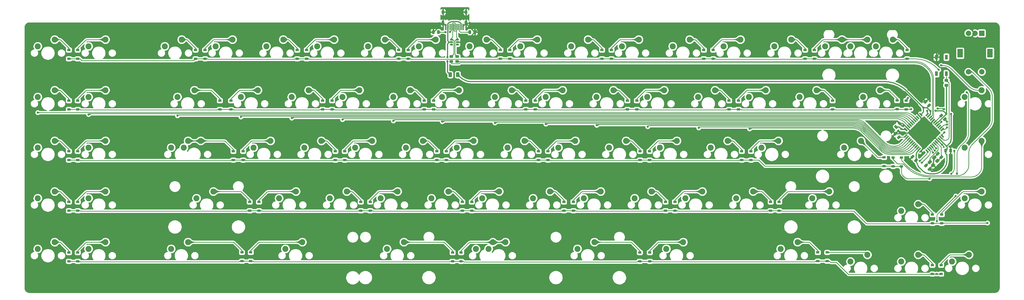
<source format=gbr>
G04 #@! TF.GenerationSoftware,KiCad,Pcbnew,(5.1.4)-1*
G04 #@! TF.CreationDate,2020-03-06T17:06:40-08:00*
G04 #@! TF.ProjectId,keyboard,6b657962-6f61-4726-942e-6b696361645f,rev?*
G04 #@! TF.SameCoordinates,Original*
G04 #@! TF.FileFunction,Copper,L2,Bot*
G04 #@! TF.FilePolarity,Positive*
%FSLAX46Y46*%
G04 Gerber Fmt 4.6, Leading zero omitted, Abs format (unit mm)*
G04 Created by KiCad (PCBNEW (5.1.4)-1) date 2020-03-06 17:06:40*
%MOMM*%
%LPD*%
G04 APERTURE LIST*
%ADD10C,2.250000*%
%ADD11R,1.200000X0.900000*%
%ADD12R,1.060000X0.650000*%
%ADD13C,1.200000*%
%ADD14C,0.100000*%
%ADD15R,0.600000X2.450000*%
%ADD16R,0.300000X2.450000*%
%ADD17O,1.000000X2.100000*%
%ADD18O,1.000000X1.600000*%
%ADD19C,0.550000*%
%ADD20R,1.100000X1.800000*%
%ADD21C,0.975000*%
%ADD22C,1.250000*%
%ADD23R,2.000000X2.000000*%
%ADD24C,2.000000*%
%ADD25R,2.000000X3.200000*%
%ADD26C,0.800000*%
%ADD27C,0.381000*%
%ADD28C,0.250000*%
%ADD29C,0.025400*%
%ADD30C,0.254000*%
G04 APERTURE END LIST*
D10*
X426243750Y-204927000D03*
X419893750Y-207467000D03*
D11*
X395525000Y-227925000D03*
X395525000Y-231225000D03*
X456275000Y-251725000D03*
X456275000Y-255025000D03*
X453000000Y-251719500D03*
X453000000Y-255019500D03*
X413550000Y-246900000D03*
X413550000Y-250200000D03*
X410025000Y-246900000D03*
X410025000Y-250200000D03*
X347000000Y-246950000D03*
X347000000Y-250250000D03*
X343275000Y-246957000D03*
X343275000Y-250257000D03*
X276225000Y-246957000D03*
X276225000Y-250257000D03*
X273050000Y-246957000D03*
X273050000Y-250257000D03*
X197332600Y-246889000D03*
X197332600Y-250189000D03*
X194081400Y-246889000D03*
X194081400Y-250189000D03*
X132451600Y-246957000D03*
X132451600Y-250257000D03*
X129149600Y-246957000D03*
X129149600Y-250257000D03*
X453025000Y-232650000D03*
X453025000Y-235950000D03*
X456500000Y-232650000D03*
X456500000Y-235950000D03*
X392325000Y-227900000D03*
X392325000Y-231200000D03*
X356447500Y-227907000D03*
X356447500Y-231207000D03*
X352897500Y-227907000D03*
X352897500Y-231207000D03*
X318347500Y-227907000D03*
X318347500Y-231207000D03*
X314797500Y-227907000D03*
X314797500Y-231207000D03*
X280247500Y-227907000D03*
X280247500Y-231207000D03*
X276697500Y-227907000D03*
X276697500Y-231207000D03*
X242147500Y-227907000D03*
X242147500Y-231207000D03*
X238597500Y-227907000D03*
X238597500Y-231207000D03*
X200436600Y-227915200D03*
X200436600Y-231215200D03*
X196956800Y-227907000D03*
X196956800Y-231207000D03*
X132451600Y-227907000D03*
X132451600Y-231207000D03*
X129149600Y-227907000D03*
X129149600Y-231207000D03*
X438275000Y-211200000D03*
X438275000Y-214500000D03*
X434860000Y-211182000D03*
X434860000Y-214482000D03*
X384975000Y-208857000D03*
X384975000Y-212157000D03*
X381500000Y-208850000D03*
X381500000Y-212150000D03*
X346922500Y-208857000D03*
X346922500Y-212157000D03*
X343372500Y-208857000D03*
X343372500Y-212157000D03*
X308822500Y-208857000D03*
X308822500Y-212157000D03*
X305272500Y-208857000D03*
X305272500Y-212157000D03*
X270722500Y-208857000D03*
X270722500Y-212157000D03*
X267172500Y-208857000D03*
X267172500Y-212157000D03*
X232622500Y-208857000D03*
X232622500Y-212157000D03*
X229072500Y-208857000D03*
X229072500Y-212157000D03*
X194487800Y-208839800D03*
X194487800Y-212139800D03*
X190830200Y-208839800D03*
X190830200Y-212139800D03*
X132451600Y-208857000D03*
X132451600Y-212157000D03*
X129149600Y-208857000D03*
X129149600Y-212157000D03*
X443225000Y-189775000D03*
X443225000Y-193075000D03*
X439775000Y-189750000D03*
X439775000Y-193050000D03*
X415560000Y-189807000D03*
X415560000Y-193107000D03*
X380250000Y-189807000D03*
X380250000Y-193107000D03*
X376750000Y-189800000D03*
X376750000Y-193100000D03*
X342160000Y-189807000D03*
X342160000Y-193107000D03*
X338610000Y-189807000D03*
X338610000Y-193107000D03*
X304060000Y-189807000D03*
X304060000Y-193107000D03*
X300510000Y-189807000D03*
X300510000Y-193107000D03*
X265960000Y-189807000D03*
X265960000Y-193107000D03*
X262410000Y-189807000D03*
X262410000Y-193107000D03*
X227860000Y-189807000D03*
X227860000Y-193107000D03*
X224310000Y-189807000D03*
X224310000Y-193107000D03*
X189941200Y-189840600D03*
X189941200Y-193140600D03*
X185775600Y-189807000D03*
X185775600Y-193107000D03*
X132451600Y-189807000D03*
X132451600Y-193107000D03*
X129149600Y-189807000D03*
X129149600Y-193107000D03*
X441375000Y-211225000D03*
X441375000Y-214525000D03*
X443525000Y-170757000D03*
X443525000Y-174057000D03*
X408750000Y-170757000D03*
X408750000Y-174057000D03*
X405250000Y-170750000D03*
X405250000Y-174050000D03*
X370800000Y-170750000D03*
X370800000Y-174050000D03*
X367275000Y-170750000D03*
X367275000Y-174050000D03*
X332635000Y-170757000D03*
X332635000Y-174057000D03*
X329085000Y-170757000D03*
X329085000Y-174057000D03*
X294535000Y-170757000D03*
X294535000Y-174057000D03*
X290985000Y-170757000D03*
X290985000Y-174057000D03*
X256435000Y-170757000D03*
X256435000Y-174057000D03*
X252885000Y-170757000D03*
X252885000Y-174057000D03*
X218335000Y-170757000D03*
X218335000Y-174057000D03*
X214785000Y-170757000D03*
X214785000Y-174057000D03*
X180213000Y-170739800D03*
X180213000Y-174039800D03*
X176657000Y-170739800D03*
X176657000Y-174039800D03*
X132451600Y-170757000D03*
X132451600Y-174057000D03*
X129149600Y-170757000D03*
X129149600Y-174057000D03*
D12*
X272650000Y-167800000D03*
X272650000Y-166850000D03*
X272650000Y-168750000D03*
X274850000Y-168750000D03*
X274850000Y-167800000D03*
X274850000Y-166850000D03*
D13*
X453302723Y-214010858D03*
D14*
G36*
X453232012Y-214930097D02*
G01*
X452383484Y-214081569D01*
X453373434Y-213091619D01*
X454221962Y-213940147D01*
X453232012Y-214930097D01*
X453232012Y-214930097D01*
G37*
D13*
X454858358Y-212455223D03*
D14*
G36*
X454787647Y-213374462D02*
G01*
X453939119Y-212525934D01*
X454929069Y-211535984D01*
X455777597Y-212384512D01*
X454787647Y-213374462D01*
X454787647Y-213374462D01*
G37*
D13*
X453656277Y-211253142D03*
D14*
G36*
X453585566Y-212172381D02*
G01*
X452737038Y-211323853D01*
X453726988Y-210333903D01*
X454575516Y-211182431D01*
X453585566Y-212172381D01*
X453585566Y-212172381D01*
G37*
D13*
X452100642Y-212808777D03*
D14*
G36*
X452029931Y-213728016D02*
G01*
X451181403Y-212879488D01*
X452171353Y-211889538D01*
X453019881Y-212738066D01*
X452029931Y-213728016D01*
X452029931Y-213728016D01*
G37*
D15*
X277025000Y-162095000D03*
X270575000Y-162095000D03*
X276250000Y-162095000D03*
X271350000Y-162095000D03*
D16*
X272050000Y-162095000D03*
X275550000Y-162095000D03*
X272550000Y-162095000D03*
X275050000Y-162095000D03*
X273050000Y-162095000D03*
X274550000Y-162095000D03*
X274050000Y-162095000D03*
X273550000Y-162095000D03*
D17*
X269480000Y-160680000D03*
X278120000Y-160680000D03*
D18*
X269480000Y-156500000D03*
X278120000Y-156500000D03*
D19*
X448672918Y-195016064D03*
D14*
G36*
X449397702Y-195351940D02*
G01*
X449008794Y-195740848D01*
X447948134Y-194680188D01*
X448337042Y-194291280D01*
X449397702Y-195351940D01*
X449397702Y-195351940D01*
G37*
D19*
X448107233Y-195581750D03*
D14*
G36*
X448832017Y-195917626D02*
G01*
X448443109Y-196306534D01*
X447382449Y-195245874D01*
X447771357Y-194856966D01*
X448832017Y-195917626D01*
X448832017Y-195917626D01*
G37*
D19*
X447541548Y-196147435D03*
D14*
G36*
X448266332Y-196483311D02*
G01*
X447877424Y-196872219D01*
X446816764Y-195811559D01*
X447205672Y-195422651D01*
X448266332Y-196483311D01*
X448266332Y-196483311D01*
G37*
D19*
X446975862Y-196713120D03*
D14*
G36*
X447700646Y-197048996D02*
G01*
X447311738Y-197437904D01*
X446251078Y-196377244D01*
X446639986Y-195988336D01*
X447700646Y-197048996D01*
X447700646Y-197048996D01*
G37*
D19*
X446410177Y-197278806D03*
D14*
G36*
X447134961Y-197614682D02*
G01*
X446746053Y-198003590D01*
X445685393Y-196942930D01*
X446074301Y-196554022D01*
X447134961Y-197614682D01*
X447134961Y-197614682D01*
G37*
D19*
X445844491Y-197844491D03*
D14*
G36*
X446569275Y-198180367D02*
G01*
X446180367Y-198569275D01*
X445119707Y-197508615D01*
X445508615Y-197119707D01*
X446569275Y-198180367D01*
X446569275Y-198180367D01*
G37*
D19*
X445278806Y-198410177D03*
D14*
G36*
X446003590Y-198746053D02*
G01*
X445614682Y-199134961D01*
X444554022Y-198074301D01*
X444942930Y-197685393D01*
X446003590Y-198746053D01*
X446003590Y-198746053D01*
G37*
D19*
X444713120Y-198975862D03*
D14*
G36*
X445437904Y-199311738D02*
G01*
X445048996Y-199700646D01*
X443988336Y-198639986D01*
X444377244Y-198251078D01*
X445437904Y-199311738D01*
X445437904Y-199311738D01*
G37*
D19*
X444147435Y-199541548D03*
D14*
G36*
X444872219Y-199877424D02*
G01*
X444483311Y-200266332D01*
X443422651Y-199205672D01*
X443811559Y-198816764D01*
X444872219Y-199877424D01*
X444872219Y-199877424D01*
G37*
D19*
X443581750Y-200107233D03*
D14*
G36*
X444306534Y-200443109D02*
G01*
X443917626Y-200832017D01*
X442856966Y-199771357D01*
X443245874Y-199382449D01*
X444306534Y-200443109D01*
X444306534Y-200443109D01*
G37*
D19*
X443016064Y-200672918D03*
D14*
G36*
X443740848Y-201008794D02*
G01*
X443351940Y-201397702D01*
X442291280Y-200337042D01*
X442680188Y-199948134D01*
X443740848Y-201008794D01*
X443740848Y-201008794D01*
G37*
D19*
X443016064Y-203077082D03*
D14*
G36*
X443351940Y-202352298D02*
G01*
X443740848Y-202741206D01*
X442680188Y-203801866D01*
X442291280Y-203412958D01*
X443351940Y-202352298D01*
X443351940Y-202352298D01*
G37*
D19*
X443581750Y-203642767D03*
D14*
G36*
X443917626Y-202917983D02*
G01*
X444306534Y-203306891D01*
X443245874Y-204367551D01*
X442856966Y-203978643D01*
X443917626Y-202917983D01*
X443917626Y-202917983D01*
G37*
D19*
X444147435Y-204208452D03*
D14*
G36*
X444483311Y-203483668D02*
G01*
X444872219Y-203872576D01*
X443811559Y-204933236D01*
X443422651Y-204544328D01*
X444483311Y-203483668D01*
X444483311Y-203483668D01*
G37*
D19*
X444713120Y-204774138D03*
D14*
G36*
X445048996Y-204049354D02*
G01*
X445437904Y-204438262D01*
X444377244Y-205498922D01*
X443988336Y-205110014D01*
X445048996Y-204049354D01*
X445048996Y-204049354D01*
G37*
D19*
X445278806Y-205339823D03*
D14*
G36*
X445614682Y-204615039D02*
G01*
X446003590Y-205003947D01*
X444942930Y-206064607D01*
X444554022Y-205675699D01*
X445614682Y-204615039D01*
X445614682Y-204615039D01*
G37*
D19*
X445844491Y-205905509D03*
D14*
G36*
X446180367Y-205180725D02*
G01*
X446569275Y-205569633D01*
X445508615Y-206630293D01*
X445119707Y-206241385D01*
X446180367Y-205180725D01*
X446180367Y-205180725D01*
G37*
D19*
X446410177Y-206471194D03*
D14*
G36*
X446746053Y-205746410D02*
G01*
X447134961Y-206135318D01*
X446074301Y-207195978D01*
X445685393Y-206807070D01*
X446746053Y-205746410D01*
X446746053Y-205746410D01*
G37*
D19*
X446975862Y-207036880D03*
D14*
G36*
X447311738Y-206312096D02*
G01*
X447700646Y-206701004D01*
X446639986Y-207761664D01*
X446251078Y-207372756D01*
X447311738Y-206312096D01*
X447311738Y-206312096D01*
G37*
D19*
X447541548Y-207602565D03*
D14*
G36*
X447877424Y-206877781D02*
G01*
X448266332Y-207266689D01*
X447205672Y-208327349D01*
X446816764Y-207938441D01*
X447877424Y-206877781D01*
X447877424Y-206877781D01*
G37*
D19*
X448107233Y-208168250D03*
D14*
G36*
X448443109Y-207443466D02*
G01*
X448832017Y-207832374D01*
X447771357Y-208893034D01*
X447382449Y-208504126D01*
X448443109Y-207443466D01*
X448443109Y-207443466D01*
G37*
D19*
X448672918Y-208733936D03*
D14*
G36*
X449008794Y-208009152D02*
G01*
X449397702Y-208398060D01*
X448337042Y-209458720D01*
X447948134Y-209069812D01*
X449008794Y-208009152D01*
X449008794Y-208009152D01*
G37*
D19*
X451077082Y-208733936D03*
D14*
G36*
X451801866Y-209069812D02*
G01*
X451412958Y-209458720D01*
X450352298Y-208398060D01*
X450741206Y-208009152D01*
X451801866Y-209069812D01*
X451801866Y-209069812D01*
G37*
D19*
X451642767Y-208168250D03*
D14*
G36*
X452367551Y-208504126D02*
G01*
X451978643Y-208893034D01*
X450917983Y-207832374D01*
X451306891Y-207443466D01*
X452367551Y-208504126D01*
X452367551Y-208504126D01*
G37*
D19*
X452208452Y-207602565D03*
D14*
G36*
X452933236Y-207938441D02*
G01*
X452544328Y-208327349D01*
X451483668Y-207266689D01*
X451872576Y-206877781D01*
X452933236Y-207938441D01*
X452933236Y-207938441D01*
G37*
D19*
X452774138Y-207036880D03*
D14*
G36*
X453498922Y-207372756D02*
G01*
X453110014Y-207761664D01*
X452049354Y-206701004D01*
X452438262Y-206312096D01*
X453498922Y-207372756D01*
X453498922Y-207372756D01*
G37*
D19*
X453339823Y-206471194D03*
D14*
G36*
X454064607Y-206807070D02*
G01*
X453675699Y-207195978D01*
X452615039Y-206135318D01*
X453003947Y-205746410D01*
X454064607Y-206807070D01*
X454064607Y-206807070D01*
G37*
D19*
X453905509Y-205905509D03*
D14*
G36*
X454630293Y-206241385D02*
G01*
X454241385Y-206630293D01*
X453180725Y-205569633D01*
X453569633Y-205180725D01*
X454630293Y-206241385D01*
X454630293Y-206241385D01*
G37*
D19*
X454471194Y-205339823D03*
D14*
G36*
X455195978Y-205675699D02*
G01*
X454807070Y-206064607D01*
X453746410Y-205003947D01*
X454135318Y-204615039D01*
X455195978Y-205675699D01*
X455195978Y-205675699D01*
G37*
D19*
X455036880Y-204774138D03*
D14*
G36*
X455761664Y-205110014D02*
G01*
X455372756Y-205498922D01*
X454312096Y-204438262D01*
X454701004Y-204049354D01*
X455761664Y-205110014D01*
X455761664Y-205110014D01*
G37*
D19*
X455602565Y-204208452D03*
D14*
G36*
X456327349Y-204544328D02*
G01*
X455938441Y-204933236D01*
X454877781Y-203872576D01*
X455266689Y-203483668D01*
X456327349Y-204544328D01*
X456327349Y-204544328D01*
G37*
D19*
X456168250Y-203642767D03*
D14*
G36*
X456893034Y-203978643D02*
G01*
X456504126Y-204367551D01*
X455443466Y-203306891D01*
X455832374Y-202917983D01*
X456893034Y-203978643D01*
X456893034Y-203978643D01*
G37*
D19*
X456733936Y-203077082D03*
D14*
G36*
X457458720Y-203412958D02*
G01*
X457069812Y-203801866D01*
X456009152Y-202741206D01*
X456398060Y-202352298D01*
X457458720Y-203412958D01*
X457458720Y-203412958D01*
G37*
D19*
X456733936Y-200672918D03*
D14*
G36*
X457069812Y-199948134D02*
G01*
X457458720Y-200337042D01*
X456398060Y-201397702D01*
X456009152Y-201008794D01*
X457069812Y-199948134D01*
X457069812Y-199948134D01*
G37*
D19*
X456168250Y-200107233D03*
D14*
G36*
X456504126Y-199382449D02*
G01*
X456893034Y-199771357D01*
X455832374Y-200832017D01*
X455443466Y-200443109D01*
X456504126Y-199382449D01*
X456504126Y-199382449D01*
G37*
D19*
X455602565Y-199541548D03*
D14*
G36*
X455938441Y-198816764D02*
G01*
X456327349Y-199205672D01*
X455266689Y-200266332D01*
X454877781Y-199877424D01*
X455938441Y-198816764D01*
X455938441Y-198816764D01*
G37*
D19*
X455036880Y-198975862D03*
D14*
G36*
X455372756Y-198251078D02*
G01*
X455761664Y-198639986D01*
X454701004Y-199700646D01*
X454312096Y-199311738D01*
X455372756Y-198251078D01*
X455372756Y-198251078D01*
G37*
D19*
X454471194Y-198410177D03*
D14*
G36*
X454807070Y-197685393D02*
G01*
X455195978Y-198074301D01*
X454135318Y-199134961D01*
X453746410Y-198746053D01*
X454807070Y-197685393D01*
X454807070Y-197685393D01*
G37*
D19*
X453905509Y-197844491D03*
D14*
G36*
X454241385Y-197119707D02*
G01*
X454630293Y-197508615D01*
X453569633Y-198569275D01*
X453180725Y-198180367D01*
X454241385Y-197119707D01*
X454241385Y-197119707D01*
G37*
D19*
X453339823Y-197278806D03*
D14*
G36*
X453675699Y-196554022D02*
G01*
X454064607Y-196942930D01*
X453003947Y-198003590D01*
X452615039Y-197614682D01*
X453675699Y-196554022D01*
X453675699Y-196554022D01*
G37*
D19*
X452774138Y-196713120D03*
D14*
G36*
X453110014Y-195988336D02*
G01*
X453498922Y-196377244D01*
X452438262Y-197437904D01*
X452049354Y-197048996D01*
X453110014Y-195988336D01*
X453110014Y-195988336D01*
G37*
D19*
X452208452Y-196147435D03*
D14*
G36*
X452544328Y-195422651D02*
G01*
X452933236Y-195811559D01*
X451872576Y-196872219D01*
X451483668Y-196483311D01*
X452544328Y-195422651D01*
X452544328Y-195422651D01*
G37*
D19*
X451642767Y-195581750D03*
D14*
G36*
X451978643Y-194856966D02*
G01*
X452367551Y-195245874D01*
X451306891Y-196306534D01*
X450917983Y-195917626D01*
X451978643Y-194856966D01*
X451978643Y-194856966D01*
G37*
D19*
X451077082Y-195016064D03*
D14*
G36*
X451412958Y-194291280D02*
G01*
X451801866Y-194680188D01*
X450741206Y-195740848D01*
X450352298Y-195351940D01*
X451412958Y-194291280D01*
X451412958Y-194291280D01*
G37*
D20*
X454550000Y-179625000D03*
X458250000Y-173425000D03*
X458250000Y-179625000D03*
X454550000Y-173425000D03*
D14*
G36*
X279805142Y-163326174D02*
G01*
X279828803Y-163329684D01*
X279852007Y-163335496D01*
X279874529Y-163343554D01*
X279896153Y-163353782D01*
X279916670Y-163366079D01*
X279935883Y-163380329D01*
X279953607Y-163396393D01*
X279969671Y-163414117D01*
X279983921Y-163433330D01*
X279996218Y-163453847D01*
X280006446Y-163475471D01*
X280014504Y-163497993D01*
X280020316Y-163521197D01*
X280023826Y-163544858D01*
X280025000Y-163568750D01*
X280025000Y-164481250D01*
X280023826Y-164505142D01*
X280020316Y-164528803D01*
X280014504Y-164552007D01*
X280006446Y-164574529D01*
X279996218Y-164596153D01*
X279983921Y-164616670D01*
X279969671Y-164635883D01*
X279953607Y-164653607D01*
X279935883Y-164669671D01*
X279916670Y-164683921D01*
X279896153Y-164696218D01*
X279874529Y-164706446D01*
X279852007Y-164714504D01*
X279828803Y-164720316D01*
X279805142Y-164723826D01*
X279781250Y-164725000D01*
X279293750Y-164725000D01*
X279269858Y-164723826D01*
X279246197Y-164720316D01*
X279222993Y-164714504D01*
X279200471Y-164706446D01*
X279178847Y-164696218D01*
X279158330Y-164683921D01*
X279139117Y-164669671D01*
X279121393Y-164653607D01*
X279105329Y-164635883D01*
X279091079Y-164616670D01*
X279078782Y-164596153D01*
X279068554Y-164574529D01*
X279060496Y-164552007D01*
X279054684Y-164528803D01*
X279051174Y-164505142D01*
X279050000Y-164481250D01*
X279050000Y-163568750D01*
X279051174Y-163544858D01*
X279054684Y-163521197D01*
X279060496Y-163497993D01*
X279068554Y-163475471D01*
X279078782Y-163453847D01*
X279091079Y-163433330D01*
X279105329Y-163414117D01*
X279121393Y-163396393D01*
X279139117Y-163380329D01*
X279158330Y-163366079D01*
X279178847Y-163353782D01*
X279200471Y-163343554D01*
X279222993Y-163335496D01*
X279246197Y-163329684D01*
X279269858Y-163326174D01*
X279293750Y-163325000D01*
X279781250Y-163325000D01*
X279805142Y-163326174D01*
X279805142Y-163326174D01*
G37*
D21*
X279537500Y-164025000D03*
D14*
G36*
X281680142Y-163326174D02*
G01*
X281703803Y-163329684D01*
X281727007Y-163335496D01*
X281749529Y-163343554D01*
X281771153Y-163353782D01*
X281791670Y-163366079D01*
X281810883Y-163380329D01*
X281828607Y-163396393D01*
X281844671Y-163414117D01*
X281858921Y-163433330D01*
X281871218Y-163453847D01*
X281881446Y-163475471D01*
X281889504Y-163497993D01*
X281895316Y-163521197D01*
X281898826Y-163544858D01*
X281900000Y-163568750D01*
X281900000Y-164481250D01*
X281898826Y-164505142D01*
X281895316Y-164528803D01*
X281889504Y-164552007D01*
X281881446Y-164574529D01*
X281871218Y-164596153D01*
X281858921Y-164616670D01*
X281844671Y-164635883D01*
X281828607Y-164653607D01*
X281810883Y-164669671D01*
X281791670Y-164683921D01*
X281771153Y-164696218D01*
X281749529Y-164706446D01*
X281727007Y-164714504D01*
X281703803Y-164720316D01*
X281680142Y-164723826D01*
X281656250Y-164725000D01*
X281168750Y-164725000D01*
X281144858Y-164723826D01*
X281121197Y-164720316D01*
X281097993Y-164714504D01*
X281075471Y-164706446D01*
X281053847Y-164696218D01*
X281033330Y-164683921D01*
X281014117Y-164669671D01*
X280996393Y-164653607D01*
X280980329Y-164635883D01*
X280966079Y-164616670D01*
X280953782Y-164596153D01*
X280943554Y-164574529D01*
X280935496Y-164552007D01*
X280929684Y-164528803D01*
X280926174Y-164505142D01*
X280925000Y-164481250D01*
X280925000Y-163568750D01*
X280926174Y-163544858D01*
X280929684Y-163521197D01*
X280935496Y-163497993D01*
X280943554Y-163475471D01*
X280953782Y-163453847D01*
X280966079Y-163433330D01*
X280980329Y-163414117D01*
X280996393Y-163396393D01*
X281014117Y-163380329D01*
X281033330Y-163366079D01*
X281053847Y-163353782D01*
X281075471Y-163343554D01*
X281097993Y-163335496D01*
X281121197Y-163329684D01*
X281144858Y-163326174D01*
X281168750Y-163325000D01*
X281656250Y-163325000D01*
X281680142Y-163326174D01*
X281680142Y-163326174D01*
G37*
D21*
X281412500Y-164025000D03*
D14*
G36*
X268005142Y-163326174D02*
G01*
X268028803Y-163329684D01*
X268052007Y-163335496D01*
X268074529Y-163343554D01*
X268096153Y-163353782D01*
X268116670Y-163366079D01*
X268135883Y-163380329D01*
X268153607Y-163396393D01*
X268169671Y-163414117D01*
X268183921Y-163433330D01*
X268196218Y-163453847D01*
X268206446Y-163475471D01*
X268214504Y-163497993D01*
X268220316Y-163521197D01*
X268223826Y-163544858D01*
X268225000Y-163568750D01*
X268225000Y-164481250D01*
X268223826Y-164505142D01*
X268220316Y-164528803D01*
X268214504Y-164552007D01*
X268206446Y-164574529D01*
X268196218Y-164596153D01*
X268183921Y-164616670D01*
X268169671Y-164635883D01*
X268153607Y-164653607D01*
X268135883Y-164669671D01*
X268116670Y-164683921D01*
X268096153Y-164696218D01*
X268074529Y-164706446D01*
X268052007Y-164714504D01*
X268028803Y-164720316D01*
X268005142Y-164723826D01*
X267981250Y-164725000D01*
X267493750Y-164725000D01*
X267469858Y-164723826D01*
X267446197Y-164720316D01*
X267422993Y-164714504D01*
X267400471Y-164706446D01*
X267378847Y-164696218D01*
X267358330Y-164683921D01*
X267339117Y-164669671D01*
X267321393Y-164653607D01*
X267305329Y-164635883D01*
X267291079Y-164616670D01*
X267278782Y-164596153D01*
X267268554Y-164574529D01*
X267260496Y-164552007D01*
X267254684Y-164528803D01*
X267251174Y-164505142D01*
X267250000Y-164481250D01*
X267250000Y-163568750D01*
X267251174Y-163544858D01*
X267254684Y-163521197D01*
X267260496Y-163497993D01*
X267268554Y-163475471D01*
X267278782Y-163453847D01*
X267291079Y-163433330D01*
X267305329Y-163414117D01*
X267321393Y-163396393D01*
X267339117Y-163380329D01*
X267358330Y-163366079D01*
X267378847Y-163353782D01*
X267400471Y-163343554D01*
X267422993Y-163335496D01*
X267446197Y-163329684D01*
X267469858Y-163326174D01*
X267493750Y-163325000D01*
X267981250Y-163325000D01*
X268005142Y-163326174D01*
X268005142Y-163326174D01*
G37*
D21*
X267737500Y-164025000D03*
D14*
G36*
X266130142Y-163326174D02*
G01*
X266153803Y-163329684D01*
X266177007Y-163335496D01*
X266199529Y-163343554D01*
X266221153Y-163353782D01*
X266241670Y-163366079D01*
X266260883Y-163380329D01*
X266278607Y-163396393D01*
X266294671Y-163414117D01*
X266308921Y-163433330D01*
X266321218Y-163453847D01*
X266331446Y-163475471D01*
X266339504Y-163497993D01*
X266345316Y-163521197D01*
X266348826Y-163544858D01*
X266350000Y-163568750D01*
X266350000Y-164481250D01*
X266348826Y-164505142D01*
X266345316Y-164528803D01*
X266339504Y-164552007D01*
X266331446Y-164574529D01*
X266321218Y-164596153D01*
X266308921Y-164616670D01*
X266294671Y-164635883D01*
X266278607Y-164653607D01*
X266260883Y-164669671D01*
X266241670Y-164683921D01*
X266221153Y-164696218D01*
X266199529Y-164706446D01*
X266177007Y-164714504D01*
X266153803Y-164720316D01*
X266130142Y-164723826D01*
X266106250Y-164725000D01*
X265618750Y-164725000D01*
X265594858Y-164723826D01*
X265571197Y-164720316D01*
X265547993Y-164714504D01*
X265525471Y-164706446D01*
X265503847Y-164696218D01*
X265483330Y-164683921D01*
X265464117Y-164669671D01*
X265446393Y-164653607D01*
X265430329Y-164635883D01*
X265416079Y-164616670D01*
X265403782Y-164596153D01*
X265393554Y-164574529D01*
X265385496Y-164552007D01*
X265379684Y-164528803D01*
X265376174Y-164505142D01*
X265375000Y-164481250D01*
X265375000Y-163568750D01*
X265376174Y-163544858D01*
X265379684Y-163521197D01*
X265385496Y-163497993D01*
X265393554Y-163475471D01*
X265403782Y-163453847D01*
X265416079Y-163433330D01*
X265430329Y-163414117D01*
X265446393Y-163396393D01*
X265464117Y-163380329D01*
X265483330Y-163366079D01*
X265503847Y-163353782D01*
X265525471Y-163343554D01*
X265547993Y-163335496D01*
X265571197Y-163329684D01*
X265594858Y-163326174D01*
X265618750Y-163325000D01*
X266106250Y-163325000D01*
X266130142Y-163326174D01*
X266130142Y-163326174D01*
G37*
D21*
X265862500Y-164025000D03*
D14*
G36*
X440617065Y-202825362D02*
G01*
X440640726Y-202828872D01*
X440663930Y-202834684D01*
X440686452Y-202842742D01*
X440708076Y-202852970D01*
X440728593Y-202865267D01*
X440747806Y-202879517D01*
X440765530Y-202895581D01*
X441110245Y-203240296D01*
X441126309Y-203258020D01*
X441140559Y-203277233D01*
X441152856Y-203297750D01*
X441163084Y-203319374D01*
X441171142Y-203341896D01*
X441176954Y-203365100D01*
X441180464Y-203388761D01*
X441181638Y-203412653D01*
X441180464Y-203436545D01*
X441176954Y-203460206D01*
X441171142Y-203483410D01*
X441163084Y-203505932D01*
X441152856Y-203527556D01*
X441140559Y-203548073D01*
X441126309Y-203567286D01*
X441110245Y-203585010D01*
X440465010Y-204230245D01*
X440447286Y-204246309D01*
X440428073Y-204260559D01*
X440407556Y-204272856D01*
X440385932Y-204283084D01*
X440363410Y-204291142D01*
X440340206Y-204296954D01*
X440316545Y-204300464D01*
X440292653Y-204301638D01*
X440268761Y-204300464D01*
X440245100Y-204296954D01*
X440221896Y-204291142D01*
X440199374Y-204283084D01*
X440177750Y-204272856D01*
X440157233Y-204260559D01*
X440138020Y-204246309D01*
X440120296Y-204230245D01*
X439775581Y-203885530D01*
X439759517Y-203867806D01*
X439745267Y-203848593D01*
X439732970Y-203828076D01*
X439722742Y-203806452D01*
X439714684Y-203783930D01*
X439708872Y-203760726D01*
X439705362Y-203737065D01*
X439704188Y-203713173D01*
X439705362Y-203689281D01*
X439708872Y-203665620D01*
X439714684Y-203642416D01*
X439722742Y-203619894D01*
X439732970Y-203598270D01*
X439745267Y-203577753D01*
X439759517Y-203558540D01*
X439775581Y-203540816D01*
X440420816Y-202895581D01*
X440438540Y-202879517D01*
X440457753Y-202865267D01*
X440478270Y-202852970D01*
X440499894Y-202842742D01*
X440522416Y-202834684D01*
X440545620Y-202828872D01*
X440569281Y-202825362D01*
X440593173Y-202824188D01*
X440617065Y-202825362D01*
X440617065Y-202825362D01*
G37*
D21*
X440442913Y-203562913D03*
D14*
G36*
X439291239Y-201499536D02*
G01*
X439314900Y-201503046D01*
X439338104Y-201508858D01*
X439360626Y-201516916D01*
X439382250Y-201527144D01*
X439402767Y-201539441D01*
X439421980Y-201553691D01*
X439439704Y-201569755D01*
X439784419Y-201914470D01*
X439800483Y-201932194D01*
X439814733Y-201951407D01*
X439827030Y-201971924D01*
X439837258Y-201993548D01*
X439845316Y-202016070D01*
X439851128Y-202039274D01*
X439854638Y-202062935D01*
X439855812Y-202086827D01*
X439854638Y-202110719D01*
X439851128Y-202134380D01*
X439845316Y-202157584D01*
X439837258Y-202180106D01*
X439827030Y-202201730D01*
X439814733Y-202222247D01*
X439800483Y-202241460D01*
X439784419Y-202259184D01*
X439139184Y-202904419D01*
X439121460Y-202920483D01*
X439102247Y-202934733D01*
X439081730Y-202947030D01*
X439060106Y-202957258D01*
X439037584Y-202965316D01*
X439014380Y-202971128D01*
X438990719Y-202974638D01*
X438966827Y-202975812D01*
X438942935Y-202974638D01*
X438919274Y-202971128D01*
X438896070Y-202965316D01*
X438873548Y-202957258D01*
X438851924Y-202947030D01*
X438831407Y-202934733D01*
X438812194Y-202920483D01*
X438794470Y-202904419D01*
X438449755Y-202559704D01*
X438433691Y-202541980D01*
X438419441Y-202522767D01*
X438407144Y-202502250D01*
X438396916Y-202480626D01*
X438388858Y-202458104D01*
X438383046Y-202434900D01*
X438379536Y-202411239D01*
X438378362Y-202387347D01*
X438379536Y-202363455D01*
X438383046Y-202339794D01*
X438388858Y-202316590D01*
X438396916Y-202294068D01*
X438407144Y-202272444D01*
X438419441Y-202251927D01*
X438433691Y-202232714D01*
X438449755Y-202214990D01*
X439094990Y-201569755D01*
X439112714Y-201553691D01*
X439131927Y-201539441D01*
X439152444Y-201527144D01*
X439174068Y-201516916D01*
X439196590Y-201508858D01*
X439219794Y-201503046D01*
X439243455Y-201499536D01*
X439267347Y-201498362D01*
X439291239Y-201499536D01*
X439291239Y-201499536D01*
G37*
D21*
X439117087Y-202237087D03*
D14*
G36*
X458730142Y-181701174D02*
G01*
X458753803Y-181704684D01*
X458777007Y-181710496D01*
X458799529Y-181718554D01*
X458821153Y-181728782D01*
X458841670Y-181741079D01*
X458860883Y-181755329D01*
X458878607Y-181771393D01*
X458894671Y-181789117D01*
X458908921Y-181808330D01*
X458921218Y-181828847D01*
X458931446Y-181850471D01*
X458939504Y-181872993D01*
X458945316Y-181896197D01*
X458948826Y-181919858D01*
X458950000Y-181943750D01*
X458950000Y-182431250D01*
X458948826Y-182455142D01*
X458945316Y-182478803D01*
X458939504Y-182502007D01*
X458931446Y-182524529D01*
X458921218Y-182546153D01*
X458908921Y-182566670D01*
X458894671Y-182585883D01*
X458878607Y-182603607D01*
X458860883Y-182619671D01*
X458841670Y-182633921D01*
X458821153Y-182646218D01*
X458799529Y-182656446D01*
X458777007Y-182664504D01*
X458753803Y-182670316D01*
X458730142Y-182673826D01*
X458706250Y-182675000D01*
X457793750Y-182675000D01*
X457769858Y-182673826D01*
X457746197Y-182670316D01*
X457722993Y-182664504D01*
X457700471Y-182656446D01*
X457678847Y-182646218D01*
X457658330Y-182633921D01*
X457639117Y-182619671D01*
X457621393Y-182603607D01*
X457605329Y-182585883D01*
X457591079Y-182566670D01*
X457578782Y-182546153D01*
X457568554Y-182524529D01*
X457560496Y-182502007D01*
X457554684Y-182478803D01*
X457551174Y-182455142D01*
X457550000Y-182431250D01*
X457550000Y-181943750D01*
X457551174Y-181919858D01*
X457554684Y-181896197D01*
X457560496Y-181872993D01*
X457568554Y-181850471D01*
X457578782Y-181828847D01*
X457591079Y-181808330D01*
X457605329Y-181789117D01*
X457621393Y-181771393D01*
X457639117Y-181755329D01*
X457658330Y-181741079D01*
X457678847Y-181728782D01*
X457700471Y-181718554D01*
X457722993Y-181710496D01*
X457746197Y-181704684D01*
X457769858Y-181701174D01*
X457793750Y-181700000D01*
X458706250Y-181700000D01*
X458730142Y-181701174D01*
X458730142Y-181701174D01*
G37*
D21*
X458250000Y-182187500D03*
D14*
G36*
X458730142Y-183576174D02*
G01*
X458753803Y-183579684D01*
X458777007Y-183585496D01*
X458799529Y-183593554D01*
X458821153Y-183603782D01*
X458841670Y-183616079D01*
X458860883Y-183630329D01*
X458878607Y-183646393D01*
X458894671Y-183664117D01*
X458908921Y-183683330D01*
X458921218Y-183703847D01*
X458931446Y-183725471D01*
X458939504Y-183747993D01*
X458945316Y-183771197D01*
X458948826Y-183794858D01*
X458950000Y-183818750D01*
X458950000Y-184306250D01*
X458948826Y-184330142D01*
X458945316Y-184353803D01*
X458939504Y-184377007D01*
X458931446Y-184399529D01*
X458921218Y-184421153D01*
X458908921Y-184441670D01*
X458894671Y-184460883D01*
X458878607Y-184478607D01*
X458860883Y-184494671D01*
X458841670Y-184508921D01*
X458821153Y-184521218D01*
X458799529Y-184531446D01*
X458777007Y-184539504D01*
X458753803Y-184545316D01*
X458730142Y-184548826D01*
X458706250Y-184550000D01*
X457793750Y-184550000D01*
X457769858Y-184548826D01*
X457746197Y-184545316D01*
X457722993Y-184539504D01*
X457700471Y-184531446D01*
X457678847Y-184521218D01*
X457658330Y-184508921D01*
X457639117Y-184494671D01*
X457621393Y-184478607D01*
X457605329Y-184460883D01*
X457591079Y-184441670D01*
X457578782Y-184421153D01*
X457568554Y-184399529D01*
X457560496Y-184377007D01*
X457554684Y-184353803D01*
X457551174Y-184330142D01*
X457550000Y-184306250D01*
X457550000Y-183818750D01*
X457551174Y-183794858D01*
X457554684Y-183771197D01*
X457560496Y-183747993D01*
X457568554Y-183725471D01*
X457578782Y-183703847D01*
X457591079Y-183683330D01*
X457605329Y-183664117D01*
X457621393Y-183646393D01*
X457639117Y-183630329D01*
X457658330Y-183616079D01*
X457678847Y-183603782D01*
X457700471Y-183593554D01*
X457722993Y-183585496D01*
X457746197Y-183579684D01*
X457769858Y-183576174D01*
X457793750Y-183575000D01*
X458706250Y-183575000D01*
X458730142Y-183576174D01*
X458730142Y-183576174D01*
G37*
D21*
X458250000Y-184062500D03*
D14*
G36*
X275255742Y-172725174D02*
G01*
X275279403Y-172728684D01*
X275302607Y-172734496D01*
X275325129Y-172742554D01*
X275346753Y-172752782D01*
X275367270Y-172765079D01*
X275386483Y-172779329D01*
X275404207Y-172795393D01*
X275420271Y-172813117D01*
X275434521Y-172832330D01*
X275446818Y-172852847D01*
X275457046Y-172874471D01*
X275465104Y-172896993D01*
X275470916Y-172920197D01*
X275474426Y-172943858D01*
X275475600Y-172967750D01*
X275475600Y-173455250D01*
X275474426Y-173479142D01*
X275470916Y-173502803D01*
X275465104Y-173526007D01*
X275457046Y-173548529D01*
X275446818Y-173570153D01*
X275434521Y-173590670D01*
X275420271Y-173609883D01*
X275404207Y-173627607D01*
X275386483Y-173643671D01*
X275367270Y-173657921D01*
X275346753Y-173670218D01*
X275325129Y-173680446D01*
X275302607Y-173688504D01*
X275279403Y-173694316D01*
X275255742Y-173697826D01*
X275231850Y-173699000D01*
X274319350Y-173699000D01*
X274295458Y-173697826D01*
X274271797Y-173694316D01*
X274248593Y-173688504D01*
X274226071Y-173680446D01*
X274204447Y-173670218D01*
X274183930Y-173657921D01*
X274164717Y-173643671D01*
X274146993Y-173627607D01*
X274130929Y-173609883D01*
X274116679Y-173590670D01*
X274104382Y-173570153D01*
X274094154Y-173548529D01*
X274086096Y-173526007D01*
X274080284Y-173502803D01*
X274076774Y-173479142D01*
X274075600Y-173455250D01*
X274075600Y-172967750D01*
X274076774Y-172943858D01*
X274080284Y-172920197D01*
X274086096Y-172896993D01*
X274094154Y-172874471D01*
X274104382Y-172852847D01*
X274116679Y-172832330D01*
X274130929Y-172813117D01*
X274146993Y-172795393D01*
X274164717Y-172779329D01*
X274183930Y-172765079D01*
X274204447Y-172752782D01*
X274226071Y-172742554D01*
X274248593Y-172734496D01*
X274271797Y-172728684D01*
X274295458Y-172725174D01*
X274319350Y-172724000D01*
X275231850Y-172724000D01*
X275255742Y-172725174D01*
X275255742Y-172725174D01*
G37*
D21*
X274775600Y-173211500D03*
D14*
G36*
X275255742Y-174600174D02*
G01*
X275279403Y-174603684D01*
X275302607Y-174609496D01*
X275325129Y-174617554D01*
X275346753Y-174627782D01*
X275367270Y-174640079D01*
X275386483Y-174654329D01*
X275404207Y-174670393D01*
X275420271Y-174688117D01*
X275434521Y-174707330D01*
X275446818Y-174727847D01*
X275457046Y-174749471D01*
X275465104Y-174771993D01*
X275470916Y-174795197D01*
X275474426Y-174818858D01*
X275475600Y-174842750D01*
X275475600Y-175330250D01*
X275474426Y-175354142D01*
X275470916Y-175377803D01*
X275465104Y-175401007D01*
X275457046Y-175423529D01*
X275446818Y-175445153D01*
X275434521Y-175465670D01*
X275420271Y-175484883D01*
X275404207Y-175502607D01*
X275386483Y-175518671D01*
X275367270Y-175532921D01*
X275346753Y-175545218D01*
X275325129Y-175555446D01*
X275302607Y-175563504D01*
X275279403Y-175569316D01*
X275255742Y-175572826D01*
X275231850Y-175574000D01*
X274319350Y-175574000D01*
X274295458Y-175572826D01*
X274271797Y-175569316D01*
X274248593Y-175563504D01*
X274226071Y-175555446D01*
X274204447Y-175545218D01*
X274183930Y-175532921D01*
X274164717Y-175518671D01*
X274146993Y-175502607D01*
X274130929Y-175484883D01*
X274116679Y-175465670D01*
X274104382Y-175445153D01*
X274094154Y-175423529D01*
X274086096Y-175401007D01*
X274080284Y-175377803D01*
X274076774Y-175354142D01*
X274075600Y-175330250D01*
X274075600Y-174842750D01*
X274076774Y-174818858D01*
X274080284Y-174795197D01*
X274086096Y-174771993D01*
X274094154Y-174749471D01*
X274104382Y-174727847D01*
X274116679Y-174707330D01*
X274130929Y-174688117D01*
X274146993Y-174670393D01*
X274164717Y-174654329D01*
X274183930Y-174640079D01*
X274204447Y-174627782D01*
X274226071Y-174617554D01*
X274248593Y-174609496D01*
X274271797Y-174603684D01*
X274295458Y-174600174D01*
X274319350Y-174599000D01*
X275231850Y-174599000D01*
X275255742Y-174600174D01*
X275255742Y-174600174D01*
G37*
D21*
X274775600Y-175086500D03*
D14*
G36*
X273080142Y-172725174D02*
G01*
X273103803Y-172728684D01*
X273127007Y-172734496D01*
X273149529Y-172742554D01*
X273171153Y-172752782D01*
X273191670Y-172765079D01*
X273210883Y-172779329D01*
X273228607Y-172795393D01*
X273244671Y-172813117D01*
X273258921Y-172832330D01*
X273271218Y-172852847D01*
X273281446Y-172874471D01*
X273289504Y-172896993D01*
X273295316Y-172920197D01*
X273298826Y-172943858D01*
X273300000Y-172967750D01*
X273300000Y-173455250D01*
X273298826Y-173479142D01*
X273295316Y-173502803D01*
X273289504Y-173526007D01*
X273281446Y-173548529D01*
X273271218Y-173570153D01*
X273258921Y-173590670D01*
X273244671Y-173609883D01*
X273228607Y-173627607D01*
X273210883Y-173643671D01*
X273191670Y-173657921D01*
X273171153Y-173670218D01*
X273149529Y-173680446D01*
X273127007Y-173688504D01*
X273103803Y-173694316D01*
X273080142Y-173697826D01*
X273056250Y-173699000D01*
X272143750Y-173699000D01*
X272119858Y-173697826D01*
X272096197Y-173694316D01*
X272072993Y-173688504D01*
X272050471Y-173680446D01*
X272028847Y-173670218D01*
X272008330Y-173657921D01*
X271989117Y-173643671D01*
X271971393Y-173627607D01*
X271955329Y-173609883D01*
X271941079Y-173590670D01*
X271928782Y-173570153D01*
X271918554Y-173548529D01*
X271910496Y-173526007D01*
X271904684Y-173502803D01*
X271901174Y-173479142D01*
X271900000Y-173455250D01*
X271900000Y-172967750D01*
X271901174Y-172943858D01*
X271904684Y-172920197D01*
X271910496Y-172896993D01*
X271918554Y-172874471D01*
X271928782Y-172852847D01*
X271941079Y-172832330D01*
X271955329Y-172813117D01*
X271971393Y-172795393D01*
X271989117Y-172779329D01*
X272008330Y-172765079D01*
X272028847Y-172752782D01*
X272050471Y-172742554D01*
X272072993Y-172734496D01*
X272096197Y-172728684D01*
X272119858Y-172725174D01*
X272143750Y-172724000D01*
X273056250Y-172724000D01*
X273080142Y-172725174D01*
X273080142Y-172725174D01*
G37*
D21*
X272600000Y-173211500D03*
D14*
G36*
X273080142Y-174600174D02*
G01*
X273103803Y-174603684D01*
X273127007Y-174609496D01*
X273149529Y-174617554D01*
X273171153Y-174627782D01*
X273191670Y-174640079D01*
X273210883Y-174654329D01*
X273228607Y-174670393D01*
X273244671Y-174688117D01*
X273258921Y-174707330D01*
X273271218Y-174727847D01*
X273281446Y-174749471D01*
X273289504Y-174771993D01*
X273295316Y-174795197D01*
X273298826Y-174818858D01*
X273300000Y-174842750D01*
X273300000Y-175330250D01*
X273298826Y-175354142D01*
X273295316Y-175377803D01*
X273289504Y-175401007D01*
X273281446Y-175423529D01*
X273271218Y-175445153D01*
X273258921Y-175465670D01*
X273244671Y-175484883D01*
X273228607Y-175502607D01*
X273210883Y-175518671D01*
X273191670Y-175532921D01*
X273171153Y-175545218D01*
X273149529Y-175555446D01*
X273127007Y-175563504D01*
X273103803Y-175569316D01*
X273080142Y-175572826D01*
X273056250Y-175574000D01*
X272143750Y-175574000D01*
X272119858Y-175572826D01*
X272096197Y-175569316D01*
X272072993Y-175563504D01*
X272050471Y-175555446D01*
X272028847Y-175545218D01*
X272008330Y-175532921D01*
X271989117Y-175518671D01*
X271971393Y-175502607D01*
X271955329Y-175484883D01*
X271941079Y-175465670D01*
X271928782Y-175445153D01*
X271918554Y-175423529D01*
X271910496Y-175401007D01*
X271904684Y-175377803D01*
X271901174Y-175354142D01*
X271900000Y-175330250D01*
X271900000Y-174842750D01*
X271901174Y-174818858D01*
X271904684Y-174795197D01*
X271910496Y-174771993D01*
X271918554Y-174749471D01*
X271928782Y-174727847D01*
X271941079Y-174707330D01*
X271955329Y-174688117D01*
X271971393Y-174670393D01*
X271989117Y-174654329D01*
X272008330Y-174640079D01*
X272028847Y-174627782D01*
X272050471Y-174617554D01*
X272072993Y-174609496D01*
X272096197Y-174603684D01*
X272119858Y-174600174D01*
X272143750Y-174599000D01*
X273056250Y-174599000D01*
X273080142Y-174600174D01*
X273080142Y-174600174D01*
G37*
D21*
X272600000Y-175086500D03*
D14*
G36*
X272599504Y-179176204D02*
G01*
X272623773Y-179179804D01*
X272647571Y-179185765D01*
X272670671Y-179194030D01*
X272692849Y-179204520D01*
X272713893Y-179217133D01*
X272733598Y-179231747D01*
X272751777Y-179248223D01*
X272768253Y-179266402D01*
X272782867Y-179286107D01*
X272795480Y-179307151D01*
X272805970Y-179329329D01*
X272814235Y-179352429D01*
X272820196Y-179376227D01*
X272823796Y-179400496D01*
X272825000Y-179425000D01*
X272825000Y-180675000D01*
X272823796Y-180699504D01*
X272820196Y-180723773D01*
X272814235Y-180747571D01*
X272805970Y-180770671D01*
X272795480Y-180792849D01*
X272782867Y-180813893D01*
X272768253Y-180833598D01*
X272751777Y-180851777D01*
X272733598Y-180868253D01*
X272713893Y-180882867D01*
X272692849Y-180895480D01*
X272670671Y-180905970D01*
X272647571Y-180914235D01*
X272623773Y-180920196D01*
X272599504Y-180923796D01*
X272575000Y-180925000D01*
X271825000Y-180925000D01*
X271800496Y-180923796D01*
X271776227Y-180920196D01*
X271752429Y-180914235D01*
X271729329Y-180905970D01*
X271707151Y-180895480D01*
X271686107Y-180882867D01*
X271666402Y-180868253D01*
X271648223Y-180851777D01*
X271631747Y-180833598D01*
X271617133Y-180813893D01*
X271604520Y-180792849D01*
X271594030Y-180770671D01*
X271585765Y-180747571D01*
X271579804Y-180723773D01*
X271576204Y-180699504D01*
X271575000Y-180675000D01*
X271575000Y-179425000D01*
X271576204Y-179400496D01*
X271579804Y-179376227D01*
X271585765Y-179352429D01*
X271594030Y-179329329D01*
X271604520Y-179307151D01*
X271617133Y-179286107D01*
X271631747Y-179266402D01*
X271648223Y-179248223D01*
X271666402Y-179231747D01*
X271686107Y-179217133D01*
X271707151Y-179204520D01*
X271729329Y-179194030D01*
X271752429Y-179185765D01*
X271776227Y-179179804D01*
X271800496Y-179176204D01*
X271825000Y-179175000D01*
X272575000Y-179175000D01*
X272599504Y-179176204D01*
X272599504Y-179176204D01*
G37*
D22*
X272200000Y-180050000D03*
D14*
G36*
X275399504Y-179176204D02*
G01*
X275423773Y-179179804D01*
X275447571Y-179185765D01*
X275470671Y-179194030D01*
X275492849Y-179204520D01*
X275513893Y-179217133D01*
X275533598Y-179231747D01*
X275551777Y-179248223D01*
X275568253Y-179266402D01*
X275582867Y-179286107D01*
X275595480Y-179307151D01*
X275605970Y-179329329D01*
X275614235Y-179352429D01*
X275620196Y-179376227D01*
X275623796Y-179400496D01*
X275625000Y-179425000D01*
X275625000Y-180675000D01*
X275623796Y-180699504D01*
X275620196Y-180723773D01*
X275614235Y-180747571D01*
X275605970Y-180770671D01*
X275595480Y-180792849D01*
X275582867Y-180813893D01*
X275568253Y-180833598D01*
X275551777Y-180851777D01*
X275533598Y-180868253D01*
X275513893Y-180882867D01*
X275492849Y-180895480D01*
X275470671Y-180905970D01*
X275447571Y-180914235D01*
X275423773Y-180920196D01*
X275399504Y-180923796D01*
X275375000Y-180925000D01*
X274625000Y-180925000D01*
X274600496Y-180923796D01*
X274576227Y-180920196D01*
X274552429Y-180914235D01*
X274529329Y-180905970D01*
X274507151Y-180895480D01*
X274486107Y-180882867D01*
X274466402Y-180868253D01*
X274448223Y-180851777D01*
X274431747Y-180833598D01*
X274417133Y-180813893D01*
X274404520Y-180792849D01*
X274394030Y-180770671D01*
X274385765Y-180747571D01*
X274379804Y-180723773D01*
X274376204Y-180699504D01*
X274375000Y-180675000D01*
X274375000Y-179425000D01*
X274376204Y-179400496D01*
X274379804Y-179376227D01*
X274385765Y-179352429D01*
X274394030Y-179329329D01*
X274404520Y-179307151D01*
X274417133Y-179286107D01*
X274431747Y-179266402D01*
X274448223Y-179248223D01*
X274466402Y-179231747D01*
X274486107Y-179217133D01*
X274507151Y-179204520D01*
X274529329Y-179194030D01*
X274552429Y-179185765D01*
X274576227Y-179179804D01*
X274600496Y-179176204D01*
X274625000Y-179175000D01*
X275375000Y-179175000D01*
X275399504Y-179176204D01*
X275399504Y-179176204D01*
G37*
D22*
X275000000Y-180050000D03*
D14*
G36*
X445736239Y-210174536D02*
G01*
X445759900Y-210178046D01*
X445783104Y-210183858D01*
X445805626Y-210191916D01*
X445827250Y-210202144D01*
X445847767Y-210214441D01*
X445866980Y-210228691D01*
X445884704Y-210244755D01*
X446229419Y-210589470D01*
X446245483Y-210607194D01*
X446259733Y-210626407D01*
X446272030Y-210646924D01*
X446282258Y-210668548D01*
X446290316Y-210691070D01*
X446296128Y-210714274D01*
X446299638Y-210737935D01*
X446300812Y-210761827D01*
X446299638Y-210785719D01*
X446296128Y-210809380D01*
X446290316Y-210832584D01*
X446282258Y-210855106D01*
X446272030Y-210876730D01*
X446259733Y-210897247D01*
X446245483Y-210916460D01*
X446229419Y-210934184D01*
X445584184Y-211579419D01*
X445566460Y-211595483D01*
X445547247Y-211609733D01*
X445526730Y-211622030D01*
X445505106Y-211632258D01*
X445482584Y-211640316D01*
X445459380Y-211646128D01*
X445435719Y-211649638D01*
X445411827Y-211650812D01*
X445387935Y-211649638D01*
X445364274Y-211646128D01*
X445341070Y-211640316D01*
X445318548Y-211632258D01*
X445296924Y-211622030D01*
X445276407Y-211609733D01*
X445257194Y-211595483D01*
X445239470Y-211579419D01*
X444894755Y-211234704D01*
X444878691Y-211216980D01*
X444864441Y-211197767D01*
X444852144Y-211177250D01*
X444841916Y-211155626D01*
X444833858Y-211133104D01*
X444828046Y-211109900D01*
X444824536Y-211086239D01*
X444823362Y-211062347D01*
X444824536Y-211038455D01*
X444828046Y-211014794D01*
X444833858Y-210991590D01*
X444841916Y-210969068D01*
X444852144Y-210947444D01*
X444864441Y-210926927D01*
X444878691Y-210907714D01*
X444894755Y-210889990D01*
X445539990Y-210244755D01*
X445557714Y-210228691D01*
X445576927Y-210214441D01*
X445597444Y-210202144D01*
X445619068Y-210191916D01*
X445641590Y-210183858D01*
X445664794Y-210178046D01*
X445688455Y-210174536D01*
X445712347Y-210173362D01*
X445736239Y-210174536D01*
X445736239Y-210174536D01*
G37*
D21*
X445562087Y-210912087D03*
D14*
G36*
X447062065Y-211500362D02*
G01*
X447085726Y-211503872D01*
X447108930Y-211509684D01*
X447131452Y-211517742D01*
X447153076Y-211527970D01*
X447173593Y-211540267D01*
X447192806Y-211554517D01*
X447210530Y-211570581D01*
X447555245Y-211915296D01*
X447571309Y-211933020D01*
X447585559Y-211952233D01*
X447597856Y-211972750D01*
X447608084Y-211994374D01*
X447616142Y-212016896D01*
X447621954Y-212040100D01*
X447625464Y-212063761D01*
X447626638Y-212087653D01*
X447625464Y-212111545D01*
X447621954Y-212135206D01*
X447616142Y-212158410D01*
X447608084Y-212180932D01*
X447597856Y-212202556D01*
X447585559Y-212223073D01*
X447571309Y-212242286D01*
X447555245Y-212260010D01*
X446910010Y-212905245D01*
X446892286Y-212921309D01*
X446873073Y-212935559D01*
X446852556Y-212947856D01*
X446830932Y-212958084D01*
X446808410Y-212966142D01*
X446785206Y-212971954D01*
X446761545Y-212975464D01*
X446737653Y-212976638D01*
X446713761Y-212975464D01*
X446690100Y-212971954D01*
X446666896Y-212966142D01*
X446644374Y-212958084D01*
X446622750Y-212947856D01*
X446602233Y-212935559D01*
X446583020Y-212921309D01*
X446565296Y-212905245D01*
X446220581Y-212560530D01*
X446204517Y-212542806D01*
X446190267Y-212523593D01*
X446177970Y-212503076D01*
X446167742Y-212481452D01*
X446159684Y-212458930D01*
X446153872Y-212435726D01*
X446150362Y-212412065D01*
X446149188Y-212388173D01*
X446150362Y-212364281D01*
X446153872Y-212340620D01*
X446159684Y-212317416D01*
X446167742Y-212294894D01*
X446177970Y-212273270D01*
X446190267Y-212252753D01*
X446204517Y-212233540D01*
X446220581Y-212215816D01*
X446865816Y-211570581D01*
X446883540Y-211554517D01*
X446902753Y-211540267D01*
X446923270Y-211527970D01*
X446944894Y-211517742D01*
X446967416Y-211509684D01*
X446990620Y-211503872D01*
X447014281Y-211500362D01*
X447038173Y-211499188D01*
X447062065Y-211500362D01*
X447062065Y-211500362D01*
G37*
D21*
X446887913Y-212237913D03*
D14*
G36*
X450636239Y-189499536D02*
G01*
X450659900Y-189503046D01*
X450683104Y-189508858D01*
X450705626Y-189516916D01*
X450727250Y-189527144D01*
X450747767Y-189539441D01*
X450766980Y-189553691D01*
X450784704Y-189569755D01*
X451129419Y-189914470D01*
X451145483Y-189932194D01*
X451159733Y-189951407D01*
X451172030Y-189971924D01*
X451182258Y-189993548D01*
X451190316Y-190016070D01*
X451196128Y-190039274D01*
X451199638Y-190062935D01*
X451200812Y-190086827D01*
X451199638Y-190110719D01*
X451196128Y-190134380D01*
X451190316Y-190157584D01*
X451182258Y-190180106D01*
X451172030Y-190201730D01*
X451159733Y-190222247D01*
X451145483Y-190241460D01*
X451129419Y-190259184D01*
X450484184Y-190904419D01*
X450466460Y-190920483D01*
X450447247Y-190934733D01*
X450426730Y-190947030D01*
X450405106Y-190957258D01*
X450382584Y-190965316D01*
X450359380Y-190971128D01*
X450335719Y-190974638D01*
X450311827Y-190975812D01*
X450287935Y-190974638D01*
X450264274Y-190971128D01*
X450241070Y-190965316D01*
X450218548Y-190957258D01*
X450196924Y-190947030D01*
X450176407Y-190934733D01*
X450157194Y-190920483D01*
X450139470Y-190904419D01*
X449794755Y-190559704D01*
X449778691Y-190541980D01*
X449764441Y-190522767D01*
X449752144Y-190502250D01*
X449741916Y-190480626D01*
X449733858Y-190458104D01*
X449728046Y-190434900D01*
X449724536Y-190411239D01*
X449723362Y-190387347D01*
X449724536Y-190363455D01*
X449728046Y-190339794D01*
X449733858Y-190316590D01*
X449741916Y-190294068D01*
X449752144Y-190272444D01*
X449764441Y-190251927D01*
X449778691Y-190232714D01*
X449794755Y-190214990D01*
X450439990Y-189569755D01*
X450457714Y-189553691D01*
X450476927Y-189539441D01*
X450497444Y-189527144D01*
X450519068Y-189516916D01*
X450541590Y-189508858D01*
X450564794Y-189503046D01*
X450588455Y-189499536D01*
X450612347Y-189498362D01*
X450636239Y-189499536D01*
X450636239Y-189499536D01*
G37*
D21*
X450462087Y-190237087D03*
D14*
G36*
X451962065Y-190825362D02*
G01*
X451985726Y-190828872D01*
X452008930Y-190834684D01*
X452031452Y-190842742D01*
X452053076Y-190852970D01*
X452073593Y-190865267D01*
X452092806Y-190879517D01*
X452110530Y-190895581D01*
X452455245Y-191240296D01*
X452471309Y-191258020D01*
X452485559Y-191277233D01*
X452497856Y-191297750D01*
X452508084Y-191319374D01*
X452516142Y-191341896D01*
X452521954Y-191365100D01*
X452525464Y-191388761D01*
X452526638Y-191412653D01*
X452525464Y-191436545D01*
X452521954Y-191460206D01*
X452516142Y-191483410D01*
X452508084Y-191505932D01*
X452497856Y-191527556D01*
X452485559Y-191548073D01*
X452471309Y-191567286D01*
X452455245Y-191585010D01*
X451810010Y-192230245D01*
X451792286Y-192246309D01*
X451773073Y-192260559D01*
X451752556Y-192272856D01*
X451730932Y-192283084D01*
X451708410Y-192291142D01*
X451685206Y-192296954D01*
X451661545Y-192300464D01*
X451637653Y-192301638D01*
X451613761Y-192300464D01*
X451590100Y-192296954D01*
X451566896Y-192291142D01*
X451544374Y-192283084D01*
X451522750Y-192272856D01*
X451502233Y-192260559D01*
X451483020Y-192246309D01*
X451465296Y-192230245D01*
X451120581Y-191885530D01*
X451104517Y-191867806D01*
X451090267Y-191848593D01*
X451077970Y-191828076D01*
X451067742Y-191806452D01*
X451059684Y-191783930D01*
X451053872Y-191760726D01*
X451050362Y-191737065D01*
X451049188Y-191713173D01*
X451050362Y-191689281D01*
X451053872Y-191665620D01*
X451059684Y-191642416D01*
X451067742Y-191619894D01*
X451077970Y-191598270D01*
X451090267Y-191577753D01*
X451104517Y-191558540D01*
X451120581Y-191540816D01*
X451765816Y-190895581D01*
X451783540Y-190879517D01*
X451802753Y-190865267D01*
X451823270Y-190852970D01*
X451844894Y-190842742D01*
X451867416Y-190834684D01*
X451890620Y-190828872D01*
X451914281Y-190825362D01*
X451938173Y-190824188D01*
X451962065Y-190825362D01*
X451962065Y-190825362D01*
G37*
D21*
X451787913Y-191562913D03*
D14*
G36*
X460117642Y-207901174D02*
G01*
X460141303Y-207904684D01*
X460164507Y-207910496D01*
X460187029Y-207918554D01*
X460208653Y-207928782D01*
X460229170Y-207941079D01*
X460248383Y-207955329D01*
X460266107Y-207971393D01*
X460282171Y-207989117D01*
X460296421Y-208008330D01*
X460308718Y-208028847D01*
X460318946Y-208050471D01*
X460327004Y-208072993D01*
X460332816Y-208096197D01*
X460336326Y-208119858D01*
X460337500Y-208143750D01*
X460337500Y-209056250D01*
X460336326Y-209080142D01*
X460332816Y-209103803D01*
X460327004Y-209127007D01*
X460318946Y-209149529D01*
X460308718Y-209171153D01*
X460296421Y-209191670D01*
X460282171Y-209210883D01*
X460266107Y-209228607D01*
X460248383Y-209244671D01*
X460229170Y-209258921D01*
X460208653Y-209271218D01*
X460187029Y-209281446D01*
X460164507Y-209289504D01*
X460141303Y-209295316D01*
X460117642Y-209298826D01*
X460093750Y-209300000D01*
X459606250Y-209300000D01*
X459582358Y-209298826D01*
X459558697Y-209295316D01*
X459535493Y-209289504D01*
X459512971Y-209281446D01*
X459491347Y-209271218D01*
X459470830Y-209258921D01*
X459451617Y-209244671D01*
X459433893Y-209228607D01*
X459417829Y-209210883D01*
X459403579Y-209191670D01*
X459391282Y-209171153D01*
X459381054Y-209149529D01*
X459372996Y-209127007D01*
X459367184Y-209103803D01*
X459363674Y-209080142D01*
X459362500Y-209056250D01*
X459362500Y-208143750D01*
X459363674Y-208119858D01*
X459367184Y-208096197D01*
X459372996Y-208072993D01*
X459381054Y-208050471D01*
X459391282Y-208028847D01*
X459403579Y-208008330D01*
X459417829Y-207989117D01*
X459433893Y-207971393D01*
X459451617Y-207955329D01*
X459470830Y-207941079D01*
X459491347Y-207928782D01*
X459512971Y-207918554D01*
X459535493Y-207910496D01*
X459558697Y-207904684D01*
X459582358Y-207901174D01*
X459606250Y-207900000D01*
X460093750Y-207900000D01*
X460117642Y-207901174D01*
X460117642Y-207901174D01*
G37*
D21*
X459850000Y-208600000D03*
D14*
G36*
X458242642Y-207901174D02*
G01*
X458266303Y-207904684D01*
X458289507Y-207910496D01*
X458312029Y-207918554D01*
X458333653Y-207928782D01*
X458354170Y-207941079D01*
X458373383Y-207955329D01*
X458391107Y-207971393D01*
X458407171Y-207989117D01*
X458421421Y-208008330D01*
X458433718Y-208028847D01*
X458443946Y-208050471D01*
X458452004Y-208072993D01*
X458457816Y-208096197D01*
X458461326Y-208119858D01*
X458462500Y-208143750D01*
X458462500Y-209056250D01*
X458461326Y-209080142D01*
X458457816Y-209103803D01*
X458452004Y-209127007D01*
X458443946Y-209149529D01*
X458433718Y-209171153D01*
X458421421Y-209191670D01*
X458407171Y-209210883D01*
X458391107Y-209228607D01*
X458373383Y-209244671D01*
X458354170Y-209258921D01*
X458333653Y-209271218D01*
X458312029Y-209281446D01*
X458289507Y-209289504D01*
X458266303Y-209295316D01*
X458242642Y-209298826D01*
X458218750Y-209300000D01*
X457731250Y-209300000D01*
X457707358Y-209298826D01*
X457683697Y-209295316D01*
X457660493Y-209289504D01*
X457637971Y-209281446D01*
X457616347Y-209271218D01*
X457595830Y-209258921D01*
X457576617Y-209244671D01*
X457558893Y-209228607D01*
X457542829Y-209210883D01*
X457528579Y-209191670D01*
X457516282Y-209171153D01*
X457506054Y-209149529D01*
X457497996Y-209127007D01*
X457492184Y-209103803D01*
X457488674Y-209080142D01*
X457487500Y-209056250D01*
X457487500Y-208143750D01*
X457488674Y-208119858D01*
X457492184Y-208096197D01*
X457497996Y-208072993D01*
X457506054Y-208050471D01*
X457516282Y-208028847D01*
X457528579Y-208008330D01*
X457542829Y-207989117D01*
X457558893Y-207971393D01*
X457576617Y-207955329D01*
X457595830Y-207941079D01*
X457616347Y-207928782D01*
X457637971Y-207918554D01*
X457660493Y-207910496D01*
X457683697Y-207904684D01*
X457707358Y-207901174D01*
X457731250Y-207900000D01*
X458218750Y-207900000D01*
X458242642Y-207901174D01*
X458242642Y-207901174D01*
G37*
D21*
X457975000Y-208600000D03*
D14*
G36*
X440586545Y-197649536D02*
G01*
X440610206Y-197653046D01*
X440633410Y-197658858D01*
X440655932Y-197666916D01*
X440677556Y-197677144D01*
X440698073Y-197689441D01*
X440717286Y-197703691D01*
X440735010Y-197719755D01*
X441380245Y-198364990D01*
X441396309Y-198382714D01*
X441410559Y-198401927D01*
X441422856Y-198422444D01*
X441433084Y-198444068D01*
X441441142Y-198466590D01*
X441446954Y-198489794D01*
X441450464Y-198513455D01*
X441451638Y-198537347D01*
X441450464Y-198561239D01*
X441446954Y-198584900D01*
X441441142Y-198608104D01*
X441433084Y-198630626D01*
X441422856Y-198652250D01*
X441410559Y-198672767D01*
X441396309Y-198691980D01*
X441380245Y-198709704D01*
X441035530Y-199054419D01*
X441017806Y-199070483D01*
X440998593Y-199084733D01*
X440978076Y-199097030D01*
X440956452Y-199107258D01*
X440933930Y-199115316D01*
X440910726Y-199121128D01*
X440887065Y-199124638D01*
X440863173Y-199125812D01*
X440839281Y-199124638D01*
X440815620Y-199121128D01*
X440792416Y-199115316D01*
X440769894Y-199107258D01*
X440748270Y-199097030D01*
X440727753Y-199084733D01*
X440708540Y-199070483D01*
X440690816Y-199054419D01*
X440045581Y-198409184D01*
X440029517Y-198391460D01*
X440015267Y-198372247D01*
X440002970Y-198351730D01*
X439992742Y-198330106D01*
X439984684Y-198307584D01*
X439978872Y-198284380D01*
X439975362Y-198260719D01*
X439974188Y-198236827D01*
X439975362Y-198212935D01*
X439978872Y-198189274D01*
X439984684Y-198166070D01*
X439992742Y-198143548D01*
X440002970Y-198121924D01*
X440015267Y-198101407D01*
X440029517Y-198082194D01*
X440045581Y-198064470D01*
X440390296Y-197719755D01*
X440408020Y-197703691D01*
X440427233Y-197689441D01*
X440447750Y-197677144D01*
X440469374Y-197666916D01*
X440491896Y-197658858D01*
X440515100Y-197653046D01*
X440538761Y-197649536D01*
X440562653Y-197648362D01*
X440586545Y-197649536D01*
X440586545Y-197649536D01*
G37*
D21*
X440712913Y-198387087D03*
D14*
G36*
X439260719Y-198975362D02*
G01*
X439284380Y-198978872D01*
X439307584Y-198984684D01*
X439330106Y-198992742D01*
X439351730Y-199002970D01*
X439372247Y-199015267D01*
X439391460Y-199029517D01*
X439409184Y-199045581D01*
X440054419Y-199690816D01*
X440070483Y-199708540D01*
X440084733Y-199727753D01*
X440097030Y-199748270D01*
X440107258Y-199769894D01*
X440115316Y-199792416D01*
X440121128Y-199815620D01*
X440124638Y-199839281D01*
X440125812Y-199863173D01*
X440124638Y-199887065D01*
X440121128Y-199910726D01*
X440115316Y-199933930D01*
X440107258Y-199956452D01*
X440097030Y-199978076D01*
X440084733Y-199998593D01*
X440070483Y-200017806D01*
X440054419Y-200035530D01*
X439709704Y-200380245D01*
X439691980Y-200396309D01*
X439672767Y-200410559D01*
X439652250Y-200422856D01*
X439630626Y-200433084D01*
X439608104Y-200441142D01*
X439584900Y-200446954D01*
X439561239Y-200450464D01*
X439537347Y-200451638D01*
X439513455Y-200450464D01*
X439489794Y-200446954D01*
X439466590Y-200441142D01*
X439444068Y-200433084D01*
X439422444Y-200422856D01*
X439401927Y-200410559D01*
X439382714Y-200396309D01*
X439364990Y-200380245D01*
X438719755Y-199735010D01*
X438703691Y-199717286D01*
X438689441Y-199698073D01*
X438677144Y-199677556D01*
X438666916Y-199655932D01*
X438658858Y-199633410D01*
X438653046Y-199610206D01*
X438649536Y-199586545D01*
X438648362Y-199562653D01*
X438649536Y-199538761D01*
X438653046Y-199515100D01*
X438658858Y-199491896D01*
X438666916Y-199469374D01*
X438677144Y-199447750D01*
X438689441Y-199427233D01*
X438703691Y-199408020D01*
X438719755Y-199390296D01*
X439064470Y-199045581D01*
X439082194Y-199029517D01*
X439101407Y-199015267D01*
X439121924Y-199002970D01*
X439143548Y-198992742D01*
X439166070Y-198984684D01*
X439189274Y-198978872D01*
X439212935Y-198975362D01*
X439236827Y-198974188D01*
X439260719Y-198975362D01*
X439260719Y-198975362D01*
G37*
D21*
X439387087Y-199712913D03*
D14*
G36*
X457837065Y-196025362D02*
G01*
X457860726Y-196028872D01*
X457883930Y-196034684D01*
X457906452Y-196042742D01*
X457928076Y-196052970D01*
X457948593Y-196065267D01*
X457967806Y-196079517D01*
X457985530Y-196095581D01*
X458330245Y-196440296D01*
X458346309Y-196458020D01*
X458360559Y-196477233D01*
X458372856Y-196497750D01*
X458383084Y-196519374D01*
X458391142Y-196541896D01*
X458396954Y-196565100D01*
X458400464Y-196588761D01*
X458401638Y-196612653D01*
X458400464Y-196636545D01*
X458396954Y-196660206D01*
X458391142Y-196683410D01*
X458383084Y-196705932D01*
X458372856Y-196727556D01*
X458360559Y-196748073D01*
X458346309Y-196767286D01*
X458330245Y-196785010D01*
X457685010Y-197430245D01*
X457667286Y-197446309D01*
X457648073Y-197460559D01*
X457627556Y-197472856D01*
X457605932Y-197483084D01*
X457583410Y-197491142D01*
X457560206Y-197496954D01*
X457536545Y-197500464D01*
X457512653Y-197501638D01*
X457488761Y-197500464D01*
X457465100Y-197496954D01*
X457441896Y-197491142D01*
X457419374Y-197483084D01*
X457397750Y-197472856D01*
X457377233Y-197460559D01*
X457358020Y-197446309D01*
X457340296Y-197430245D01*
X456995581Y-197085530D01*
X456979517Y-197067806D01*
X456965267Y-197048593D01*
X456952970Y-197028076D01*
X456942742Y-197006452D01*
X456934684Y-196983930D01*
X456928872Y-196960726D01*
X456925362Y-196937065D01*
X456924188Y-196913173D01*
X456925362Y-196889281D01*
X456928872Y-196865620D01*
X456934684Y-196842416D01*
X456942742Y-196819894D01*
X456952970Y-196798270D01*
X456965267Y-196777753D01*
X456979517Y-196758540D01*
X456995581Y-196740816D01*
X457640816Y-196095581D01*
X457658540Y-196079517D01*
X457677753Y-196065267D01*
X457698270Y-196052970D01*
X457719894Y-196042742D01*
X457742416Y-196034684D01*
X457765620Y-196028872D01*
X457789281Y-196025362D01*
X457813173Y-196024188D01*
X457837065Y-196025362D01*
X457837065Y-196025362D01*
G37*
D21*
X457662913Y-196762913D03*
D14*
G36*
X456511239Y-194699536D02*
G01*
X456534900Y-194703046D01*
X456558104Y-194708858D01*
X456580626Y-194716916D01*
X456602250Y-194727144D01*
X456622767Y-194739441D01*
X456641980Y-194753691D01*
X456659704Y-194769755D01*
X457004419Y-195114470D01*
X457020483Y-195132194D01*
X457034733Y-195151407D01*
X457047030Y-195171924D01*
X457057258Y-195193548D01*
X457065316Y-195216070D01*
X457071128Y-195239274D01*
X457074638Y-195262935D01*
X457075812Y-195286827D01*
X457074638Y-195310719D01*
X457071128Y-195334380D01*
X457065316Y-195357584D01*
X457057258Y-195380106D01*
X457047030Y-195401730D01*
X457034733Y-195422247D01*
X457020483Y-195441460D01*
X457004419Y-195459184D01*
X456359184Y-196104419D01*
X456341460Y-196120483D01*
X456322247Y-196134733D01*
X456301730Y-196147030D01*
X456280106Y-196157258D01*
X456257584Y-196165316D01*
X456234380Y-196171128D01*
X456210719Y-196174638D01*
X456186827Y-196175812D01*
X456162935Y-196174638D01*
X456139274Y-196171128D01*
X456116070Y-196165316D01*
X456093548Y-196157258D01*
X456071924Y-196147030D01*
X456051407Y-196134733D01*
X456032194Y-196120483D01*
X456014470Y-196104419D01*
X455669755Y-195759704D01*
X455653691Y-195741980D01*
X455639441Y-195722767D01*
X455627144Y-195702250D01*
X455616916Y-195680626D01*
X455608858Y-195658104D01*
X455603046Y-195634900D01*
X455599536Y-195611239D01*
X455598362Y-195587347D01*
X455599536Y-195563455D01*
X455603046Y-195539794D01*
X455608858Y-195516590D01*
X455616916Y-195494068D01*
X455627144Y-195472444D01*
X455639441Y-195451927D01*
X455653691Y-195432714D01*
X455669755Y-195414990D01*
X456314990Y-194769755D01*
X456332714Y-194753691D01*
X456351927Y-194739441D01*
X456372444Y-194727144D01*
X456394068Y-194716916D01*
X456416590Y-194708858D01*
X456439794Y-194703046D01*
X456463455Y-194699536D01*
X456487347Y-194698362D01*
X456511239Y-194699536D01*
X456511239Y-194699536D01*
G37*
D21*
X456337087Y-195437087D03*
D14*
G36*
X455198739Y-209024536D02*
G01*
X455222400Y-209028046D01*
X455245604Y-209033858D01*
X455268126Y-209041916D01*
X455289750Y-209052144D01*
X455310267Y-209064441D01*
X455329480Y-209078691D01*
X455347204Y-209094755D01*
X455691919Y-209439470D01*
X455707983Y-209457194D01*
X455722233Y-209476407D01*
X455734530Y-209496924D01*
X455744758Y-209518548D01*
X455752816Y-209541070D01*
X455758628Y-209564274D01*
X455762138Y-209587935D01*
X455763312Y-209611827D01*
X455762138Y-209635719D01*
X455758628Y-209659380D01*
X455752816Y-209682584D01*
X455744758Y-209705106D01*
X455734530Y-209726730D01*
X455722233Y-209747247D01*
X455707983Y-209766460D01*
X455691919Y-209784184D01*
X455046684Y-210429419D01*
X455028960Y-210445483D01*
X455009747Y-210459733D01*
X454989230Y-210472030D01*
X454967606Y-210482258D01*
X454945084Y-210490316D01*
X454921880Y-210496128D01*
X454898219Y-210499638D01*
X454874327Y-210500812D01*
X454850435Y-210499638D01*
X454826774Y-210496128D01*
X454803570Y-210490316D01*
X454781048Y-210482258D01*
X454759424Y-210472030D01*
X454738907Y-210459733D01*
X454719694Y-210445483D01*
X454701970Y-210429419D01*
X454357255Y-210084704D01*
X454341191Y-210066980D01*
X454326941Y-210047767D01*
X454314644Y-210027250D01*
X454304416Y-210005626D01*
X454296358Y-209983104D01*
X454290546Y-209959900D01*
X454287036Y-209936239D01*
X454285862Y-209912347D01*
X454287036Y-209888455D01*
X454290546Y-209864794D01*
X454296358Y-209841590D01*
X454304416Y-209819068D01*
X454314644Y-209797444D01*
X454326941Y-209776927D01*
X454341191Y-209757714D01*
X454357255Y-209739990D01*
X455002490Y-209094755D01*
X455020214Y-209078691D01*
X455039427Y-209064441D01*
X455059944Y-209052144D01*
X455081568Y-209041916D01*
X455104090Y-209033858D01*
X455127294Y-209028046D01*
X455150955Y-209024536D01*
X455174847Y-209023362D01*
X455198739Y-209024536D01*
X455198739Y-209024536D01*
G37*
D21*
X455024587Y-209762087D03*
D14*
G36*
X456524565Y-210350362D02*
G01*
X456548226Y-210353872D01*
X456571430Y-210359684D01*
X456593952Y-210367742D01*
X456615576Y-210377970D01*
X456636093Y-210390267D01*
X456655306Y-210404517D01*
X456673030Y-210420581D01*
X457017745Y-210765296D01*
X457033809Y-210783020D01*
X457048059Y-210802233D01*
X457060356Y-210822750D01*
X457070584Y-210844374D01*
X457078642Y-210866896D01*
X457084454Y-210890100D01*
X457087964Y-210913761D01*
X457089138Y-210937653D01*
X457087964Y-210961545D01*
X457084454Y-210985206D01*
X457078642Y-211008410D01*
X457070584Y-211030932D01*
X457060356Y-211052556D01*
X457048059Y-211073073D01*
X457033809Y-211092286D01*
X457017745Y-211110010D01*
X456372510Y-211755245D01*
X456354786Y-211771309D01*
X456335573Y-211785559D01*
X456315056Y-211797856D01*
X456293432Y-211808084D01*
X456270910Y-211816142D01*
X456247706Y-211821954D01*
X456224045Y-211825464D01*
X456200153Y-211826638D01*
X456176261Y-211825464D01*
X456152600Y-211821954D01*
X456129396Y-211816142D01*
X456106874Y-211808084D01*
X456085250Y-211797856D01*
X456064733Y-211785559D01*
X456045520Y-211771309D01*
X456027796Y-211755245D01*
X455683081Y-211410530D01*
X455667017Y-211392806D01*
X455652767Y-211373593D01*
X455640470Y-211353076D01*
X455630242Y-211331452D01*
X455622184Y-211308930D01*
X455616372Y-211285726D01*
X455612862Y-211262065D01*
X455611688Y-211238173D01*
X455612862Y-211214281D01*
X455616372Y-211190620D01*
X455622184Y-211167416D01*
X455630242Y-211144894D01*
X455640470Y-211123270D01*
X455652767Y-211102753D01*
X455667017Y-211083540D01*
X455683081Y-211065816D01*
X456328316Y-210420581D01*
X456346040Y-210404517D01*
X456365253Y-210390267D01*
X456385770Y-210377970D01*
X456407394Y-210367742D01*
X456429916Y-210359684D01*
X456453120Y-210353872D01*
X456476781Y-210350362D01*
X456500673Y-210349188D01*
X456524565Y-210350362D01*
X456524565Y-210350362D01*
G37*
D21*
X456350413Y-211087913D03*
D14*
G36*
X452112478Y-214788275D02*
G01*
X452136139Y-214791785D01*
X452159343Y-214797597D01*
X452181865Y-214805655D01*
X452203489Y-214815883D01*
X452224006Y-214828180D01*
X452243219Y-214842430D01*
X452260943Y-214858494D01*
X452605658Y-215203209D01*
X452621722Y-215220933D01*
X452635972Y-215240146D01*
X452648269Y-215260663D01*
X452658497Y-215282287D01*
X452666555Y-215304809D01*
X452672367Y-215328013D01*
X452675877Y-215351674D01*
X452677051Y-215375566D01*
X452675877Y-215399458D01*
X452672367Y-215423119D01*
X452666555Y-215446323D01*
X452658497Y-215468845D01*
X452648269Y-215490469D01*
X452635972Y-215510986D01*
X452621722Y-215530199D01*
X452605658Y-215547923D01*
X451960423Y-216193158D01*
X451942699Y-216209222D01*
X451923486Y-216223472D01*
X451902969Y-216235769D01*
X451881345Y-216245997D01*
X451858823Y-216254055D01*
X451835619Y-216259867D01*
X451811958Y-216263377D01*
X451788066Y-216264551D01*
X451764174Y-216263377D01*
X451740513Y-216259867D01*
X451717309Y-216254055D01*
X451694787Y-216245997D01*
X451673163Y-216235769D01*
X451652646Y-216223472D01*
X451633433Y-216209222D01*
X451615709Y-216193158D01*
X451270994Y-215848443D01*
X451254930Y-215830719D01*
X451240680Y-215811506D01*
X451228383Y-215790989D01*
X451218155Y-215769365D01*
X451210097Y-215746843D01*
X451204285Y-215723639D01*
X451200775Y-215699978D01*
X451199601Y-215676086D01*
X451200775Y-215652194D01*
X451204285Y-215628533D01*
X451210097Y-215605329D01*
X451218155Y-215582807D01*
X451228383Y-215561183D01*
X451240680Y-215540666D01*
X451254930Y-215521453D01*
X451270994Y-215503729D01*
X451916229Y-214858494D01*
X451933953Y-214842430D01*
X451953166Y-214828180D01*
X451973683Y-214815883D01*
X451995307Y-214805655D01*
X452017829Y-214797597D01*
X452041033Y-214791785D01*
X452064694Y-214788275D01*
X452088586Y-214787101D01*
X452112478Y-214788275D01*
X452112478Y-214788275D01*
G37*
D21*
X451938326Y-215525826D03*
D14*
G36*
X450786652Y-213462449D02*
G01*
X450810313Y-213465959D01*
X450833517Y-213471771D01*
X450856039Y-213479829D01*
X450877663Y-213490057D01*
X450898180Y-213502354D01*
X450917393Y-213516604D01*
X450935117Y-213532668D01*
X451279832Y-213877383D01*
X451295896Y-213895107D01*
X451310146Y-213914320D01*
X451322443Y-213934837D01*
X451332671Y-213956461D01*
X451340729Y-213978983D01*
X451346541Y-214002187D01*
X451350051Y-214025848D01*
X451351225Y-214049740D01*
X451350051Y-214073632D01*
X451346541Y-214097293D01*
X451340729Y-214120497D01*
X451332671Y-214143019D01*
X451322443Y-214164643D01*
X451310146Y-214185160D01*
X451295896Y-214204373D01*
X451279832Y-214222097D01*
X450634597Y-214867332D01*
X450616873Y-214883396D01*
X450597660Y-214897646D01*
X450577143Y-214909943D01*
X450555519Y-214920171D01*
X450532997Y-214928229D01*
X450509793Y-214934041D01*
X450486132Y-214937551D01*
X450462240Y-214938725D01*
X450438348Y-214937551D01*
X450414687Y-214934041D01*
X450391483Y-214928229D01*
X450368961Y-214920171D01*
X450347337Y-214909943D01*
X450326820Y-214897646D01*
X450307607Y-214883396D01*
X450289883Y-214867332D01*
X449945168Y-214522617D01*
X449929104Y-214504893D01*
X449914854Y-214485680D01*
X449902557Y-214465163D01*
X449892329Y-214443539D01*
X449884271Y-214421017D01*
X449878459Y-214397813D01*
X449874949Y-214374152D01*
X449873775Y-214350260D01*
X449874949Y-214326368D01*
X449878459Y-214302707D01*
X449884271Y-214279503D01*
X449892329Y-214256981D01*
X449902557Y-214235357D01*
X449914854Y-214214840D01*
X449929104Y-214195627D01*
X449945168Y-214177903D01*
X450590403Y-213532668D01*
X450608127Y-213516604D01*
X450627340Y-213502354D01*
X450647857Y-213490057D01*
X450669481Y-213479829D01*
X450692003Y-213471771D01*
X450715207Y-213465959D01*
X450738868Y-213462449D01*
X450762760Y-213461275D01*
X450786652Y-213462449D01*
X450786652Y-213462449D01*
G37*
D21*
X450612500Y-214200000D03*
D23*
X471520000Y-164472000D03*
D24*
X469020000Y-164472000D03*
X466520000Y-164472000D03*
D25*
X474620000Y-171972000D03*
X463420000Y-171972000D03*
D24*
X471520000Y-178972000D03*
X466520000Y-178972000D03*
D10*
X428625000Y-166878000D03*
X422275000Y-169418000D03*
X288163000Y-243078000D03*
X281813000Y-245618000D03*
X178610000Y-204922000D03*
X172260000Y-207462000D03*
X414337500Y-223977000D03*
X407987500Y-226517000D03*
X466725000Y-247789500D03*
X460375000Y-250329500D03*
X447675000Y-247789500D03*
X441325000Y-250329500D03*
X428625000Y-247789500D03*
X422275000Y-250329500D03*
X402431250Y-243027000D03*
X396081250Y-245567000D03*
X359568750Y-243027000D03*
X353218750Y-245567000D03*
X326231250Y-243027000D03*
X319881250Y-245567000D03*
X292893750Y-243027000D03*
X286543750Y-245567000D03*
X254793750Y-243027000D03*
X248443750Y-245567000D03*
X216693750Y-243027000D03*
X210343750Y-245567000D03*
X173831250Y-243027000D03*
X167481250Y-245567000D03*
X142875000Y-243027000D03*
X136525000Y-245567000D03*
X123825000Y-243027000D03*
X117475000Y-245567000D03*
X447675000Y-228739500D03*
X441325000Y-231279500D03*
X471487500Y-223977000D03*
X465137500Y-226517000D03*
X385762500Y-223977000D03*
X379412500Y-226517000D03*
X366712500Y-223977000D03*
X360362500Y-226517000D03*
X347662500Y-223977000D03*
X341312500Y-226517000D03*
X328612500Y-223977000D03*
X322262500Y-226517000D03*
X309562500Y-223977000D03*
X303212500Y-226517000D03*
X290512500Y-223977000D03*
X284162500Y-226517000D03*
X271462500Y-223977000D03*
X265112500Y-226517000D03*
X252412500Y-223977000D03*
X246062500Y-226517000D03*
X233362500Y-223977000D03*
X227012500Y-226517000D03*
X214312500Y-223977000D03*
X207962500Y-226517000D03*
X183356250Y-223977000D03*
X177006250Y-226517000D03*
X142875000Y-223977000D03*
X136525000Y-226517000D03*
X123825000Y-223977000D03*
X117475000Y-226517000D03*
X471487500Y-204927000D03*
X465137500Y-207467000D03*
X395287500Y-204927000D03*
X388937500Y-207467000D03*
X376237500Y-204927000D03*
X369887500Y-207467000D03*
X357187500Y-204927000D03*
X350837500Y-207467000D03*
X338137500Y-204927000D03*
X331787500Y-207467000D03*
X319087500Y-204927000D03*
X312737500Y-207467000D03*
X300037500Y-204927000D03*
X293687500Y-207467000D03*
X280987500Y-204927000D03*
X274637500Y-207467000D03*
X261937500Y-204927000D03*
X255587500Y-207467000D03*
X242887500Y-204927000D03*
X236537500Y-207467000D03*
X223837500Y-204927000D03*
X217487500Y-207467000D03*
X204787500Y-204927000D03*
X198437500Y-207467000D03*
X173831250Y-204927000D03*
X167481250Y-207467000D03*
X142875000Y-204927000D03*
X136525000Y-207467000D03*
X123825000Y-204927000D03*
X117475000Y-207467000D03*
X471487500Y-185877000D03*
X465137500Y-188417000D03*
X433387500Y-185877000D03*
X427037500Y-188417000D03*
X409575000Y-185877000D03*
X403225000Y-188417000D03*
X390525000Y-185877000D03*
X384175000Y-188417000D03*
X371475000Y-185877000D03*
X365125000Y-188417000D03*
X352425000Y-185877000D03*
X346075000Y-188417000D03*
X333375000Y-185877000D03*
X327025000Y-188417000D03*
X314325000Y-185877000D03*
X307975000Y-188417000D03*
X295275000Y-185877000D03*
X288925000Y-188417000D03*
X275475000Y-185877000D03*
X269125000Y-188417000D03*
X257175000Y-185877000D03*
X250825000Y-188417000D03*
X238125000Y-185877000D03*
X231775000Y-188417000D03*
X219075000Y-185877000D03*
X212725000Y-188417000D03*
X200025000Y-185877000D03*
X193675000Y-188417000D03*
X176212500Y-185877000D03*
X169862500Y-188417000D03*
X142875000Y-185877000D03*
X136525000Y-188417000D03*
X123825000Y-185877000D03*
X117475000Y-188417000D03*
X438150000Y-166827000D03*
X431800000Y-169367000D03*
X419100000Y-166827000D03*
X412750000Y-169367000D03*
X400050000Y-166827000D03*
X393700000Y-169367000D03*
X381000000Y-166827000D03*
X374650000Y-169367000D03*
X361950000Y-166827000D03*
X355600000Y-169367000D03*
X342900000Y-166827000D03*
X336550000Y-169367000D03*
X323850000Y-166827000D03*
X317500000Y-169367000D03*
X304800000Y-166827000D03*
X298450000Y-169367000D03*
X285750000Y-166827000D03*
X279400000Y-169367000D03*
X266700000Y-166827000D03*
X260350000Y-169367000D03*
X247650000Y-166827000D03*
X241300000Y-169367000D03*
X228600000Y-166827000D03*
X222250000Y-169367000D03*
X209550000Y-166827000D03*
X203200000Y-169367000D03*
X190500000Y-166827000D03*
X184150000Y-169367000D03*
X171450000Y-166827000D03*
X165100000Y-169367000D03*
X142875000Y-166827000D03*
X136525000Y-169367000D03*
X123825000Y-166827000D03*
X117475000Y-169367000D03*
D26*
X459430000Y-207100000D03*
X456670000Y-206430000D03*
X454579926Y-216109305D03*
X442775917Y-186694089D03*
X453080000Y-173560000D03*
X458537352Y-197801602D03*
X461694407Y-191294407D03*
X458130000Y-216910000D03*
X444008968Y-185691032D03*
X453000000Y-219925000D03*
X440725000Y-217700000D03*
X444350000Y-212325000D03*
X117475000Y-194300000D03*
X136525000Y-195016032D03*
X193675000Y-195925000D03*
X212725000Y-196366062D03*
X231775000Y-196925000D03*
X250825000Y-197435000D03*
X269152155Y-197717845D03*
X288929038Y-198166102D03*
X308013147Y-198616853D03*
X327083123Y-199066122D03*
X346227631Y-199602369D03*
X365356941Y-200059448D03*
X384406941Y-200416152D03*
X448296693Y-212453390D03*
X448988600Y-213175380D03*
X457459500Y-201740000D03*
X455396772Y-178203533D03*
X454426255Y-207728958D03*
X445010000Y-193030000D03*
X453254425Y-209321525D03*
X461200000Y-208680000D03*
X460130000Y-217299990D03*
X451971786Y-219200000D03*
X453961533Y-208614416D03*
X473660000Y-235840000D03*
X451075001Y-193640000D03*
X454955228Y-192809500D03*
X457406027Y-192998698D03*
X465889597Y-186639597D03*
X462200000Y-217299990D03*
X461751347Y-225673347D03*
X454680000Y-235225000D03*
X454579500Y-255019500D03*
X443825000Y-188750000D03*
X456250000Y-176550000D03*
X456405229Y-197755229D03*
X454175000Y-193600000D03*
X452243807Y-193668807D03*
X441300000Y-200450000D03*
X449625000Y-192425000D03*
X458250000Y-194792522D03*
X460000010Y-194800000D03*
X271100000Y-174950901D03*
X271100000Y-173500901D03*
X270425000Y-164025000D03*
X272037889Y-163961481D03*
X169862500Y-195487500D03*
X458550010Y-199860000D03*
X458550010Y-198814250D03*
D27*
X452862742Y-202600000D02*
X455036880Y-204774138D01*
X446074517Y-202600000D02*
X452862742Y-202600000D01*
X443581750Y-200107233D02*
X446074517Y-202600000D01*
X452738783Y-202476041D02*
X452862742Y-202600000D01*
X452738783Y-197879846D02*
X452738783Y-202476041D01*
X453339823Y-197278806D02*
X452738783Y-197879846D01*
X448708273Y-198445531D02*
X452738783Y-202476041D01*
X448708273Y-196182790D02*
X448708273Y-198445531D01*
X448107233Y-195581750D02*
X448708273Y-196182790D01*
X449273958Y-205940866D02*
X452738783Y-202476041D01*
X449273958Y-208132896D02*
X449273958Y-205940866D01*
X448672918Y-208733936D02*
X449273958Y-208132896D01*
X451938326Y-215375255D02*
X453302723Y-214010858D01*
X451938326Y-215525826D02*
X451938326Y-215375255D01*
X453656277Y-211130397D02*
X455024587Y-209762087D01*
X453656277Y-211253142D02*
X453656277Y-211130397D01*
X445436305Y-201961788D02*
X446074517Y-202600000D01*
X443190184Y-201961788D02*
X445436305Y-201961788D01*
X442914885Y-202237087D02*
X443190184Y-201961788D01*
X439117087Y-202237087D02*
X442914885Y-202237087D01*
X453302723Y-213062330D02*
X453302723Y-214010858D01*
X453410391Y-212954662D02*
X453302723Y-213062330D01*
X453410391Y-211499028D02*
X453410391Y-212954662D01*
X453656277Y-211253142D02*
X453410391Y-211499028D01*
X468020001Y-165471999D02*
X469020000Y-164472000D01*
X454550000Y-173425000D02*
X454550000Y-173075000D01*
X464762499Y-165862501D02*
X464407119Y-165871224D01*
X464407119Y-165871224D02*
X464052595Y-165897375D01*
X464052595Y-165897375D02*
X463699782Y-165940891D01*
X463699782Y-165940891D02*
X463349529Y-166001665D01*
X463349529Y-166001665D02*
X463002680Y-166079553D01*
X463002680Y-166079553D02*
X462660071Y-166174366D01*
X462660071Y-166174366D02*
X462322526Y-166285875D01*
X462322526Y-166285875D02*
X461990860Y-166413813D01*
X461990860Y-166413813D02*
X461665870Y-166557871D01*
X461665870Y-166557871D02*
X461348341Y-166717702D01*
X461348341Y-166717702D02*
X461039036Y-166892921D01*
X461039036Y-166892921D02*
X460738702Y-167083105D01*
X460738702Y-167083105D02*
X460448062Y-167287797D01*
X460448062Y-167287797D02*
X460167815Y-167506504D01*
X460167815Y-167506504D02*
X459898637Y-167738698D01*
X459898637Y-167738698D02*
X459641178Y-167983821D01*
X459641178Y-167983821D02*
X454550000Y-173075000D01*
X467806275Y-165685724D02*
X468020001Y-165471999D01*
X467806275Y-165685724D02*
X467784819Y-165706150D01*
X467784819Y-165706150D02*
X467762388Y-165725500D01*
X467762388Y-165725500D02*
X467739034Y-165743725D01*
X467739034Y-165743725D02*
X467714814Y-165760783D01*
X467714814Y-165760783D02*
X467689786Y-165776632D01*
X467689786Y-165776632D02*
X467664011Y-165791233D01*
X467664011Y-165791233D02*
X467637550Y-165804553D01*
X467637550Y-165804553D02*
X467610468Y-165816557D01*
X467610468Y-165816557D02*
X467582829Y-165827219D01*
X467582829Y-165827219D02*
X467554701Y-165836511D01*
X467554701Y-165836511D02*
X467526150Y-165844412D01*
X467526150Y-165844412D02*
X467497246Y-165850903D01*
X467497246Y-165850903D02*
X467468058Y-165855968D01*
X467468058Y-165855968D02*
X467438657Y-165859594D01*
X467438657Y-165859594D02*
X467409113Y-165861773D01*
X467409113Y-165861773D02*
X467379499Y-165862501D01*
X467379499Y-165862501D02*
X464762499Y-165862501D01*
X270575000Y-161775000D02*
X269480000Y-160680000D01*
X270575000Y-162095000D02*
X270575000Y-161775000D01*
X277025000Y-161775000D02*
X278120000Y-160680000D01*
X277025000Y-162095000D02*
X277025000Y-161775000D01*
X278120000Y-159249000D02*
X278120000Y-156500000D01*
X278120000Y-160680000D02*
X278120000Y-159249000D01*
X269480000Y-160680000D02*
X269480000Y-156500000D01*
X269207500Y-160680000D02*
X269480000Y-160680000D01*
X265862500Y-164025000D02*
X269207500Y-160680000D01*
X278120000Y-160732500D02*
X278120000Y-160680000D01*
X281412500Y-164025000D02*
X278120000Y-160732500D01*
X277637500Y-167800000D02*
X281412500Y-164025000D01*
X274850000Y-167800000D02*
X277637500Y-167800000D01*
X459581113Y-207251113D02*
X459430000Y-207100000D01*
X456670000Y-206407258D02*
X455036880Y-204774138D01*
X456670000Y-206430000D02*
X456670000Y-206407258D01*
X451938326Y-215525826D02*
X453996447Y-215525826D01*
X453996447Y-215525826D02*
X454579926Y-216109305D01*
X442939031Y-186694089D02*
X442775917Y-186694089D01*
X447506193Y-191261251D02*
X442939031Y-186694089D01*
X448107233Y-195581750D02*
X447506193Y-194980710D01*
X447506193Y-194980710D02*
X447506193Y-191261251D01*
X454415000Y-173560000D02*
X454550000Y-173425000D01*
X453080000Y-173560000D02*
X454415000Y-173560000D01*
X457662913Y-196762913D02*
X457662913Y-196927163D01*
X457662913Y-196927163D02*
X458537352Y-197801602D01*
X453080000Y-174125685D02*
X453080000Y-173560000D01*
X453080000Y-174549942D02*
X453080000Y-174125685D01*
X455870559Y-177340501D02*
X453080000Y-174549942D01*
X458118403Y-177340501D02*
X455870559Y-177340501D01*
X461694407Y-180916505D02*
X458118403Y-177340501D01*
X461694407Y-191294407D02*
X461694407Y-180916505D01*
X454715856Y-163058499D02*
X459641178Y-167983821D01*
X282379001Y-163058499D02*
X454715856Y-163058499D01*
X281412500Y-164025000D02*
X282379001Y-163058499D01*
X458130000Y-216910000D02*
X458265826Y-216910000D01*
X458265826Y-216910000D02*
X459430000Y-215745826D01*
X441861604Y-198387087D02*
X443581750Y-200107233D01*
X440712913Y-198387087D02*
X441861604Y-198387087D01*
X459430000Y-215745826D02*
X459430000Y-210205000D01*
X459850000Y-209785000D02*
X459850000Y-208600000D01*
X459430000Y-210205000D02*
X459850000Y-209785000D01*
X459850000Y-207520000D02*
X459430000Y-207100000D01*
X459850000Y-208600000D02*
X459850000Y-207520000D01*
X450462087Y-190237087D02*
X448555023Y-190237087D01*
X448555023Y-190237087D02*
X444008968Y-185691032D01*
X443349999Y-220324999D02*
X440725000Y-217700000D01*
X453000000Y-219925000D02*
X452600001Y-220324999D01*
X452600001Y-220324999D02*
X443349999Y-220324999D01*
D28*
X446975862Y-196713120D02*
X446975862Y-196687935D01*
X117475000Y-194300000D02*
X117483968Y-194291032D01*
X442553774Y-194291032D02*
X117483968Y-194291032D01*
X442553774Y-194291032D02*
X442790693Y-194296848D01*
X442790693Y-194296848D02*
X443027042Y-194314282D01*
X443027042Y-194314282D02*
X443262251Y-194343292D01*
X443262251Y-194343292D02*
X443495753Y-194383808D01*
X443495753Y-194383808D02*
X443726985Y-194435733D01*
X443726985Y-194435733D02*
X443955392Y-194498942D01*
X443955392Y-194498942D02*
X444180421Y-194573282D01*
X444180421Y-194573282D02*
X444401532Y-194658574D01*
X444401532Y-194658574D02*
X444618192Y-194754612D01*
X444618192Y-194754612D02*
X444829878Y-194861166D01*
X444829878Y-194861166D02*
X445036081Y-194977978D01*
X445036081Y-194977978D02*
X445236303Y-195104768D01*
X445236303Y-195104768D02*
X445430064Y-195241229D01*
X445430064Y-195241229D02*
X445616895Y-195387034D01*
X445616895Y-195387034D02*
X445796346Y-195541830D01*
X445796346Y-195541830D02*
X445967987Y-195705245D01*
X445967987Y-195705245D02*
X446975862Y-196713120D01*
X136799990Y-194741042D02*
X136525000Y-195016032D01*
X445286626Y-196155255D02*
X446410177Y-197278806D01*
X445286626Y-196155255D02*
X445114985Y-195991840D01*
X445114985Y-195991840D02*
X444935533Y-195837044D01*
X444935533Y-195837044D02*
X444748702Y-195691240D01*
X444748702Y-195691240D02*
X444554942Y-195554778D01*
X444554942Y-195554778D02*
X444354719Y-195427989D01*
X444354719Y-195427989D02*
X444148517Y-195311176D01*
X444148517Y-195311176D02*
X443936831Y-195204622D01*
X443936831Y-195204622D02*
X443720171Y-195108584D01*
X443720171Y-195108584D02*
X443499060Y-195023292D01*
X443499060Y-195023292D02*
X443274031Y-194948952D01*
X443274031Y-194948952D02*
X443045624Y-194885743D01*
X443045624Y-194885743D02*
X442814392Y-194833818D01*
X442814392Y-194833818D02*
X442580890Y-194793302D01*
X442580890Y-194793302D02*
X442345681Y-194764291D01*
X442345681Y-194764291D02*
X442109332Y-194746857D01*
X442109332Y-194746857D02*
X441872413Y-194741042D01*
X441872413Y-194741042D02*
X136799990Y-194741042D01*
X193958938Y-195641062D02*
X193675000Y-195925000D01*
X440509691Y-195641062D02*
X193958938Y-195641062D01*
X440509691Y-195641062D02*
X440746610Y-195646878D01*
X440746610Y-195646878D02*
X440982959Y-195664312D01*
X440982959Y-195664312D02*
X441218168Y-195693322D01*
X441218168Y-195693322D02*
X441451670Y-195733838D01*
X441451670Y-195733838D02*
X441682902Y-195785763D01*
X441682902Y-195785763D02*
X441911309Y-195848972D01*
X441911309Y-195848972D02*
X442136338Y-195923312D01*
X442136338Y-195923312D02*
X442357449Y-196008604D01*
X442357449Y-196008604D02*
X442574109Y-196104642D01*
X442574109Y-196104642D02*
X442785795Y-196211196D01*
X442785795Y-196211196D02*
X442991998Y-196328008D01*
X442991998Y-196328008D02*
X443192220Y-196454798D01*
X443192220Y-196454798D02*
X443385981Y-196591259D01*
X443385981Y-196591259D02*
X443572812Y-196737064D01*
X443572812Y-196737064D02*
X443752263Y-196891860D01*
X443752263Y-196891860D02*
X443923904Y-197055275D01*
X443923904Y-197055275D02*
X445278806Y-198410177D01*
X212999990Y-196091072D02*
X212725000Y-196366062D01*
X439828330Y-196091072D02*
X212999990Y-196091072D01*
X439828330Y-196091072D02*
X440065249Y-196096888D01*
X440065249Y-196096888D02*
X440301598Y-196114322D01*
X440301598Y-196114322D02*
X440536807Y-196143332D01*
X440536807Y-196143332D02*
X440770309Y-196183848D01*
X440770309Y-196183848D02*
X441001541Y-196235773D01*
X441001541Y-196235773D02*
X441229948Y-196298982D01*
X441229948Y-196298982D02*
X441454977Y-196373322D01*
X441454977Y-196373322D02*
X441676088Y-196458614D01*
X441676088Y-196458614D02*
X441892748Y-196554652D01*
X441892748Y-196554652D02*
X442104434Y-196661206D01*
X442104434Y-196661206D02*
X442310637Y-196778018D01*
X442310637Y-196778018D02*
X442510859Y-196904808D01*
X442510859Y-196904808D02*
X442704620Y-197041269D01*
X442704620Y-197041269D02*
X442891451Y-197187074D01*
X442891451Y-197187074D02*
X443070902Y-197341870D01*
X443070902Y-197341870D02*
X443242543Y-197505285D01*
X443242543Y-197505285D02*
X444713120Y-198975862D01*
X232158918Y-196541082D02*
X231775000Y-196925000D01*
X439146969Y-196541082D02*
X232158918Y-196541082D01*
X439146969Y-196541082D02*
X439383888Y-196546898D01*
X439383888Y-196546898D02*
X439620237Y-196564332D01*
X439620237Y-196564332D02*
X439855446Y-196593342D01*
X439855446Y-196593342D02*
X440088948Y-196633858D01*
X440088948Y-196633858D02*
X440320180Y-196685783D01*
X440320180Y-196685783D02*
X440548587Y-196748992D01*
X440548587Y-196748992D02*
X440773616Y-196823332D01*
X440773616Y-196823332D02*
X440994727Y-196908624D01*
X440994727Y-196908624D02*
X441211387Y-197004662D01*
X441211387Y-197004662D02*
X441423073Y-197111216D01*
X441423073Y-197111216D02*
X441629276Y-197228028D01*
X441629276Y-197228028D02*
X441829498Y-197354818D01*
X441829498Y-197354818D02*
X442023259Y-197491279D01*
X442023259Y-197491279D02*
X442210090Y-197637084D01*
X442210090Y-197637084D02*
X442389541Y-197791880D01*
X442389541Y-197791880D02*
X442561182Y-197955295D01*
X442561182Y-197955295D02*
X444147435Y-199541548D01*
X251268908Y-196991092D02*
X250825000Y-197435000D01*
X427945305Y-198405305D02*
X427773664Y-198241890D01*
X427773664Y-198241890D02*
X427594213Y-198087093D01*
X427594213Y-198087093D02*
X427407382Y-197941289D01*
X427407382Y-197941289D02*
X427213621Y-197804828D01*
X427213621Y-197804828D02*
X427013399Y-197678038D01*
X427013399Y-197678038D02*
X426807196Y-197561226D01*
X426807196Y-197561226D02*
X426595510Y-197454672D01*
X426595510Y-197454672D02*
X426378850Y-197358633D01*
X426378850Y-197358633D02*
X426157739Y-197273341D01*
X426157739Y-197273341D02*
X425932710Y-197199002D01*
X425932710Y-197199002D02*
X425704303Y-197135793D01*
X425704303Y-197135793D02*
X425473071Y-197083868D01*
X425473071Y-197083868D02*
X425239569Y-197043352D01*
X425239569Y-197043352D02*
X425004360Y-197014341D01*
X425004360Y-197014341D02*
X424768011Y-196996907D01*
X424768011Y-196996907D02*
X424531092Y-196991092D01*
X424531092Y-196991092D02*
X251268908Y-196991092D01*
X438420000Y-206880000D02*
X438183080Y-206874183D01*
X438183080Y-206874183D02*
X437946731Y-206856749D01*
X437946731Y-206856749D02*
X437711522Y-206827739D01*
X437711522Y-206827739D02*
X437478020Y-206787223D01*
X437478020Y-206787223D02*
X437246787Y-206735298D01*
X437246787Y-206735298D02*
X437018381Y-206672089D01*
X437018381Y-206672089D02*
X436793351Y-206597749D01*
X436793351Y-206597749D02*
X436572240Y-206512457D01*
X436572240Y-206512457D02*
X436355581Y-206416419D01*
X436355581Y-206416419D02*
X436143894Y-206309865D01*
X436143894Y-206309865D02*
X435937691Y-206193052D01*
X435937691Y-206193052D02*
X435737469Y-206066263D01*
X435737469Y-206066263D02*
X435543708Y-205929801D01*
X435543708Y-205929801D02*
X435356877Y-205783997D01*
X435356877Y-205783997D02*
X435177425Y-205629201D01*
X435177425Y-205629201D02*
X435005786Y-205465786D01*
X435005786Y-205465786D02*
X427945305Y-198405305D01*
X441405177Y-205819339D02*
X443581750Y-203642767D01*
X441405177Y-205819339D02*
X441276446Y-205941900D01*
X441276446Y-205941900D02*
X441141858Y-206057997D01*
X441141858Y-206057997D02*
X441001734Y-206167350D01*
X441001734Y-206167350D02*
X440856414Y-206269696D01*
X440856414Y-206269696D02*
X440706247Y-206364788D01*
X440706247Y-206364788D02*
X440551595Y-206452398D01*
X440551595Y-206452398D02*
X440392830Y-206532313D01*
X440392830Y-206532313D02*
X440230336Y-206604342D01*
X440230336Y-206604342D02*
X440064503Y-206668311D01*
X440064503Y-206668311D02*
X439895730Y-206724066D01*
X439895730Y-206724066D02*
X439724426Y-206771472D01*
X439724426Y-206771472D02*
X439551001Y-206810416D01*
X439551001Y-206810416D02*
X439375875Y-206840804D01*
X439375875Y-206840804D02*
X439199468Y-206862561D01*
X439199468Y-206862561D02*
X439022206Y-206875637D01*
X439022206Y-206875637D02*
X438844517Y-206880000D01*
X438844517Y-206880000D02*
X438420000Y-206880000D01*
X269428898Y-197441102D02*
X269152155Y-197717845D01*
X424344692Y-197441102D02*
X269428898Y-197441102D01*
X424344692Y-197441102D02*
X424581611Y-197446918D01*
X424581611Y-197446918D02*
X424817960Y-197464352D01*
X424817960Y-197464352D02*
X425053169Y-197493362D01*
X425053169Y-197493362D02*
X425286671Y-197533878D01*
X425286671Y-197533878D02*
X425517903Y-197585803D01*
X425517903Y-197585803D02*
X425746310Y-197649012D01*
X425746310Y-197649012D02*
X425971339Y-197723352D01*
X425971339Y-197723352D02*
X426192450Y-197808644D01*
X426192450Y-197808644D02*
X426409110Y-197904682D01*
X426409110Y-197904682D02*
X426620796Y-198011236D01*
X426620796Y-198011236D02*
X426826999Y-198128048D01*
X426826999Y-198128048D02*
X427027221Y-198254838D01*
X427027221Y-198254838D02*
X427220982Y-198391299D01*
X427220982Y-198391299D02*
X427407813Y-198537104D01*
X427407813Y-198537104D02*
X427587264Y-198691900D01*
X427587264Y-198691900D02*
X427758905Y-198855315D01*
X438233600Y-207330010D02*
X437996680Y-207324193D01*
X437996680Y-207324193D02*
X437760331Y-207306759D01*
X437760331Y-207306759D02*
X437525122Y-207277749D01*
X437525122Y-207277749D02*
X437291620Y-207237233D01*
X437291620Y-207237233D02*
X437060387Y-207185308D01*
X437060387Y-207185308D02*
X436831981Y-207122099D01*
X436831981Y-207122099D02*
X436606951Y-207047759D01*
X436606951Y-207047759D02*
X436385840Y-206962467D01*
X436385840Y-206962467D02*
X436169181Y-206866429D01*
X436169181Y-206866429D02*
X435957494Y-206759875D01*
X435957494Y-206759875D02*
X435751291Y-206643062D01*
X435751291Y-206643062D02*
X435551069Y-206516273D01*
X435551069Y-206516273D02*
X435357308Y-206379811D01*
X435357308Y-206379811D02*
X435170477Y-206234007D01*
X435170477Y-206234007D02*
X434991025Y-206079211D01*
X434991025Y-206079211D02*
X434819386Y-205915796D01*
X434819386Y-205915796D02*
X427758905Y-198855315D01*
X442086536Y-206269349D02*
X444147435Y-204208452D01*
X442086536Y-206269349D02*
X441957805Y-206391910D01*
X441957805Y-206391910D02*
X441823217Y-206508007D01*
X441823217Y-206508007D02*
X441683093Y-206617360D01*
X441683093Y-206617360D02*
X441537773Y-206719706D01*
X441537773Y-206719706D02*
X441387606Y-206814798D01*
X441387606Y-206814798D02*
X441232954Y-206902408D01*
X441232954Y-206902408D02*
X441074189Y-206982323D01*
X441074189Y-206982323D02*
X440911695Y-207054352D01*
X440911695Y-207054352D02*
X440745862Y-207118321D01*
X440745862Y-207118321D02*
X440577089Y-207174076D01*
X440577089Y-207174076D02*
X440405785Y-207221482D01*
X440405785Y-207221482D02*
X440232360Y-207260426D01*
X440232360Y-207260426D02*
X440057234Y-207290814D01*
X440057234Y-207290814D02*
X439880827Y-207312571D01*
X439880827Y-207312571D02*
X439703565Y-207325647D01*
X439703565Y-207325647D02*
X439525876Y-207330010D01*
X439525876Y-207330010D02*
X438233600Y-207330010D01*
X289204028Y-197891112D02*
X288929038Y-198166102D01*
X424141112Y-197891112D02*
X289204028Y-197891112D01*
X424141112Y-197891112D02*
X424378031Y-197896928D01*
X424378031Y-197896928D02*
X424614380Y-197914362D01*
X424614380Y-197914362D02*
X424849589Y-197943372D01*
X424849589Y-197943372D02*
X425083091Y-197983888D01*
X425083091Y-197983888D02*
X425314323Y-198035813D01*
X425314323Y-198035813D02*
X425542730Y-198099022D01*
X425542730Y-198099022D02*
X425767759Y-198173362D01*
X425767759Y-198173362D02*
X425988870Y-198258654D01*
X425988870Y-198258654D02*
X426205530Y-198354692D01*
X426205530Y-198354692D02*
X426417216Y-198461246D01*
X426417216Y-198461246D02*
X426623419Y-198578058D01*
X426623419Y-198578058D02*
X426823641Y-198704848D01*
X426823641Y-198704848D02*
X427017402Y-198841309D01*
X427017402Y-198841309D02*
X427204233Y-198987114D01*
X427204233Y-198987114D02*
X427383684Y-199141910D01*
X427383684Y-199141910D02*
X427555325Y-199305325D01*
X438030018Y-207780019D02*
X437793098Y-207774202D01*
X437793098Y-207774202D02*
X437556749Y-207756768D01*
X437556749Y-207756768D02*
X437321540Y-207727758D01*
X437321540Y-207727758D02*
X437088038Y-207687242D01*
X437088038Y-207687242D02*
X436856805Y-207635317D01*
X436856805Y-207635317D02*
X436628399Y-207572108D01*
X436628399Y-207572108D02*
X436403369Y-207497768D01*
X436403369Y-207497768D02*
X436182258Y-207412476D01*
X436182258Y-207412476D02*
X435965599Y-207316438D01*
X435965599Y-207316438D02*
X435753913Y-207209884D01*
X435753913Y-207209884D02*
X435547710Y-207093071D01*
X435547710Y-207093071D02*
X435347487Y-206966282D01*
X435347487Y-206966282D02*
X435153727Y-206829820D01*
X435153727Y-206829820D02*
X434966896Y-206684016D01*
X434966896Y-206684016D02*
X434787444Y-206529220D01*
X434787444Y-206529220D02*
X434615805Y-206365805D01*
X434615805Y-206365805D02*
X427555325Y-199305325D01*
X442767898Y-206719359D02*
X444713120Y-204774138D01*
X442767898Y-206719359D02*
X442639167Y-206841919D01*
X442639167Y-206841919D02*
X442504578Y-206958016D01*
X442504578Y-206958016D02*
X442364455Y-207067369D01*
X442364455Y-207067369D02*
X442219135Y-207169716D01*
X442219135Y-207169716D02*
X442068968Y-207264808D01*
X442068968Y-207264808D02*
X441914316Y-207352417D01*
X441914316Y-207352417D02*
X441755551Y-207432332D01*
X441755551Y-207432332D02*
X441593056Y-207504361D01*
X441593056Y-207504361D02*
X441427223Y-207568330D01*
X441427223Y-207568330D02*
X441258451Y-207624085D01*
X441258451Y-207624085D02*
X441087146Y-207671491D01*
X441087146Y-207671491D02*
X440913722Y-207710435D01*
X440913722Y-207710435D02*
X440738595Y-207740822D01*
X440738595Y-207740822D02*
X440562189Y-207762580D01*
X440562189Y-207762580D02*
X440384927Y-207775656D01*
X440384927Y-207775656D02*
X440207238Y-207780019D01*
X440207238Y-207780019D02*
X438030018Y-207780019D01*
X308288878Y-198341122D02*
X308013147Y-198616853D01*
X423954712Y-198341122D02*
X308288878Y-198341122D01*
X423954712Y-198341122D02*
X424191631Y-198346938D01*
X424191631Y-198346938D02*
X424427980Y-198364372D01*
X424427980Y-198364372D02*
X424663189Y-198393382D01*
X424663189Y-198393382D02*
X424896691Y-198433898D01*
X424896691Y-198433898D02*
X425127923Y-198485823D01*
X425127923Y-198485823D02*
X425356330Y-198549032D01*
X425356330Y-198549032D02*
X425581359Y-198623372D01*
X425581359Y-198623372D02*
X425802470Y-198708664D01*
X425802470Y-198708664D02*
X426019130Y-198804702D01*
X426019130Y-198804702D02*
X426230816Y-198911256D01*
X426230816Y-198911256D02*
X426437019Y-199028068D01*
X426437019Y-199028068D02*
X426637241Y-199154858D01*
X426637241Y-199154858D02*
X426831002Y-199291319D01*
X426831002Y-199291319D02*
X427017833Y-199437124D01*
X427017833Y-199437124D02*
X427197284Y-199591920D01*
X427197284Y-199591920D02*
X427368925Y-199755335D01*
X437843618Y-208230028D02*
X437606698Y-208224211D01*
X437606698Y-208224211D02*
X437370349Y-208206777D01*
X437370349Y-208206777D02*
X437135140Y-208177767D01*
X437135140Y-208177767D02*
X436901638Y-208137251D01*
X436901638Y-208137251D02*
X436670405Y-208085326D01*
X436670405Y-208085326D02*
X436441999Y-208022117D01*
X436441999Y-208022117D02*
X436216969Y-207947777D01*
X436216969Y-207947777D02*
X435995858Y-207862485D01*
X435995858Y-207862485D02*
X435779199Y-207766447D01*
X435779199Y-207766447D02*
X435567512Y-207659893D01*
X435567512Y-207659893D02*
X435361309Y-207543080D01*
X435361309Y-207543080D02*
X435161087Y-207416291D01*
X435161087Y-207416291D02*
X434967326Y-207279829D01*
X434967326Y-207279829D02*
X434780495Y-207134025D01*
X434780495Y-207134025D02*
X434601043Y-206979229D01*
X434601043Y-206979229D02*
X434429404Y-206815814D01*
X434429404Y-206815814D02*
X427368925Y-199755335D01*
X443449260Y-207169368D02*
X445278806Y-205339823D01*
X443449260Y-207169368D02*
X443320529Y-207291928D01*
X443320529Y-207291928D02*
X443185940Y-207408025D01*
X443185940Y-207408025D02*
X443045817Y-207517379D01*
X443045817Y-207517379D02*
X442900497Y-207619725D01*
X442900497Y-207619725D02*
X442750330Y-207714817D01*
X442750330Y-207714817D02*
X442595678Y-207802426D01*
X442595678Y-207802426D02*
X442436913Y-207882342D01*
X442436913Y-207882342D02*
X442274418Y-207954370D01*
X442274418Y-207954370D02*
X442108585Y-208018339D01*
X442108585Y-208018339D02*
X441939813Y-208074094D01*
X441939813Y-208074094D02*
X441768508Y-208121500D01*
X441768508Y-208121500D02*
X441595084Y-208160444D01*
X441595084Y-208160444D02*
X441419957Y-208190831D01*
X441419957Y-208190831D02*
X441243551Y-208212589D01*
X441243551Y-208212589D02*
X441066289Y-208225665D01*
X441066289Y-208225665D02*
X440888600Y-208230028D01*
X440888600Y-208230028D02*
X437843618Y-208230028D01*
X327358113Y-198791132D02*
X327083123Y-199066122D01*
X423768312Y-198791132D02*
X327358113Y-198791132D01*
X423768312Y-198791132D02*
X424005231Y-198796948D01*
X424005231Y-198796948D02*
X424241580Y-198814382D01*
X424241580Y-198814382D02*
X424476789Y-198843392D01*
X424476789Y-198843392D02*
X424710291Y-198883908D01*
X424710291Y-198883908D02*
X424941523Y-198935833D01*
X424941523Y-198935833D02*
X425169930Y-198999042D01*
X425169930Y-198999042D02*
X425394959Y-199073382D01*
X425394959Y-199073382D02*
X425616070Y-199158674D01*
X425616070Y-199158674D02*
X425832730Y-199254712D01*
X425832730Y-199254712D02*
X426044416Y-199361266D01*
X426044416Y-199361266D02*
X426250619Y-199478078D01*
X426250619Y-199478078D02*
X426450841Y-199604868D01*
X426450841Y-199604868D02*
X426644602Y-199741329D01*
X426644602Y-199741329D02*
X426831433Y-199887134D01*
X426831433Y-199887134D02*
X427010884Y-200041930D01*
X427010884Y-200041930D02*
X427182525Y-200205345D01*
X437657217Y-208680037D02*
X437420297Y-208674220D01*
X437420297Y-208674220D02*
X437183948Y-208656786D01*
X437183948Y-208656786D02*
X436948739Y-208627776D01*
X436948739Y-208627776D02*
X436715237Y-208587260D01*
X436715237Y-208587260D02*
X436484004Y-208535335D01*
X436484004Y-208535335D02*
X436255598Y-208472126D01*
X436255598Y-208472126D02*
X436030568Y-208397786D01*
X436030568Y-208397786D02*
X435809457Y-208312494D01*
X435809457Y-208312494D02*
X435592798Y-208216456D01*
X435592798Y-208216456D02*
X435381111Y-208109902D01*
X435381111Y-208109902D02*
X435174908Y-207993089D01*
X435174908Y-207993089D02*
X434974686Y-207866300D01*
X434974686Y-207866300D02*
X434780925Y-207729838D01*
X434780925Y-207729838D02*
X434594094Y-207584034D01*
X434594094Y-207584034D02*
X434414642Y-207429238D01*
X434414642Y-207429238D02*
X434243003Y-207265823D01*
X434243003Y-207265823D02*
X427182525Y-200205345D01*
X444130622Y-207619377D02*
X445844491Y-205905509D01*
X444130622Y-207619377D02*
X444001891Y-207741937D01*
X444001891Y-207741937D02*
X443867302Y-207858034D01*
X443867302Y-207858034D02*
X443727179Y-207967387D01*
X443727179Y-207967387D02*
X443581859Y-208069734D01*
X443581859Y-208069734D02*
X443431692Y-208164826D01*
X443431692Y-208164826D02*
X443277040Y-208252435D01*
X443277040Y-208252435D02*
X443118275Y-208332350D01*
X443118275Y-208332350D02*
X442955780Y-208404379D01*
X442955780Y-208404379D02*
X442789947Y-208468348D01*
X442789947Y-208468348D02*
X442621175Y-208524103D01*
X442621175Y-208524103D02*
X442449870Y-208571509D01*
X442449870Y-208571509D02*
X442276446Y-208610453D01*
X442276446Y-208610453D02*
X442101319Y-208640840D01*
X442101319Y-208640840D02*
X441924913Y-208662598D01*
X441924913Y-208662598D02*
X441747651Y-208675674D01*
X441747651Y-208675674D02*
X441569962Y-208680037D01*
X441569962Y-208680037D02*
X437657217Y-208680037D01*
X346588858Y-199241142D02*
X346227631Y-199602369D01*
X423581912Y-199241142D02*
X346588858Y-199241142D01*
X423581912Y-199241142D02*
X423818831Y-199246958D01*
X423818831Y-199246958D02*
X424055180Y-199264392D01*
X424055180Y-199264392D02*
X424290389Y-199293402D01*
X424290389Y-199293402D02*
X424523891Y-199333918D01*
X424523891Y-199333918D02*
X424755123Y-199385843D01*
X424755123Y-199385843D02*
X424983530Y-199449052D01*
X424983530Y-199449052D02*
X425208559Y-199523392D01*
X425208559Y-199523392D02*
X425429670Y-199608684D01*
X425429670Y-199608684D02*
X425646330Y-199704722D01*
X425646330Y-199704722D02*
X425858016Y-199811276D01*
X425858016Y-199811276D02*
X426064219Y-199928088D01*
X426064219Y-199928088D02*
X426264441Y-200054878D01*
X426264441Y-200054878D02*
X426458202Y-200191339D01*
X426458202Y-200191339D02*
X426645033Y-200337144D01*
X426645033Y-200337144D02*
X426824484Y-200491940D01*
X426824484Y-200491940D02*
X426996125Y-200655355D01*
X437470816Y-209130046D02*
X437233896Y-209124229D01*
X437233896Y-209124229D02*
X436997547Y-209106795D01*
X436997547Y-209106795D02*
X436762338Y-209077785D01*
X436762338Y-209077785D02*
X436528836Y-209037269D01*
X436528836Y-209037269D02*
X436297603Y-208985344D01*
X436297603Y-208985344D02*
X436069197Y-208922135D01*
X436069197Y-208922135D02*
X435844167Y-208847795D01*
X435844167Y-208847795D02*
X435623056Y-208762503D01*
X435623056Y-208762503D02*
X435406397Y-208666465D01*
X435406397Y-208666465D02*
X435194710Y-208559911D01*
X435194710Y-208559911D02*
X434988507Y-208443098D01*
X434988507Y-208443098D02*
X434788285Y-208316309D01*
X434788285Y-208316309D02*
X434594524Y-208179847D01*
X434594524Y-208179847D02*
X434407693Y-208034043D01*
X434407693Y-208034043D02*
X434228241Y-207879247D01*
X434228241Y-207879247D02*
X434056602Y-207715832D01*
X434056602Y-207715832D02*
X426996125Y-200655355D01*
X444811984Y-208069386D02*
X446410177Y-206471194D01*
X444811984Y-208069386D02*
X444683253Y-208191946D01*
X444683253Y-208191946D02*
X444548664Y-208308043D01*
X444548664Y-208308043D02*
X444408541Y-208417397D01*
X444408541Y-208417397D02*
X444263221Y-208519743D01*
X444263221Y-208519743D02*
X444113054Y-208614835D01*
X444113054Y-208614835D02*
X443958402Y-208702444D01*
X443958402Y-208702444D02*
X443799637Y-208782360D01*
X443799637Y-208782360D02*
X443637142Y-208854388D01*
X443637142Y-208854388D02*
X443471309Y-208918357D01*
X443471309Y-208918357D02*
X443302537Y-208974112D01*
X443302537Y-208974112D02*
X443131232Y-209021518D01*
X443131232Y-209021518D02*
X442957808Y-209060462D01*
X442957808Y-209060462D02*
X442782681Y-209090849D01*
X442782681Y-209090849D02*
X442606275Y-209112607D01*
X442606275Y-209112607D02*
X442429013Y-209125683D01*
X442429013Y-209125683D02*
X442251324Y-209130046D01*
X442251324Y-209130046D02*
X437470816Y-209130046D01*
X365725237Y-199691152D02*
X365356941Y-200059448D01*
X426809725Y-201105365D02*
X426638084Y-200941950D01*
X426638084Y-200941950D02*
X426458633Y-200787153D01*
X426458633Y-200787153D02*
X426271802Y-200641349D01*
X426271802Y-200641349D02*
X426078041Y-200504888D01*
X426078041Y-200504888D02*
X425877819Y-200378098D01*
X425877819Y-200378098D02*
X425671616Y-200261286D01*
X425671616Y-200261286D02*
X425459930Y-200154732D01*
X425459930Y-200154732D02*
X425243270Y-200058693D01*
X425243270Y-200058693D02*
X425022159Y-199973401D01*
X425022159Y-199973401D02*
X424797130Y-199899062D01*
X424797130Y-199899062D02*
X424568723Y-199835853D01*
X424568723Y-199835853D02*
X424337491Y-199783928D01*
X424337491Y-199783928D02*
X424103989Y-199743412D01*
X424103989Y-199743412D02*
X423868780Y-199714401D01*
X423868780Y-199714401D02*
X423632431Y-199696967D01*
X423632431Y-199696967D02*
X423395512Y-199691152D01*
X423395512Y-199691152D02*
X365725237Y-199691152D01*
X437284415Y-209580055D02*
X437047495Y-209574238D01*
X437047495Y-209574238D02*
X436811146Y-209556804D01*
X436811146Y-209556804D02*
X436575937Y-209527794D01*
X436575937Y-209527794D02*
X436342435Y-209487278D01*
X436342435Y-209487278D02*
X436111202Y-209435353D01*
X436111202Y-209435353D02*
X435882796Y-209372144D01*
X435882796Y-209372144D02*
X435657766Y-209297804D01*
X435657766Y-209297804D02*
X435436655Y-209212512D01*
X435436655Y-209212512D02*
X435219996Y-209116474D01*
X435219996Y-209116474D02*
X435008309Y-209009920D01*
X435008309Y-209009920D02*
X434802106Y-208893107D01*
X434802106Y-208893107D02*
X434601884Y-208766318D01*
X434601884Y-208766318D02*
X434408123Y-208629856D01*
X434408123Y-208629856D02*
X434221292Y-208484052D01*
X434221292Y-208484052D02*
X434041840Y-208329256D01*
X434041840Y-208329256D02*
X433870201Y-208165841D01*
X433870201Y-208165841D02*
X426809725Y-201105365D01*
X445493346Y-208519395D02*
X446975862Y-207036880D01*
X445493346Y-208519395D02*
X445364615Y-208641955D01*
X445364615Y-208641955D02*
X445230026Y-208758052D01*
X445230026Y-208758052D02*
X445089903Y-208867406D01*
X445089903Y-208867406D02*
X444944583Y-208969752D01*
X444944583Y-208969752D02*
X444794416Y-209064844D01*
X444794416Y-209064844D02*
X444639764Y-209152453D01*
X444639764Y-209152453D02*
X444480999Y-209232369D01*
X444480999Y-209232369D02*
X444318504Y-209304397D01*
X444318504Y-209304397D02*
X444152671Y-209368366D01*
X444152671Y-209368366D02*
X443983899Y-209424121D01*
X443983899Y-209424121D02*
X443812594Y-209471527D01*
X443812594Y-209471527D02*
X443639170Y-209510471D01*
X443639170Y-209510471D02*
X443464043Y-209540858D01*
X443464043Y-209540858D02*
X443287637Y-209562616D01*
X443287637Y-209562616D02*
X443110375Y-209575692D01*
X443110375Y-209575692D02*
X442932686Y-209580055D01*
X442932686Y-209580055D02*
X437284415Y-209580055D01*
X384681931Y-200141162D02*
X384406941Y-200416152D01*
X423209112Y-200141162D02*
X384681931Y-200141162D01*
X423209112Y-200141162D02*
X423446031Y-200146978D01*
X423446031Y-200146978D02*
X423682380Y-200164412D01*
X423682380Y-200164412D02*
X423917589Y-200193422D01*
X423917589Y-200193422D02*
X424151091Y-200233938D01*
X424151091Y-200233938D02*
X424382323Y-200285863D01*
X424382323Y-200285863D02*
X424610730Y-200349072D01*
X424610730Y-200349072D02*
X424835759Y-200423412D01*
X424835759Y-200423412D02*
X425056870Y-200508704D01*
X425056870Y-200508704D02*
X425273530Y-200604742D01*
X425273530Y-200604742D02*
X425485216Y-200711296D01*
X425485216Y-200711296D02*
X425691419Y-200828108D01*
X425691419Y-200828108D02*
X425891641Y-200954898D01*
X425891641Y-200954898D02*
X426085402Y-201091359D01*
X426085402Y-201091359D02*
X426272233Y-201237164D01*
X426272233Y-201237164D02*
X426451684Y-201391960D01*
X426451684Y-201391960D02*
X426623325Y-201555375D01*
X437098014Y-210030064D02*
X436861094Y-210024247D01*
X436861094Y-210024247D02*
X436624745Y-210006813D01*
X436624745Y-210006813D02*
X436389536Y-209977803D01*
X436389536Y-209977803D02*
X436156034Y-209937287D01*
X436156034Y-209937287D02*
X435924801Y-209885362D01*
X435924801Y-209885362D02*
X435696395Y-209822153D01*
X435696395Y-209822153D02*
X435471365Y-209747813D01*
X435471365Y-209747813D02*
X435250254Y-209662521D01*
X435250254Y-209662521D02*
X435033595Y-209566483D01*
X435033595Y-209566483D02*
X434821908Y-209459929D01*
X434821908Y-209459929D02*
X434615705Y-209343116D01*
X434615705Y-209343116D02*
X434415483Y-209216327D01*
X434415483Y-209216327D02*
X434221722Y-209079865D01*
X434221722Y-209079865D02*
X434034891Y-208934061D01*
X434034891Y-208934061D02*
X433855439Y-208779265D01*
X433855439Y-208779265D02*
X433683800Y-208615850D01*
X433683800Y-208615850D02*
X426623325Y-201555375D01*
X446174708Y-208969404D02*
X447541548Y-207602565D01*
X446174708Y-208969404D02*
X446045977Y-209091964D01*
X446045977Y-209091964D02*
X445911388Y-209208061D01*
X445911388Y-209208061D02*
X445771265Y-209317415D01*
X445771265Y-209317415D02*
X445625945Y-209419761D01*
X445625945Y-209419761D02*
X445475778Y-209514853D01*
X445475778Y-209514853D02*
X445321126Y-209602462D01*
X445321126Y-209602462D02*
X445162361Y-209682378D01*
X445162361Y-209682378D02*
X444999866Y-209754406D01*
X444999866Y-209754406D02*
X444834033Y-209818375D01*
X444834033Y-209818375D02*
X444665261Y-209874130D01*
X444665261Y-209874130D02*
X444493956Y-209921536D01*
X444493956Y-209921536D02*
X444320532Y-209960480D01*
X444320532Y-209960480D02*
X444145405Y-209990867D01*
X444145405Y-209990867D02*
X443968999Y-210012625D01*
X443968999Y-210012625D02*
X443791737Y-210025701D01*
X443791737Y-210025701D02*
X443614048Y-210030064D01*
X443614048Y-210030064D02*
X437098014Y-210030064D01*
X451077082Y-209173001D02*
X451077082Y-208733936D01*
X451077082Y-209173001D02*
X451075627Y-209232230D01*
X451075627Y-209232230D02*
X451071268Y-209291318D01*
X451071268Y-209291318D02*
X451064016Y-209350120D01*
X451064016Y-209350120D02*
X451053887Y-209408495D01*
X451053887Y-209408495D02*
X451040906Y-209466303D01*
X451040906Y-209466303D02*
X451025103Y-209523405D01*
X451025103Y-209523405D02*
X451006518Y-209579662D01*
X451006518Y-209579662D02*
X450985195Y-209634940D01*
X450985195Y-209634940D02*
X450961186Y-209689105D01*
X450961186Y-209689105D02*
X450934547Y-209742026D01*
X450934547Y-209742026D02*
X450905344Y-209793577D01*
X450905344Y-209793577D02*
X450873647Y-209843633D01*
X450873647Y-209843633D02*
X450839531Y-209892073D01*
X450839531Y-209892073D02*
X450803080Y-209938780D01*
X450803080Y-209938780D02*
X450764381Y-209983643D01*
X450764381Y-209983643D02*
X450723528Y-210026554D01*
X450723528Y-210026554D02*
X448296693Y-212453390D01*
X451642767Y-208168250D02*
X451642767Y-208192767D01*
X451642767Y-208168250D02*
X452243807Y-208769290D01*
X451536700Y-210627279D02*
X448988600Y-213175380D01*
X451536700Y-210627279D02*
X451618407Y-210541458D01*
X451618407Y-210541458D02*
X451695805Y-210451733D01*
X451695805Y-210451733D02*
X451768707Y-210358317D01*
X451768707Y-210358317D02*
X451836938Y-210261437D01*
X451836938Y-210261437D02*
X451900333Y-210161326D01*
X451900333Y-210161326D02*
X451958739Y-210058224D01*
X451958739Y-210058224D02*
X452012016Y-209952381D01*
X452012016Y-209952381D02*
X452060035Y-209844052D01*
X452060035Y-209844052D02*
X452102681Y-209733496D01*
X452102681Y-209733496D02*
X452139851Y-209620981D01*
X452139851Y-209620981D02*
X452171455Y-209506778D01*
X452171455Y-209506778D02*
X452197418Y-209391162D01*
X452197418Y-209391162D02*
X452217676Y-209274411D01*
X452217676Y-209274411D02*
X452232181Y-209156807D01*
X452232181Y-209156807D02*
X452240898Y-209038632D01*
X452240898Y-209038632D02*
X452243807Y-208920173D01*
X452243807Y-208920173D02*
X452243807Y-208769290D01*
X129149600Y-174057000D02*
X132451600Y-174057000D01*
X176657000Y-174039800D02*
X180213000Y-174039800D01*
X214785000Y-174057000D02*
X218335000Y-174057000D01*
X176507000Y-174039800D02*
X176657000Y-174039800D01*
X175807000Y-174739800D02*
X176507000Y-174039800D01*
X133984400Y-174739800D02*
X175807000Y-174739800D01*
X133301600Y-174057000D02*
X133984400Y-174739800D01*
X132451600Y-174057000D02*
X133301600Y-174057000D01*
X213935000Y-174057000D02*
X214785000Y-174057000D01*
X213766099Y-174225901D02*
X213935000Y-174057000D01*
X181249101Y-174225901D02*
X213766099Y-174225901D01*
X181063000Y-174039800D02*
X181249101Y-174225901D01*
X180213000Y-174039800D02*
X181063000Y-174039800D01*
X252885000Y-174057000D02*
X256435000Y-174057000D01*
X219185000Y-174057000D02*
X218335000Y-174057000D01*
X219353901Y-174225901D02*
X219185000Y-174057000D01*
X251866099Y-174225901D02*
X219353901Y-174225901D01*
X252035000Y-174057000D02*
X251866099Y-174225901D01*
X252885000Y-174057000D02*
X252035000Y-174057000D01*
X290135000Y-174057000D02*
X290985000Y-174057000D01*
X289966099Y-174225901D02*
X290135000Y-174057000D01*
X257453901Y-174225901D02*
X289966099Y-174225901D01*
X257285000Y-174057000D02*
X257453901Y-174225901D01*
X256435000Y-174057000D02*
X257285000Y-174057000D01*
X290985000Y-174057000D02*
X294535000Y-174057000D01*
X328235000Y-174057000D02*
X329085000Y-174057000D01*
X328066099Y-174225901D02*
X328235000Y-174057000D01*
X295553901Y-174225901D02*
X328066099Y-174225901D01*
X295385000Y-174057000D02*
X295553901Y-174225901D01*
X294535000Y-174057000D02*
X295385000Y-174057000D01*
X329085000Y-174057000D02*
X332635000Y-174057000D01*
X366425000Y-174050000D02*
X367275000Y-174050000D01*
X366249099Y-174225901D02*
X366425000Y-174050000D01*
X333653901Y-174225901D02*
X366249099Y-174225901D01*
X333485000Y-174057000D02*
X333653901Y-174225901D01*
X332635000Y-174057000D02*
X333485000Y-174057000D01*
X367275000Y-174050000D02*
X370800000Y-174050000D01*
X404400000Y-174050000D02*
X405250000Y-174050000D01*
X404224099Y-174225901D02*
X404400000Y-174050000D01*
X371825901Y-174225901D02*
X404224099Y-174225901D01*
X371650000Y-174050000D02*
X371825901Y-174225901D01*
X370800000Y-174050000D02*
X371650000Y-174050000D01*
X408743000Y-174050000D02*
X408750000Y-174057000D01*
X405250000Y-174050000D02*
X408743000Y-174050000D01*
X442675000Y-174057000D02*
X443525000Y-174057000D01*
X442455099Y-174276901D02*
X442675000Y-174057000D01*
X409819901Y-174276901D02*
X442455099Y-174276901D01*
X409600000Y-174057000D02*
X409819901Y-174276901D01*
X408750000Y-174057000D02*
X409600000Y-174057000D01*
X456733936Y-203077082D02*
X456733936Y-202465564D01*
X456733936Y-202465564D02*
X457459500Y-201740000D01*
X446250239Y-174057000D02*
X443525000Y-174057000D01*
X446250239Y-174057000D02*
X446842538Y-174071540D01*
X446842538Y-174071540D02*
X447433410Y-174115125D01*
X447433410Y-174115125D02*
X448021432Y-174187651D01*
X448021432Y-174187651D02*
X448605187Y-174288942D01*
X448605187Y-174288942D02*
X449183268Y-174418754D01*
X449183268Y-174418754D02*
X449754284Y-174576776D01*
X449754284Y-174576776D02*
X450316858Y-174762625D01*
X450316858Y-174762625D02*
X450869635Y-174975855D01*
X450869635Y-174975855D02*
X451411284Y-175215951D01*
X451411284Y-175215951D02*
X451940500Y-175482336D01*
X451940500Y-175482336D02*
X452456007Y-175774367D01*
X452456007Y-175774367D02*
X452956563Y-176091341D01*
X452956563Y-176091341D02*
X453440964Y-176432494D01*
X453440964Y-176432494D02*
X453908042Y-176797005D01*
X453908042Y-176797005D02*
X454356671Y-177183996D01*
X454356671Y-177183996D02*
X454785772Y-177592533D01*
X454785772Y-177592533D02*
X455396772Y-178203533D01*
X129149600Y-193107000D02*
X132451600Y-193107000D01*
X184925600Y-193107000D02*
X185775600Y-193107000D01*
X184756699Y-193275901D02*
X184925600Y-193107000D01*
X133470501Y-193275901D02*
X184756699Y-193275901D01*
X133301600Y-193107000D02*
X133470501Y-193275901D01*
X132451600Y-193107000D02*
X133301600Y-193107000D01*
X189907600Y-193107000D02*
X189941200Y-193140600D01*
X185775600Y-193107000D02*
X189907600Y-193107000D01*
X223460000Y-193107000D02*
X224310000Y-193107000D01*
X223291099Y-193275901D02*
X223460000Y-193107000D01*
X190926501Y-193275901D02*
X223291099Y-193275901D01*
X190791200Y-193140600D02*
X190926501Y-193275901D01*
X189941200Y-193140600D02*
X190791200Y-193140600D01*
X224310000Y-193107000D02*
X227860000Y-193107000D01*
X261560000Y-193107000D02*
X262410000Y-193107000D01*
X261391099Y-193275901D02*
X261560000Y-193107000D01*
X228878901Y-193275901D02*
X261391099Y-193275901D01*
X228710000Y-193107000D02*
X228878901Y-193275901D01*
X227860000Y-193107000D02*
X228710000Y-193107000D01*
X262410000Y-193107000D02*
X265960000Y-193107000D01*
X299660000Y-193107000D02*
X300510000Y-193107000D01*
X299491099Y-193275901D02*
X299660000Y-193107000D01*
X266978901Y-193275901D02*
X299491099Y-193275901D01*
X266810000Y-193107000D02*
X266978901Y-193275901D01*
X265960000Y-193107000D02*
X266810000Y-193107000D01*
X300510000Y-193107000D02*
X304060000Y-193107000D01*
X337760000Y-193107000D02*
X338610000Y-193107000D01*
X337591099Y-193275901D02*
X337760000Y-193107000D01*
X305078901Y-193275901D02*
X337591099Y-193275901D01*
X304910000Y-193107000D02*
X305078901Y-193275901D01*
X304060000Y-193107000D02*
X304910000Y-193107000D01*
X338610000Y-193107000D02*
X342160000Y-193107000D01*
X375900000Y-193100000D02*
X376750000Y-193100000D01*
X375724099Y-193275901D02*
X375900000Y-193100000D01*
X343178901Y-193275901D02*
X375724099Y-193275901D01*
X343010000Y-193107000D02*
X343178901Y-193275901D01*
X342160000Y-193107000D02*
X343010000Y-193107000D01*
X380243000Y-193100000D02*
X380250000Y-193107000D01*
X376750000Y-193100000D02*
X380243000Y-193100000D01*
X414710000Y-193107000D02*
X415560000Y-193107000D01*
X414541099Y-193275901D02*
X414710000Y-193107000D01*
X381268901Y-193275901D02*
X414541099Y-193275901D01*
X381100000Y-193107000D02*
X381268901Y-193275901D01*
X380250000Y-193107000D02*
X381100000Y-193107000D01*
X443200000Y-193050000D02*
X443225000Y-193075000D01*
X439800000Y-193075000D02*
X439775000Y-193050000D01*
X443225000Y-193075000D02*
X439800000Y-193075000D01*
X416410000Y-193107000D02*
X415560000Y-193107000D01*
X416578901Y-193275901D02*
X416410000Y-193107000D01*
X438699099Y-193275901D02*
X416578901Y-193275901D01*
X438925000Y-193050000D02*
X438699099Y-193275901D01*
X439775000Y-193050000D02*
X438925000Y-193050000D01*
X453339823Y-206471194D02*
X453339823Y-206642526D01*
X453339823Y-206642526D02*
X454426255Y-207728958D01*
X443270000Y-193030000D02*
X443225000Y-193075000D01*
X445010000Y-193030000D02*
X443270000Y-193030000D01*
X129149600Y-212157000D02*
X132451600Y-212157000D01*
X189980200Y-212139800D02*
X190830200Y-212139800D01*
X189794099Y-212325901D02*
X189980200Y-212139800D01*
X133470501Y-212325901D02*
X189794099Y-212325901D01*
X133301600Y-212157000D02*
X133470501Y-212325901D01*
X132451600Y-212157000D02*
X133301600Y-212157000D01*
X190830200Y-212139800D02*
X194487800Y-212139800D01*
X228222500Y-212157000D02*
X229072500Y-212157000D01*
X228053599Y-212325901D02*
X228222500Y-212157000D01*
X195523901Y-212325901D02*
X228053599Y-212325901D01*
X195337800Y-212139800D02*
X195523901Y-212325901D01*
X194487800Y-212139800D02*
X195337800Y-212139800D01*
X229072500Y-212157000D02*
X232622500Y-212157000D01*
X266322500Y-212157000D02*
X267172500Y-212157000D01*
X266153599Y-212325901D02*
X266322500Y-212157000D01*
X233641401Y-212325901D02*
X266153599Y-212325901D01*
X233472500Y-212157000D02*
X233641401Y-212325901D01*
X232622500Y-212157000D02*
X233472500Y-212157000D01*
X267172500Y-212157000D02*
X270722500Y-212157000D01*
X304422500Y-212157000D02*
X305272500Y-212157000D01*
X304253599Y-212325901D02*
X304422500Y-212157000D01*
X271741401Y-212325901D02*
X304253599Y-212325901D01*
X271572500Y-212157000D02*
X271741401Y-212325901D01*
X270722500Y-212157000D02*
X271572500Y-212157000D01*
X305272500Y-212157000D02*
X308822500Y-212157000D01*
X342522500Y-212157000D02*
X343372500Y-212157000D01*
X342353599Y-212325901D02*
X342522500Y-212157000D01*
X309841401Y-212325901D02*
X342353599Y-212325901D01*
X309672500Y-212157000D02*
X309841401Y-212325901D01*
X308822500Y-212157000D02*
X309672500Y-212157000D01*
X343372500Y-212157000D02*
X346922500Y-212157000D01*
X380650000Y-212150000D02*
X381500000Y-212150000D01*
X380474099Y-212325901D02*
X380650000Y-212150000D01*
X347941401Y-212325901D02*
X380474099Y-212325901D01*
X347772500Y-212157000D02*
X347941401Y-212325901D01*
X346922500Y-212157000D02*
X347772500Y-212157000D01*
X384968000Y-212150000D02*
X384975000Y-212157000D01*
X381500000Y-212150000D02*
X384968000Y-212150000D01*
X438257000Y-214482000D02*
X438275000Y-214500000D01*
X434860000Y-214482000D02*
X438257000Y-214482000D01*
X441350000Y-214500000D02*
X441375000Y-214525000D01*
X438275000Y-214500000D02*
X441350000Y-214500000D01*
X434860000Y-214482000D02*
X390207000Y-214482000D01*
X387882000Y-212157000D02*
X384975000Y-212157000D01*
X390207000Y-214482000D02*
X387882000Y-212157000D01*
X452809492Y-208876592D02*
X453254425Y-209321525D01*
X452208452Y-207602565D02*
X452809492Y-208203605D01*
X452809492Y-208203605D02*
X452809492Y-208876592D01*
X442082106Y-218192106D02*
X442000399Y-218106285D01*
X442000399Y-218106285D02*
X441923000Y-218016559D01*
X441923000Y-218016559D02*
X441850098Y-217923144D01*
X441850098Y-217923144D02*
X441781868Y-217826264D01*
X441781868Y-217826264D02*
X441718473Y-217726152D01*
X441718473Y-217726152D02*
X441660067Y-217623051D01*
X441660067Y-217623051D02*
X441606790Y-217517208D01*
X441606790Y-217517208D02*
X441558770Y-217408878D01*
X441558770Y-217408878D02*
X441516124Y-217298323D01*
X441516124Y-217298323D02*
X441478954Y-217185808D01*
X441478954Y-217185808D02*
X441447350Y-217071605D01*
X441447350Y-217071605D02*
X441421388Y-216955989D01*
X441421388Y-216955989D02*
X441401129Y-216839238D01*
X441401129Y-216839238D02*
X441386624Y-216721634D01*
X441386624Y-216721634D02*
X441377907Y-216603459D01*
X441377907Y-216603459D02*
X441375000Y-216485000D01*
X441375000Y-216485000D02*
X441375000Y-214525000D01*
X444090000Y-219200000D02*
X451971786Y-219200000D01*
X444090000Y-219200000D02*
X443971540Y-219197091D01*
X443971540Y-219197091D02*
X443853365Y-219188374D01*
X443853365Y-219188374D02*
X443735761Y-219173869D01*
X443735761Y-219173869D02*
X443619010Y-219153611D01*
X443619010Y-219153611D02*
X443503393Y-219127649D01*
X443503393Y-219127649D02*
X443389190Y-219096044D01*
X443389190Y-219096044D02*
X443276675Y-219058874D01*
X443276675Y-219058874D02*
X443166120Y-219016228D01*
X443166120Y-219016228D02*
X443057790Y-218968209D01*
X443057790Y-218968209D02*
X442951947Y-218914932D01*
X442951947Y-218914932D02*
X442848845Y-218856526D01*
X442848845Y-218856526D02*
X442748734Y-218793131D01*
X442748734Y-218793131D02*
X442651854Y-218724900D01*
X442651854Y-218724900D02*
X442558438Y-218651998D01*
X442558438Y-218651998D02*
X442468712Y-218574600D01*
X442468712Y-218574600D02*
X442382893Y-218492893D01*
X442382893Y-218492893D02*
X442082106Y-218192106D01*
X461200000Y-215229990D02*
X461200000Y-208680000D01*
X461200000Y-215229990D02*
X461197091Y-215348449D01*
X461197091Y-215348449D02*
X461188374Y-215466624D01*
X461188374Y-215466624D02*
X461173869Y-215584228D01*
X461173869Y-215584228D02*
X461153611Y-215700979D01*
X461153611Y-215700979D02*
X461127648Y-215816595D01*
X461127648Y-215816595D02*
X461096044Y-215930798D01*
X461096044Y-215930798D02*
X461058874Y-216043313D01*
X461058874Y-216043313D02*
X461016228Y-216153869D01*
X461016228Y-216153869D02*
X460968209Y-216262198D01*
X460968209Y-216262198D02*
X460914932Y-216368041D01*
X460914932Y-216368041D02*
X460856525Y-216471143D01*
X460856525Y-216471143D02*
X460793131Y-216571254D01*
X460793131Y-216571254D02*
X460724900Y-216668134D01*
X460724900Y-216668134D02*
X460651998Y-216761549D01*
X460651998Y-216761549D02*
X460574600Y-216851275D01*
X460574600Y-216851275D02*
X460492893Y-216937096D01*
X460492893Y-216937096D02*
X460130000Y-217299990D01*
X129149600Y-231207000D02*
X132451600Y-231207000D01*
X196106800Y-231207000D02*
X196956800Y-231207000D01*
X195937899Y-231375901D02*
X196106800Y-231207000D01*
X133470501Y-231375901D02*
X195937899Y-231375901D01*
X133301600Y-231207000D02*
X133470501Y-231375901D01*
X132451600Y-231207000D02*
X133301600Y-231207000D01*
X200428400Y-231207000D02*
X200436600Y-231215200D01*
X196956800Y-231207000D02*
X200428400Y-231207000D01*
X237747500Y-231207000D02*
X238597500Y-231207000D01*
X237578599Y-231375901D02*
X237747500Y-231207000D01*
X201447301Y-231375901D02*
X237578599Y-231375901D01*
X201286600Y-231215200D02*
X201447301Y-231375901D01*
X200436600Y-231215200D02*
X201286600Y-231215200D01*
X238597500Y-231207000D02*
X242147500Y-231207000D01*
X275847500Y-231207000D02*
X276697500Y-231207000D01*
X275678599Y-231375901D02*
X275847500Y-231207000D01*
X243166401Y-231375901D02*
X275678599Y-231375901D01*
X242997500Y-231207000D02*
X243166401Y-231375901D01*
X242147500Y-231207000D02*
X242997500Y-231207000D01*
X276697500Y-231207000D02*
X280247500Y-231207000D01*
X313947500Y-231207000D02*
X314797500Y-231207000D01*
X313778599Y-231375901D02*
X313947500Y-231207000D01*
X280566401Y-231375901D02*
X313778599Y-231375901D01*
X280397500Y-231207000D02*
X280566401Y-231375901D01*
X280247500Y-231207000D02*
X280397500Y-231207000D01*
X314797500Y-231207000D02*
X318347500Y-231207000D01*
X352047500Y-231207000D02*
X352897500Y-231207000D01*
X351878599Y-231375901D02*
X352047500Y-231207000D01*
X319366401Y-231375901D02*
X351878599Y-231375901D01*
X319197500Y-231207000D02*
X319366401Y-231375901D01*
X318347500Y-231207000D02*
X319197500Y-231207000D01*
X352897500Y-231207000D02*
X356447500Y-231207000D01*
X391475000Y-231200000D02*
X392325000Y-231200000D01*
X391299099Y-231375901D02*
X391475000Y-231200000D01*
X357466401Y-231375901D02*
X391299099Y-231375901D01*
X357297500Y-231207000D02*
X357466401Y-231375901D01*
X356447500Y-231207000D02*
X357297500Y-231207000D01*
X395500000Y-231200000D02*
X395525000Y-231225000D01*
X392325000Y-231200000D02*
X395500000Y-231200000D01*
X451986599Y-236138401D02*
X428313401Y-236138401D01*
X453025000Y-235950000D02*
X452175000Y-235950000D01*
X452175000Y-235950000D02*
X451986599Y-236138401D01*
X396375000Y-231225000D02*
X395525000Y-231225000D01*
X396525901Y-231375901D02*
X396375000Y-231225000D01*
X423550901Y-231375901D02*
X396525901Y-231375901D01*
X428313401Y-236138401D02*
X423550901Y-231375901D01*
X453025000Y-235950000D02*
X456500000Y-235950000D01*
X453375178Y-208028061D02*
X453961533Y-208614416D01*
X452774138Y-207036880D02*
X453375178Y-207637920D01*
X453375178Y-207637920D02*
X453375178Y-208028061D01*
X456610000Y-235840000D02*
X456500000Y-235950000D01*
X473660000Y-235840000D02*
X456610000Y-235840000D01*
X456269500Y-255019500D02*
X456275000Y-255025000D01*
X421547899Y-255188401D02*
X417000000Y-250640502D01*
X451981099Y-255188401D02*
X421547899Y-255188401D01*
X453000000Y-255019500D02*
X452150000Y-255019500D01*
X452150000Y-255019500D02*
X451981099Y-255188401D01*
X414840502Y-250640502D02*
X417000000Y-250640502D01*
X414400000Y-250200000D02*
X414840502Y-250640502D01*
X413550000Y-250200000D02*
X414400000Y-250200000D01*
X413550000Y-250200000D02*
X410025000Y-250200000D01*
X129149600Y-250257000D02*
X132451600Y-250257000D01*
X193231400Y-250189000D02*
X194081400Y-250189000D01*
X192994499Y-250425901D02*
X193231400Y-250189000D01*
X132770501Y-250425901D02*
X192994499Y-250425901D01*
X132601600Y-250257000D02*
X132770501Y-250425901D01*
X132451600Y-250257000D02*
X132601600Y-250257000D01*
X194081400Y-250189000D02*
X197332600Y-250189000D01*
X272200000Y-250257000D02*
X273050000Y-250257000D01*
X272031099Y-250425901D02*
X272200000Y-250257000D01*
X198419501Y-250425901D02*
X272031099Y-250425901D01*
X198182600Y-250189000D02*
X198419501Y-250425901D01*
X197332600Y-250189000D02*
X198182600Y-250189000D01*
X273050000Y-250257000D02*
X276225000Y-250257000D01*
X342425000Y-250257000D02*
X343275000Y-250257000D01*
X342205099Y-250476901D02*
X342425000Y-250257000D01*
X277294901Y-250476901D02*
X342205099Y-250476901D01*
X277075000Y-250257000D02*
X277294901Y-250476901D01*
X276225000Y-250257000D02*
X277075000Y-250257000D01*
X346993000Y-250257000D02*
X347000000Y-250250000D01*
X343275000Y-250257000D02*
X346993000Y-250257000D01*
X409175000Y-250200000D02*
X410025000Y-250200000D01*
X408949099Y-250425901D02*
X409175000Y-250200000D01*
X348025901Y-250425901D02*
X408949099Y-250425901D01*
X347850000Y-250250000D02*
X348025901Y-250425901D01*
X347000000Y-250250000D02*
X347850000Y-250250000D01*
X451077082Y-195016064D02*
X451077082Y-193642081D01*
X451077082Y-193642081D02*
X451075001Y-193640000D01*
X454955228Y-192809500D02*
X457216829Y-192809500D01*
X457216829Y-192809500D02*
X457406027Y-192998698D01*
X453000000Y-255019500D02*
X454579500Y-255019500D01*
X454579500Y-255019500D02*
X456269500Y-255019500D01*
X455033553Y-232391140D02*
X461751347Y-225673347D01*
X455033553Y-232391140D02*
X454992699Y-232434049D01*
X454992699Y-232434049D02*
X454954000Y-232478912D01*
X454954000Y-232478912D02*
X454917548Y-232525620D01*
X454917548Y-232525620D02*
X454883433Y-232574060D01*
X454883433Y-232574060D02*
X454851736Y-232624116D01*
X454851736Y-232624116D02*
X454822533Y-232675667D01*
X454822533Y-232675667D02*
X454795894Y-232728588D01*
X454795894Y-232728588D02*
X454771885Y-232782753D01*
X454771885Y-232782753D02*
X454750562Y-232838031D01*
X454750562Y-232838031D02*
X454731977Y-232894289D01*
X454731977Y-232894289D02*
X454716175Y-232951390D01*
X454716175Y-232951390D02*
X454703193Y-233009198D01*
X454703193Y-233009198D02*
X454693064Y-233067574D01*
X454693064Y-233067574D02*
X454685812Y-233126376D01*
X454685812Y-233126376D02*
X454681453Y-233185464D01*
X454681453Y-233185464D02*
X454680000Y-233244694D01*
X454680000Y-233244694D02*
X454680000Y-235225000D01*
X462200000Y-210258498D02*
X462200000Y-217299990D01*
X462200000Y-210258498D02*
X462205815Y-210021578D01*
X462205815Y-210021578D02*
X462223249Y-209785229D01*
X462223249Y-209785229D02*
X462252260Y-209550020D01*
X462252260Y-209550020D02*
X462292776Y-209316518D01*
X462292776Y-209316518D02*
X462344701Y-209085285D01*
X462344701Y-209085285D02*
X462407909Y-208856879D01*
X462407909Y-208856879D02*
X462482249Y-208631849D01*
X462482249Y-208631849D02*
X462567541Y-208410738D01*
X462567541Y-208410738D02*
X462663580Y-208194079D01*
X462663580Y-208194079D02*
X462770134Y-207982392D01*
X462770134Y-207982392D02*
X462886946Y-207776190D01*
X462886946Y-207776190D02*
X463013736Y-207575967D01*
X463013736Y-207575967D02*
X463150197Y-207382206D01*
X463150197Y-207382206D02*
X463296001Y-207195375D01*
X463296001Y-207195375D02*
X463450797Y-207015923D01*
X463450797Y-207015923D02*
X463614213Y-206844284D01*
X466587501Y-201870997D02*
X466581684Y-202107916D01*
X466581684Y-202107916D02*
X466564250Y-202344265D01*
X466564250Y-202344265D02*
X466535240Y-202579474D01*
X466535240Y-202579474D02*
X466494723Y-202812976D01*
X466494723Y-202812976D02*
X466442798Y-203044208D01*
X466442798Y-203044208D02*
X466379590Y-203272615D01*
X466379590Y-203272615D02*
X466305250Y-203497644D01*
X466305250Y-203497644D02*
X466219958Y-203718755D01*
X466219958Y-203718755D02*
X466123919Y-203935415D01*
X466123919Y-203935415D02*
X466017365Y-204147101D01*
X466017365Y-204147101D02*
X465900553Y-204353304D01*
X465900553Y-204353304D02*
X465773763Y-204553526D01*
X465773763Y-204553526D02*
X465637302Y-204747287D01*
X465637302Y-204747287D02*
X465491497Y-204934118D01*
X465491497Y-204934118D02*
X465336701Y-205113569D01*
X465336701Y-205113569D02*
X465173287Y-205285210D01*
X465173287Y-205285210D02*
X463614213Y-206844284D01*
X466410724Y-187160724D02*
X465889597Y-186639597D01*
X466410724Y-187160724D02*
X466431150Y-187182179D01*
X466431150Y-187182179D02*
X466450500Y-187204610D01*
X466450500Y-187204610D02*
X466468725Y-187227964D01*
X466468725Y-187227964D02*
X466485783Y-187252184D01*
X466485783Y-187252184D02*
X466501632Y-187277212D01*
X466501632Y-187277212D02*
X466516233Y-187302987D01*
X466516233Y-187302987D02*
X466529553Y-187329448D01*
X466529553Y-187329448D02*
X466541558Y-187356530D01*
X466541558Y-187356530D02*
X466552219Y-187384169D01*
X466552219Y-187384169D02*
X466561511Y-187412298D01*
X466561511Y-187412298D02*
X466569413Y-187440849D01*
X466569413Y-187440849D02*
X466575903Y-187469753D01*
X466575903Y-187469753D02*
X466580968Y-187498941D01*
X466580968Y-187498941D02*
X466584594Y-187528342D01*
X466584594Y-187528342D02*
X466586773Y-187557886D01*
X466586773Y-187557886D02*
X466587501Y-187587501D01*
X466587501Y-187587501D02*
X466587501Y-201870997D01*
X129149600Y-170057000D02*
X129149600Y-170757000D01*
X126273153Y-167180553D02*
X129149600Y-170057000D01*
X126273153Y-167180553D02*
X126230242Y-167139699D01*
X126230242Y-167139699D02*
X126185380Y-167101000D01*
X126185380Y-167101000D02*
X126138672Y-167064549D01*
X126138672Y-167064549D02*
X126090232Y-167030433D01*
X126090232Y-167030433D02*
X126040176Y-166998736D01*
X126040176Y-166998736D02*
X125988625Y-166969533D01*
X125988625Y-166969533D02*
X125935704Y-166942894D01*
X125935704Y-166942894D02*
X125881539Y-166918885D01*
X125881539Y-166918885D02*
X125826261Y-166897562D01*
X125826261Y-166897562D02*
X125770004Y-166878977D01*
X125770004Y-166878977D02*
X125712902Y-166863175D01*
X125712902Y-166863175D02*
X125655094Y-166850193D01*
X125655094Y-166850193D02*
X125596719Y-166840064D01*
X125596719Y-166840064D02*
X125537917Y-166832812D01*
X125537917Y-166832812D02*
X125478829Y-166828453D01*
X125478829Y-166828453D02*
X125419600Y-166827000D01*
X125419600Y-166827000D02*
X123825000Y-166827000D01*
X129149600Y-189107000D02*
X129149600Y-189807000D01*
X126273153Y-186230553D02*
X129149600Y-189107000D01*
X126273153Y-186230553D02*
X126230242Y-186189699D01*
X126230242Y-186189699D02*
X126185380Y-186151000D01*
X126185380Y-186151000D02*
X126138672Y-186114549D01*
X126138672Y-186114549D02*
X126090232Y-186080433D01*
X126090232Y-186080433D02*
X126040176Y-186048736D01*
X126040176Y-186048736D02*
X125988625Y-186019533D01*
X125988625Y-186019533D02*
X125935704Y-185992894D01*
X125935704Y-185992894D02*
X125881539Y-185968885D01*
X125881539Y-185968885D02*
X125826261Y-185947562D01*
X125826261Y-185947562D02*
X125770004Y-185928977D01*
X125770004Y-185928977D02*
X125712902Y-185913175D01*
X125712902Y-185913175D02*
X125655094Y-185900193D01*
X125655094Y-185900193D02*
X125596719Y-185890064D01*
X125596719Y-185890064D02*
X125537917Y-185882812D01*
X125537917Y-185882812D02*
X125478829Y-185878453D01*
X125478829Y-185878453D02*
X125419600Y-185877000D01*
X125419600Y-185877000D02*
X123825000Y-185877000D01*
X129149600Y-208857000D02*
X129149600Y-208157000D01*
X125419600Y-204927000D02*
X123825000Y-204927000D01*
X125419600Y-204927000D02*
X125478829Y-204928454D01*
X125478829Y-204928454D02*
X125537917Y-204932812D01*
X125537917Y-204932812D02*
X125596719Y-204940065D01*
X125596719Y-204940065D02*
X125655094Y-204950194D01*
X125655094Y-204950194D02*
X125712902Y-204963175D01*
X125712902Y-204963175D02*
X125770004Y-204978977D01*
X125770004Y-204978977D02*
X125826261Y-204997562D01*
X125826261Y-204997562D02*
X125881539Y-205018885D01*
X125881539Y-205018885D02*
X125935704Y-205042895D01*
X125935704Y-205042895D02*
X125988625Y-205069533D01*
X125988625Y-205069533D02*
X126040176Y-205098736D01*
X126040176Y-205098736D02*
X126090232Y-205130434D01*
X126090232Y-205130434D02*
X126138672Y-205164549D01*
X126138672Y-205164549D02*
X126185379Y-205201000D01*
X126185379Y-205201000D02*
X126230242Y-205239699D01*
X126230242Y-205239699D02*
X126273153Y-205280553D01*
X126273153Y-205280553D02*
X129149600Y-208157000D01*
X129149600Y-227207000D02*
X129149600Y-227907000D01*
X126273153Y-224330553D02*
X129149600Y-227207000D01*
X126273153Y-224330553D02*
X126230242Y-224289699D01*
X126230242Y-224289699D02*
X126185380Y-224251000D01*
X126185380Y-224251000D02*
X126138672Y-224214549D01*
X126138672Y-224214549D02*
X126090232Y-224180433D01*
X126090232Y-224180433D02*
X126040176Y-224148736D01*
X126040176Y-224148736D02*
X125988625Y-224119533D01*
X125988625Y-224119533D02*
X125935704Y-224092894D01*
X125935704Y-224092894D02*
X125881539Y-224068885D01*
X125881539Y-224068885D02*
X125826261Y-224047562D01*
X125826261Y-224047562D02*
X125770004Y-224028977D01*
X125770004Y-224028977D02*
X125712902Y-224013175D01*
X125712902Y-224013175D02*
X125655094Y-224000193D01*
X125655094Y-224000193D02*
X125596719Y-223990064D01*
X125596719Y-223990064D02*
X125537917Y-223982812D01*
X125537917Y-223982812D02*
X125478829Y-223978453D01*
X125478829Y-223978453D02*
X125419600Y-223977000D01*
X125419600Y-223977000D02*
X123825000Y-223977000D01*
X129149600Y-246257000D02*
X129149600Y-246957000D01*
X126273153Y-243380553D02*
X129149600Y-246257000D01*
X126273153Y-243380553D02*
X126230242Y-243339699D01*
X126230242Y-243339699D02*
X126185380Y-243301000D01*
X126185380Y-243301000D02*
X126138672Y-243264549D01*
X126138672Y-243264549D02*
X126090232Y-243230433D01*
X126090232Y-243230433D02*
X126040176Y-243198736D01*
X126040176Y-243198736D02*
X125988625Y-243169533D01*
X125988625Y-243169533D02*
X125935704Y-243142894D01*
X125935704Y-243142894D02*
X125881539Y-243118885D01*
X125881539Y-243118885D02*
X125826261Y-243097562D01*
X125826261Y-243097562D02*
X125770004Y-243078977D01*
X125770004Y-243078977D02*
X125712902Y-243063175D01*
X125712902Y-243063175D02*
X125655094Y-243050193D01*
X125655094Y-243050193D02*
X125596719Y-243040064D01*
X125596719Y-243040064D02*
X125537917Y-243032812D01*
X125537917Y-243032812D02*
X125478829Y-243028453D01*
X125478829Y-243028453D02*
X125419600Y-243027000D01*
X125419600Y-243027000D02*
X123825000Y-243027000D01*
X132451600Y-170757000D02*
X132451600Y-170057000D01*
X136181600Y-166827000D02*
X142875000Y-166827000D01*
X136181600Y-166827000D02*
X136122370Y-166828453D01*
X136122370Y-166828453D02*
X136063282Y-166832812D01*
X136063282Y-166832812D02*
X136004480Y-166840064D01*
X136004480Y-166840064D02*
X135946104Y-166850193D01*
X135946104Y-166850193D02*
X135888296Y-166863175D01*
X135888296Y-166863175D02*
X135831195Y-166878977D01*
X135831195Y-166878977D02*
X135774937Y-166897562D01*
X135774937Y-166897562D02*
X135719659Y-166918885D01*
X135719659Y-166918885D02*
X135665494Y-166942894D01*
X135665494Y-166942894D02*
X135612573Y-166969533D01*
X135612573Y-166969533D02*
X135561022Y-166998736D01*
X135561022Y-166998736D02*
X135510966Y-167030433D01*
X135510966Y-167030433D02*
X135462526Y-167064548D01*
X135462526Y-167064548D02*
X135415818Y-167101000D01*
X135415818Y-167101000D02*
X135370955Y-167139699D01*
X135370955Y-167139699D02*
X135328046Y-167180553D01*
X135328046Y-167180553D02*
X132451600Y-170057000D01*
X132451600Y-189807000D02*
X132451600Y-189107000D01*
X136181600Y-185877000D02*
X142875000Y-185877000D01*
X136181600Y-185877000D02*
X136122370Y-185878453D01*
X136122370Y-185878453D02*
X136063282Y-185882812D01*
X136063282Y-185882812D02*
X136004480Y-185890064D01*
X136004480Y-185890064D02*
X135946104Y-185900193D01*
X135946104Y-185900193D02*
X135888296Y-185913175D01*
X135888296Y-185913175D02*
X135831195Y-185928977D01*
X135831195Y-185928977D02*
X135774937Y-185947562D01*
X135774937Y-185947562D02*
X135719659Y-185968885D01*
X135719659Y-185968885D02*
X135665494Y-185992894D01*
X135665494Y-185992894D02*
X135612573Y-186019533D01*
X135612573Y-186019533D02*
X135561022Y-186048736D01*
X135561022Y-186048736D02*
X135510966Y-186080433D01*
X135510966Y-186080433D02*
X135462526Y-186114548D01*
X135462526Y-186114548D02*
X135415818Y-186151000D01*
X135415818Y-186151000D02*
X135370955Y-186189699D01*
X135370955Y-186189699D02*
X135328046Y-186230553D01*
X135328046Y-186230553D02*
X132451600Y-189107000D01*
X132451600Y-208857000D02*
X132451600Y-208157000D01*
X136181600Y-204927000D02*
X142875000Y-204927000D01*
X136181600Y-204927000D02*
X136122370Y-204928453D01*
X136122370Y-204928453D02*
X136063282Y-204932812D01*
X136063282Y-204932812D02*
X136004480Y-204940064D01*
X136004480Y-204940064D02*
X135946104Y-204950193D01*
X135946104Y-204950193D02*
X135888296Y-204963175D01*
X135888296Y-204963175D02*
X135831195Y-204978977D01*
X135831195Y-204978977D02*
X135774937Y-204997562D01*
X135774937Y-204997562D02*
X135719659Y-205018885D01*
X135719659Y-205018885D02*
X135665494Y-205042894D01*
X135665494Y-205042894D02*
X135612573Y-205069533D01*
X135612573Y-205069533D02*
X135561022Y-205098736D01*
X135561022Y-205098736D02*
X135510966Y-205130433D01*
X135510966Y-205130433D02*
X135462526Y-205164548D01*
X135462526Y-205164548D02*
X135415818Y-205201000D01*
X135415818Y-205201000D02*
X135370955Y-205239699D01*
X135370955Y-205239699D02*
X135328046Y-205280553D01*
X135328046Y-205280553D02*
X132451600Y-208157000D01*
X132451600Y-227907000D02*
X132451600Y-227207000D01*
X136181600Y-223977000D02*
X142875000Y-223977000D01*
X136181600Y-223977000D02*
X136122370Y-223978453D01*
X136122370Y-223978453D02*
X136063282Y-223982812D01*
X136063282Y-223982812D02*
X136004480Y-223990064D01*
X136004480Y-223990064D02*
X135946104Y-224000193D01*
X135946104Y-224000193D02*
X135888296Y-224013175D01*
X135888296Y-224013175D02*
X135831195Y-224028977D01*
X135831195Y-224028977D02*
X135774937Y-224047562D01*
X135774937Y-224047562D02*
X135719659Y-224068885D01*
X135719659Y-224068885D02*
X135665494Y-224092894D01*
X135665494Y-224092894D02*
X135612573Y-224119533D01*
X135612573Y-224119533D02*
X135561022Y-224148736D01*
X135561022Y-224148736D02*
X135510966Y-224180433D01*
X135510966Y-224180433D02*
X135462526Y-224214548D01*
X135462526Y-224214548D02*
X135415818Y-224251000D01*
X135415818Y-224251000D02*
X135370955Y-224289699D01*
X135370955Y-224289699D02*
X135328046Y-224330553D01*
X135328046Y-224330553D02*
X132451600Y-227207000D01*
X132451600Y-246957000D02*
X132451600Y-246257000D01*
X136181600Y-243027000D02*
X142875000Y-243027000D01*
X136181600Y-243027000D02*
X136122370Y-243028453D01*
X136122370Y-243028453D02*
X136063282Y-243032812D01*
X136063282Y-243032812D02*
X136004480Y-243040064D01*
X136004480Y-243040064D02*
X135946104Y-243050193D01*
X135946104Y-243050193D02*
X135888296Y-243063175D01*
X135888296Y-243063175D02*
X135831195Y-243078977D01*
X135831195Y-243078977D02*
X135774937Y-243097562D01*
X135774937Y-243097562D02*
X135719659Y-243118885D01*
X135719659Y-243118885D02*
X135665494Y-243142894D01*
X135665494Y-243142894D02*
X135612573Y-243169533D01*
X135612573Y-243169533D02*
X135561022Y-243198736D01*
X135561022Y-243198736D02*
X135510966Y-243230433D01*
X135510966Y-243230433D02*
X135462526Y-243264548D01*
X135462526Y-243264548D02*
X135415818Y-243301000D01*
X135415818Y-243301000D02*
X135370955Y-243339699D01*
X135370955Y-243339699D02*
X135328046Y-243380553D01*
X135328046Y-243380553D02*
X132451600Y-246257000D01*
X178605000Y-204927000D02*
X178610000Y-204922000D01*
X173831250Y-204927000D02*
X178605000Y-204927000D01*
X190830200Y-208139800D02*
X190830200Y-208839800D01*
X187965953Y-205275553D02*
X190830200Y-208139800D01*
X187965953Y-205275553D02*
X187923042Y-205234699D01*
X187923042Y-205234699D02*
X187878180Y-205196000D01*
X187878180Y-205196000D02*
X187831472Y-205159549D01*
X187831472Y-205159549D02*
X187783032Y-205125433D01*
X187783032Y-205125433D02*
X187732976Y-205093736D01*
X187732976Y-205093736D02*
X187681425Y-205064533D01*
X187681425Y-205064533D02*
X187628504Y-205037894D01*
X187628504Y-205037894D02*
X187574339Y-205013885D01*
X187574339Y-205013885D02*
X187519061Y-204992562D01*
X187519061Y-204992562D02*
X187462804Y-204973977D01*
X187462804Y-204973977D02*
X187405702Y-204958175D01*
X187405702Y-204958175D02*
X187347894Y-204945193D01*
X187347894Y-204945193D02*
X187289519Y-204935064D01*
X187289519Y-204935064D02*
X187230717Y-204927812D01*
X187230717Y-204927812D02*
X187171629Y-204923453D01*
X187171629Y-204923453D02*
X187112400Y-204922000D01*
X187112400Y-204922000D02*
X178610000Y-204922000D01*
X176657000Y-170039800D02*
X176657000Y-170739800D01*
X173797753Y-167180553D02*
X176657000Y-170039800D01*
X173797753Y-167180553D02*
X173754842Y-167139699D01*
X173754842Y-167139699D02*
X173709980Y-167101000D01*
X173709980Y-167101000D02*
X173663272Y-167064549D01*
X173663272Y-167064549D02*
X173614832Y-167030433D01*
X173614832Y-167030433D02*
X173564776Y-166998736D01*
X173564776Y-166998736D02*
X173513225Y-166969533D01*
X173513225Y-166969533D02*
X173460304Y-166942894D01*
X173460304Y-166942894D02*
X173406139Y-166918885D01*
X173406139Y-166918885D02*
X173350861Y-166897562D01*
X173350861Y-166897562D02*
X173294604Y-166878977D01*
X173294604Y-166878977D02*
X173237502Y-166863175D01*
X173237502Y-166863175D02*
X173179694Y-166850193D01*
X173179694Y-166850193D02*
X173121319Y-166840064D01*
X173121319Y-166840064D02*
X173062517Y-166832812D01*
X173062517Y-166832812D02*
X173003429Y-166828453D01*
X173003429Y-166828453D02*
X172944200Y-166827000D01*
X172944200Y-166827000D02*
X171450000Y-166827000D01*
X185775600Y-189807000D02*
X185775600Y-189107000D01*
X182045600Y-185877000D02*
X176212500Y-185877000D01*
X182045600Y-185877000D02*
X182104829Y-185878454D01*
X182104829Y-185878454D02*
X182163917Y-185882812D01*
X182163917Y-185882812D02*
X182222719Y-185890065D01*
X182222719Y-185890065D02*
X182281094Y-185900194D01*
X182281094Y-185900194D02*
X182338902Y-185913175D01*
X182338902Y-185913175D02*
X182396004Y-185928977D01*
X182396004Y-185928977D02*
X182452261Y-185947562D01*
X182452261Y-185947562D02*
X182507539Y-185968885D01*
X182507539Y-185968885D02*
X182561704Y-185992895D01*
X182561704Y-185992895D02*
X182614625Y-186019533D01*
X182614625Y-186019533D02*
X182666176Y-186048736D01*
X182666176Y-186048736D02*
X182716232Y-186080434D01*
X182716232Y-186080434D02*
X182764672Y-186114549D01*
X182764672Y-186114549D02*
X182811379Y-186151000D01*
X182811379Y-186151000D02*
X182856242Y-186189699D01*
X182856242Y-186189699D02*
X182899153Y-186230553D01*
X182899153Y-186230553D02*
X185775600Y-189107000D01*
X196956800Y-227907000D02*
X196956800Y-227207000D01*
X193226800Y-223977000D02*
X183356250Y-223977000D01*
X193226800Y-223977000D02*
X193286029Y-223978454D01*
X193286029Y-223978454D02*
X193345117Y-223982812D01*
X193345117Y-223982812D02*
X193403919Y-223990065D01*
X193403919Y-223990065D02*
X193462294Y-224000194D01*
X193462294Y-224000194D02*
X193520102Y-224013175D01*
X193520102Y-224013175D02*
X193577204Y-224028977D01*
X193577204Y-224028977D02*
X193633461Y-224047562D01*
X193633461Y-224047562D02*
X193688739Y-224068885D01*
X193688739Y-224068885D02*
X193742904Y-224092895D01*
X193742904Y-224092895D02*
X193795825Y-224119533D01*
X193795825Y-224119533D02*
X193847376Y-224148736D01*
X193847376Y-224148736D02*
X193897432Y-224180434D01*
X193897432Y-224180434D02*
X193945872Y-224214549D01*
X193945872Y-224214549D02*
X193992579Y-224251000D01*
X193992579Y-224251000D02*
X194037442Y-224289699D01*
X194037442Y-224289699D02*
X194080353Y-224330553D01*
X194080353Y-224330553D02*
X196956800Y-227207000D01*
X194081400Y-246189000D02*
X194081400Y-246889000D01*
X191272953Y-243380553D02*
X194081400Y-246189000D01*
X191272953Y-243380553D02*
X191230043Y-243339698D01*
X191230043Y-243339698D02*
X191185180Y-243300999D01*
X191185180Y-243300999D02*
X191138472Y-243264548D01*
X191138472Y-243264548D02*
X191090032Y-243230433D01*
X191090032Y-243230433D02*
X191039977Y-243198735D01*
X191039977Y-243198735D02*
X190988426Y-243169532D01*
X190988426Y-243169532D02*
X190935504Y-243142894D01*
X190935504Y-243142894D02*
X190881339Y-243118884D01*
X190881339Y-243118884D02*
X190826062Y-243097561D01*
X190826062Y-243097561D02*
X190769804Y-243078976D01*
X190769804Y-243078976D02*
X190712703Y-243063174D01*
X190712703Y-243063174D02*
X190654894Y-243050193D01*
X190654894Y-243050193D02*
X190596519Y-243040063D01*
X190596519Y-243040063D02*
X190537717Y-243032811D01*
X190537717Y-243032811D02*
X190478629Y-243028452D01*
X190478629Y-243028452D02*
X190419400Y-243027000D01*
X190419400Y-243027000D02*
X173831250Y-243027000D01*
X180213000Y-170739800D02*
X180213000Y-170039800D01*
X183925800Y-166827000D02*
X190500000Y-166827000D01*
X183925800Y-166827000D02*
X183866570Y-166828453D01*
X183866570Y-166828453D02*
X183807482Y-166832812D01*
X183807482Y-166832812D02*
X183748680Y-166840064D01*
X183748680Y-166840064D02*
X183690304Y-166850193D01*
X183690304Y-166850193D02*
X183632496Y-166863175D01*
X183632496Y-166863175D02*
X183575395Y-166878977D01*
X183575395Y-166878977D02*
X183519137Y-166897562D01*
X183519137Y-166897562D02*
X183463859Y-166918885D01*
X183463859Y-166918885D02*
X183409694Y-166942894D01*
X183409694Y-166942894D02*
X183356773Y-166969533D01*
X183356773Y-166969533D02*
X183305222Y-166998736D01*
X183305222Y-166998736D02*
X183255166Y-167030433D01*
X183255166Y-167030433D02*
X183206726Y-167064548D01*
X183206726Y-167064548D02*
X183160018Y-167101000D01*
X183160018Y-167101000D02*
X183115155Y-167139699D01*
X183115155Y-167139699D02*
X183072246Y-167180553D01*
X183072246Y-167180553D02*
X180213000Y-170039800D01*
X194487800Y-208839800D02*
X194487800Y-208139800D01*
X198200600Y-204927000D02*
X204787500Y-204927000D01*
X198200600Y-204927000D02*
X198141370Y-204928453D01*
X198141370Y-204928453D02*
X198082282Y-204932812D01*
X198082282Y-204932812D02*
X198023480Y-204940064D01*
X198023480Y-204940064D02*
X197965104Y-204950193D01*
X197965104Y-204950193D02*
X197907296Y-204963175D01*
X197907296Y-204963175D02*
X197850195Y-204978977D01*
X197850195Y-204978977D02*
X197793937Y-204997562D01*
X197793937Y-204997562D02*
X197738659Y-205018885D01*
X197738659Y-205018885D02*
X197684494Y-205042894D01*
X197684494Y-205042894D02*
X197631573Y-205069533D01*
X197631573Y-205069533D02*
X197580022Y-205098736D01*
X197580022Y-205098736D02*
X197529966Y-205130433D01*
X197529966Y-205130433D02*
X197481526Y-205164548D01*
X197481526Y-205164548D02*
X197434818Y-205201000D01*
X197434818Y-205201000D02*
X197389955Y-205239699D01*
X197389955Y-205239699D02*
X197347046Y-205280553D01*
X197347046Y-205280553D02*
X194487800Y-208139800D01*
X200436600Y-227915200D02*
X200436600Y-227215200D01*
X204174800Y-223977000D02*
X214312500Y-223977000D01*
X204174800Y-223977000D02*
X204115570Y-223978453D01*
X204115570Y-223978453D02*
X204056482Y-223982812D01*
X204056482Y-223982812D02*
X203997680Y-223990064D01*
X203997680Y-223990064D02*
X203939304Y-224000193D01*
X203939304Y-224000193D02*
X203881496Y-224013175D01*
X203881496Y-224013175D02*
X203824395Y-224028977D01*
X203824395Y-224028977D02*
X203768137Y-224047562D01*
X203768137Y-224047562D02*
X203712859Y-224068885D01*
X203712859Y-224068885D02*
X203658694Y-224092894D01*
X203658694Y-224092894D02*
X203605773Y-224119533D01*
X203605773Y-224119533D02*
X203554222Y-224148736D01*
X203554222Y-224148736D02*
X203504166Y-224180433D01*
X203504166Y-224180433D02*
X203455726Y-224214548D01*
X203455726Y-224214548D02*
X203409018Y-224251000D01*
X203409018Y-224251000D02*
X203364155Y-224289699D01*
X203364155Y-224289699D02*
X203321246Y-224330553D01*
X203321246Y-224330553D02*
X200436600Y-227215200D01*
X197332600Y-246889000D02*
X197332600Y-246189000D01*
X200994600Y-243027000D02*
X216693750Y-243027000D01*
X200994600Y-243027000D02*
X200935370Y-243028453D01*
X200935370Y-243028453D02*
X200876282Y-243032812D01*
X200876282Y-243032812D02*
X200817480Y-243040064D01*
X200817480Y-243040064D02*
X200759104Y-243050193D01*
X200759104Y-243050193D02*
X200701296Y-243063175D01*
X200701296Y-243063175D02*
X200644195Y-243078977D01*
X200644195Y-243078977D02*
X200587937Y-243097562D01*
X200587937Y-243097562D02*
X200532659Y-243118885D01*
X200532659Y-243118885D02*
X200478494Y-243142894D01*
X200478494Y-243142894D02*
X200425573Y-243169533D01*
X200425573Y-243169533D02*
X200374022Y-243198736D01*
X200374022Y-243198736D02*
X200323966Y-243230433D01*
X200323966Y-243230433D02*
X200275526Y-243264548D01*
X200275526Y-243264548D02*
X200228818Y-243301000D01*
X200228818Y-243301000D02*
X200183955Y-243339699D01*
X200183955Y-243339699D02*
X200141046Y-243380553D01*
X200141046Y-243380553D02*
X197332600Y-246189000D01*
X214785000Y-170057000D02*
X214785000Y-170757000D01*
X211908553Y-167180553D02*
X214785000Y-170057000D01*
X211908553Y-167180553D02*
X211865642Y-167139699D01*
X211865642Y-167139699D02*
X211820780Y-167101000D01*
X211820780Y-167101000D02*
X211774072Y-167064549D01*
X211774072Y-167064549D02*
X211725632Y-167030433D01*
X211725632Y-167030433D02*
X211675576Y-166998736D01*
X211675576Y-166998736D02*
X211624025Y-166969533D01*
X211624025Y-166969533D02*
X211571104Y-166942894D01*
X211571104Y-166942894D02*
X211516939Y-166918885D01*
X211516939Y-166918885D02*
X211461661Y-166897562D01*
X211461661Y-166897562D02*
X211405404Y-166878977D01*
X211405404Y-166878977D02*
X211348302Y-166863175D01*
X211348302Y-166863175D02*
X211290494Y-166850193D01*
X211290494Y-166850193D02*
X211232119Y-166840064D01*
X211232119Y-166840064D02*
X211173317Y-166832812D01*
X211173317Y-166832812D02*
X211114229Y-166828453D01*
X211114229Y-166828453D02*
X211055000Y-166827000D01*
X211055000Y-166827000D02*
X209550000Y-166827000D01*
X224310000Y-189807000D02*
X224310000Y-189107000D01*
X220580000Y-185877000D02*
X219075000Y-185877000D01*
X220580000Y-185877000D02*
X220639229Y-185878454D01*
X220639229Y-185878454D02*
X220698317Y-185882812D01*
X220698317Y-185882812D02*
X220757119Y-185890065D01*
X220757119Y-185890065D02*
X220815494Y-185900194D01*
X220815494Y-185900194D02*
X220873302Y-185913175D01*
X220873302Y-185913175D02*
X220930404Y-185928977D01*
X220930404Y-185928977D02*
X220986661Y-185947562D01*
X220986661Y-185947562D02*
X221041939Y-185968885D01*
X221041939Y-185968885D02*
X221096104Y-185992895D01*
X221096104Y-185992895D02*
X221149025Y-186019533D01*
X221149025Y-186019533D02*
X221200576Y-186048736D01*
X221200576Y-186048736D02*
X221250632Y-186080434D01*
X221250632Y-186080434D02*
X221299072Y-186114549D01*
X221299072Y-186114549D02*
X221345779Y-186151000D01*
X221345779Y-186151000D02*
X221390642Y-186189699D01*
X221390642Y-186189699D02*
X221433553Y-186230553D01*
X221433553Y-186230553D02*
X224310000Y-189107000D01*
X229072500Y-208857000D02*
X229072500Y-208157000D01*
X225342500Y-204927000D02*
X223837500Y-204927000D01*
X225342500Y-204927000D02*
X225401729Y-204928454D01*
X225401729Y-204928454D02*
X225460817Y-204932812D01*
X225460817Y-204932812D02*
X225519619Y-204940065D01*
X225519619Y-204940065D02*
X225577994Y-204950194D01*
X225577994Y-204950194D02*
X225635802Y-204963175D01*
X225635802Y-204963175D02*
X225692904Y-204978977D01*
X225692904Y-204978977D02*
X225749161Y-204997562D01*
X225749161Y-204997562D02*
X225804439Y-205018885D01*
X225804439Y-205018885D02*
X225858604Y-205042895D01*
X225858604Y-205042895D02*
X225911525Y-205069533D01*
X225911525Y-205069533D02*
X225963076Y-205098736D01*
X225963076Y-205098736D02*
X226013132Y-205130434D01*
X226013132Y-205130434D02*
X226061572Y-205164549D01*
X226061572Y-205164549D02*
X226108279Y-205201000D01*
X226108279Y-205201000D02*
X226153142Y-205239699D01*
X226153142Y-205239699D02*
X226196053Y-205280553D01*
X226196053Y-205280553D02*
X229072500Y-208157000D01*
X238597500Y-227907000D02*
X238597500Y-227207000D01*
X234867500Y-223977000D02*
X233362500Y-223977000D01*
X234867500Y-223977000D02*
X234926729Y-223978454D01*
X234926729Y-223978454D02*
X234985817Y-223982812D01*
X234985817Y-223982812D02*
X235044619Y-223990065D01*
X235044619Y-223990065D02*
X235102994Y-224000194D01*
X235102994Y-224000194D02*
X235160802Y-224013175D01*
X235160802Y-224013175D02*
X235217904Y-224028977D01*
X235217904Y-224028977D02*
X235274161Y-224047562D01*
X235274161Y-224047562D02*
X235329439Y-224068885D01*
X235329439Y-224068885D02*
X235383604Y-224092895D01*
X235383604Y-224092895D02*
X235436525Y-224119533D01*
X235436525Y-224119533D02*
X235488076Y-224148736D01*
X235488076Y-224148736D02*
X235538132Y-224180434D01*
X235538132Y-224180434D02*
X235586572Y-224214549D01*
X235586572Y-224214549D02*
X235633279Y-224251000D01*
X235633279Y-224251000D02*
X235678142Y-224289699D01*
X235678142Y-224289699D02*
X235721053Y-224330553D01*
X235721053Y-224330553D02*
X238597500Y-227207000D01*
X218335000Y-170757000D02*
X218335000Y-170057000D01*
X222065000Y-166827000D02*
X228600000Y-166827000D01*
X222065000Y-166827000D02*
X222005770Y-166828453D01*
X222005770Y-166828453D02*
X221946682Y-166832812D01*
X221946682Y-166832812D02*
X221887880Y-166840064D01*
X221887880Y-166840064D02*
X221829504Y-166850193D01*
X221829504Y-166850193D02*
X221771696Y-166863175D01*
X221771696Y-166863175D02*
X221714595Y-166878977D01*
X221714595Y-166878977D02*
X221658337Y-166897562D01*
X221658337Y-166897562D02*
X221603059Y-166918885D01*
X221603059Y-166918885D02*
X221548894Y-166942894D01*
X221548894Y-166942894D02*
X221495973Y-166969533D01*
X221495973Y-166969533D02*
X221444422Y-166998736D01*
X221444422Y-166998736D02*
X221394366Y-167030433D01*
X221394366Y-167030433D02*
X221345926Y-167064548D01*
X221345926Y-167064548D02*
X221299218Y-167101000D01*
X221299218Y-167101000D02*
X221254355Y-167139699D01*
X221254355Y-167139699D02*
X221211446Y-167180553D01*
X221211446Y-167180553D02*
X218335000Y-170057000D01*
X227860000Y-189807000D02*
X227860000Y-189107000D01*
X231590000Y-185877000D02*
X238125000Y-185877000D01*
X231590000Y-185877000D02*
X231530770Y-185878453D01*
X231530770Y-185878453D02*
X231471682Y-185882812D01*
X231471682Y-185882812D02*
X231412880Y-185890064D01*
X231412880Y-185890064D02*
X231354504Y-185900193D01*
X231354504Y-185900193D02*
X231296696Y-185913175D01*
X231296696Y-185913175D02*
X231239595Y-185928977D01*
X231239595Y-185928977D02*
X231183337Y-185947562D01*
X231183337Y-185947562D02*
X231128059Y-185968885D01*
X231128059Y-185968885D02*
X231073894Y-185992894D01*
X231073894Y-185992894D02*
X231020973Y-186019533D01*
X231020973Y-186019533D02*
X230969422Y-186048736D01*
X230969422Y-186048736D02*
X230919366Y-186080433D01*
X230919366Y-186080433D02*
X230870926Y-186114548D01*
X230870926Y-186114548D02*
X230824218Y-186151000D01*
X230824218Y-186151000D02*
X230779355Y-186189699D01*
X230779355Y-186189699D02*
X230736446Y-186230553D01*
X230736446Y-186230553D02*
X227860000Y-189107000D01*
X232622500Y-208857000D02*
X232622500Y-208157000D01*
X236352500Y-204927000D02*
X242887500Y-204927000D01*
X236352500Y-204927000D02*
X236293270Y-204928453D01*
X236293270Y-204928453D02*
X236234182Y-204932812D01*
X236234182Y-204932812D02*
X236175380Y-204940064D01*
X236175380Y-204940064D02*
X236117004Y-204950193D01*
X236117004Y-204950193D02*
X236059196Y-204963175D01*
X236059196Y-204963175D02*
X236002095Y-204978977D01*
X236002095Y-204978977D02*
X235945837Y-204997562D01*
X235945837Y-204997562D02*
X235890559Y-205018885D01*
X235890559Y-205018885D02*
X235836394Y-205042894D01*
X235836394Y-205042894D02*
X235783473Y-205069533D01*
X235783473Y-205069533D02*
X235731922Y-205098736D01*
X235731922Y-205098736D02*
X235681866Y-205130433D01*
X235681866Y-205130433D02*
X235633426Y-205164548D01*
X235633426Y-205164548D02*
X235586718Y-205201000D01*
X235586718Y-205201000D02*
X235541855Y-205239699D01*
X235541855Y-205239699D02*
X235498946Y-205280553D01*
X235498946Y-205280553D02*
X232622500Y-208157000D01*
X242147500Y-227907000D02*
X242147500Y-227207000D01*
X245877500Y-223977000D02*
X252412500Y-223977000D01*
X245877500Y-223977000D02*
X245818270Y-223978453D01*
X245818270Y-223978453D02*
X245759182Y-223982812D01*
X245759182Y-223982812D02*
X245700380Y-223990064D01*
X245700380Y-223990064D02*
X245642004Y-224000193D01*
X245642004Y-224000193D02*
X245584196Y-224013175D01*
X245584196Y-224013175D02*
X245527095Y-224028977D01*
X245527095Y-224028977D02*
X245470837Y-224047562D01*
X245470837Y-224047562D02*
X245415559Y-224068885D01*
X245415559Y-224068885D02*
X245361394Y-224092894D01*
X245361394Y-224092894D02*
X245308473Y-224119533D01*
X245308473Y-224119533D02*
X245256922Y-224148736D01*
X245256922Y-224148736D02*
X245206866Y-224180433D01*
X245206866Y-224180433D02*
X245158426Y-224214548D01*
X245158426Y-224214548D02*
X245111718Y-224251000D01*
X245111718Y-224251000D02*
X245066855Y-224289699D01*
X245066855Y-224289699D02*
X245023946Y-224330553D01*
X245023946Y-224330553D02*
X242147500Y-227207000D01*
X273050000Y-246957000D02*
X273050000Y-246257000D01*
X269320000Y-243027000D02*
X254793750Y-243027000D01*
X269320000Y-243027000D02*
X269379229Y-243028454D01*
X269379229Y-243028454D02*
X269438317Y-243032812D01*
X269438317Y-243032812D02*
X269497119Y-243040065D01*
X269497119Y-243040065D02*
X269555494Y-243050194D01*
X269555494Y-243050194D02*
X269613302Y-243063175D01*
X269613302Y-243063175D02*
X269670404Y-243078977D01*
X269670404Y-243078977D02*
X269726661Y-243097562D01*
X269726661Y-243097562D02*
X269781939Y-243118885D01*
X269781939Y-243118885D02*
X269836104Y-243142895D01*
X269836104Y-243142895D02*
X269889025Y-243169533D01*
X269889025Y-243169533D02*
X269940576Y-243198736D01*
X269940576Y-243198736D02*
X269990632Y-243230434D01*
X269990632Y-243230434D02*
X270039072Y-243264549D01*
X270039072Y-243264549D02*
X270085779Y-243301000D01*
X270085779Y-243301000D02*
X270130642Y-243339699D01*
X270130642Y-243339699D02*
X270173553Y-243380553D01*
X270173553Y-243380553D02*
X273050000Y-246257000D01*
X252885000Y-170757000D02*
X252885000Y-170057000D01*
X249155000Y-166827000D02*
X247650000Y-166827000D01*
X249155000Y-166827000D02*
X249214229Y-166828454D01*
X249214229Y-166828454D02*
X249273317Y-166832812D01*
X249273317Y-166832812D02*
X249332119Y-166840065D01*
X249332119Y-166840065D02*
X249390494Y-166850194D01*
X249390494Y-166850194D02*
X249448302Y-166863175D01*
X249448302Y-166863175D02*
X249505404Y-166878977D01*
X249505404Y-166878977D02*
X249561661Y-166897562D01*
X249561661Y-166897562D02*
X249616939Y-166918885D01*
X249616939Y-166918885D02*
X249671104Y-166942895D01*
X249671104Y-166942895D02*
X249724025Y-166969533D01*
X249724025Y-166969533D02*
X249775576Y-166998736D01*
X249775576Y-166998736D02*
X249825632Y-167030434D01*
X249825632Y-167030434D02*
X249874072Y-167064549D01*
X249874072Y-167064549D02*
X249920779Y-167101000D01*
X249920779Y-167101000D02*
X249965642Y-167139699D01*
X249965642Y-167139699D02*
X250008553Y-167180553D01*
X250008553Y-167180553D02*
X252885000Y-170057000D01*
X262410000Y-189807000D02*
X262410000Y-189107000D01*
X258680000Y-185877000D02*
X257175000Y-185877000D01*
X258680000Y-185877000D02*
X258739229Y-185878454D01*
X258739229Y-185878454D02*
X258798317Y-185882812D01*
X258798317Y-185882812D02*
X258857119Y-185890065D01*
X258857119Y-185890065D02*
X258915494Y-185900194D01*
X258915494Y-185900194D02*
X258973302Y-185913175D01*
X258973302Y-185913175D02*
X259030404Y-185928977D01*
X259030404Y-185928977D02*
X259086661Y-185947562D01*
X259086661Y-185947562D02*
X259141939Y-185968885D01*
X259141939Y-185968885D02*
X259196104Y-185992895D01*
X259196104Y-185992895D02*
X259249025Y-186019533D01*
X259249025Y-186019533D02*
X259300576Y-186048736D01*
X259300576Y-186048736D02*
X259350632Y-186080434D01*
X259350632Y-186080434D02*
X259399072Y-186114549D01*
X259399072Y-186114549D02*
X259445779Y-186151000D01*
X259445779Y-186151000D02*
X259490642Y-186189699D01*
X259490642Y-186189699D02*
X259533553Y-186230553D01*
X259533553Y-186230553D02*
X262410000Y-189107000D01*
X267172500Y-208857000D02*
X267172500Y-208157000D01*
X263442500Y-204927000D02*
X261937500Y-204927000D01*
X263442500Y-204927000D02*
X263501729Y-204928454D01*
X263501729Y-204928454D02*
X263560817Y-204932812D01*
X263560817Y-204932812D02*
X263619619Y-204940065D01*
X263619619Y-204940065D02*
X263677994Y-204950194D01*
X263677994Y-204950194D02*
X263735802Y-204963175D01*
X263735802Y-204963175D02*
X263792904Y-204978977D01*
X263792904Y-204978977D02*
X263849161Y-204997562D01*
X263849161Y-204997562D02*
X263904439Y-205018885D01*
X263904439Y-205018885D02*
X263958604Y-205042895D01*
X263958604Y-205042895D02*
X264011525Y-205069533D01*
X264011525Y-205069533D02*
X264063076Y-205098736D01*
X264063076Y-205098736D02*
X264113132Y-205130434D01*
X264113132Y-205130434D02*
X264161572Y-205164549D01*
X264161572Y-205164549D02*
X264208279Y-205201000D01*
X264208279Y-205201000D02*
X264253142Y-205239699D01*
X264253142Y-205239699D02*
X264296053Y-205280553D01*
X264296053Y-205280553D02*
X267172500Y-208157000D01*
X276697500Y-227907000D02*
X276697500Y-227207000D01*
X272967500Y-223977000D02*
X271462500Y-223977000D01*
X272967500Y-223977000D02*
X273026729Y-223978454D01*
X273026729Y-223978454D02*
X273085817Y-223982812D01*
X273085817Y-223982812D02*
X273144619Y-223990065D01*
X273144619Y-223990065D02*
X273202994Y-224000194D01*
X273202994Y-224000194D02*
X273260802Y-224013175D01*
X273260802Y-224013175D02*
X273317904Y-224028977D01*
X273317904Y-224028977D02*
X273374161Y-224047562D01*
X273374161Y-224047562D02*
X273429439Y-224068885D01*
X273429439Y-224068885D02*
X273483604Y-224092895D01*
X273483604Y-224092895D02*
X273536525Y-224119533D01*
X273536525Y-224119533D02*
X273588076Y-224148736D01*
X273588076Y-224148736D02*
X273638132Y-224180434D01*
X273638132Y-224180434D02*
X273686572Y-224214549D01*
X273686572Y-224214549D02*
X273733279Y-224251000D01*
X273733279Y-224251000D02*
X273778142Y-224289699D01*
X273778142Y-224289699D02*
X273821053Y-224330553D01*
X273821053Y-224330553D02*
X276697500Y-227207000D01*
X276225000Y-246957000D02*
X276225000Y-246257000D01*
X292842750Y-243078000D02*
X292893750Y-243027000D01*
X288163000Y-243078000D02*
X292842750Y-243078000D01*
X279904000Y-243078000D02*
X288163000Y-243078000D01*
X279904000Y-243078000D02*
X279844770Y-243079453D01*
X279844770Y-243079453D02*
X279785682Y-243083812D01*
X279785682Y-243083812D02*
X279726880Y-243091064D01*
X279726880Y-243091064D02*
X279668504Y-243101193D01*
X279668504Y-243101193D02*
X279610696Y-243114175D01*
X279610696Y-243114175D02*
X279553595Y-243129977D01*
X279553595Y-243129977D02*
X279497337Y-243148562D01*
X279497337Y-243148562D02*
X279442059Y-243169885D01*
X279442059Y-243169885D02*
X279387894Y-243193894D01*
X279387894Y-243193894D02*
X279334973Y-243220533D01*
X279334973Y-243220533D02*
X279283422Y-243249736D01*
X279283422Y-243249736D02*
X279233366Y-243281433D01*
X279233366Y-243281433D02*
X279184926Y-243315548D01*
X279184926Y-243315548D02*
X279138218Y-243352000D01*
X279138218Y-243352000D02*
X279093355Y-243390699D01*
X279093355Y-243390699D02*
X279050446Y-243431553D01*
X279050446Y-243431553D02*
X276225000Y-246257000D01*
X256435000Y-170757000D02*
X256435000Y-170057000D01*
X260165000Y-166827000D02*
X266700000Y-166827000D01*
X260165000Y-166827000D02*
X260105770Y-166828453D01*
X260105770Y-166828453D02*
X260046682Y-166832812D01*
X260046682Y-166832812D02*
X259987880Y-166840064D01*
X259987880Y-166840064D02*
X259929504Y-166850193D01*
X259929504Y-166850193D02*
X259871696Y-166863175D01*
X259871696Y-166863175D02*
X259814595Y-166878977D01*
X259814595Y-166878977D02*
X259758337Y-166897562D01*
X259758337Y-166897562D02*
X259703059Y-166918885D01*
X259703059Y-166918885D02*
X259648894Y-166942894D01*
X259648894Y-166942894D02*
X259595973Y-166969533D01*
X259595973Y-166969533D02*
X259544422Y-166998736D01*
X259544422Y-166998736D02*
X259494366Y-167030433D01*
X259494366Y-167030433D02*
X259445926Y-167064548D01*
X259445926Y-167064548D02*
X259399218Y-167101000D01*
X259399218Y-167101000D02*
X259354355Y-167139699D01*
X259354355Y-167139699D02*
X259311446Y-167180553D01*
X259311446Y-167180553D02*
X256435000Y-170057000D01*
X265960000Y-189807000D02*
X265960000Y-189107000D01*
X269690000Y-185877000D02*
X275475000Y-185877000D01*
X269690000Y-185877000D02*
X269630770Y-185878453D01*
X269630770Y-185878453D02*
X269571682Y-185882812D01*
X269571682Y-185882812D02*
X269512880Y-185890064D01*
X269512880Y-185890064D02*
X269454504Y-185900193D01*
X269454504Y-185900193D02*
X269396696Y-185913175D01*
X269396696Y-185913175D02*
X269339595Y-185928977D01*
X269339595Y-185928977D02*
X269283337Y-185947562D01*
X269283337Y-185947562D02*
X269228059Y-185968885D01*
X269228059Y-185968885D02*
X269173894Y-185992894D01*
X269173894Y-185992894D02*
X269120973Y-186019533D01*
X269120973Y-186019533D02*
X269069422Y-186048736D01*
X269069422Y-186048736D02*
X269019366Y-186080433D01*
X269019366Y-186080433D02*
X268970926Y-186114548D01*
X268970926Y-186114548D02*
X268924218Y-186151000D01*
X268924218Y-186151000D02*
X268879355Y-186189699D01*
X268879355Y-186189699D02*
X268836446Y-186230553D01*
X268836446Y-186230553D02*
X265960000Y-189107000D01*
X270722500Y-208857000D02*
X270722500Y-208157000D01*
X274452500Y-204927000D02*
X280987500Y-204927000D01*
X274452500Y-204927000D02*
X274393270Y-204928453D01*
X274393270Y-204928453D02*
X274334182Y-204932812D01*
X274334182Y-204932812D02*
X274275380Y-204940064D01*
X274275380Y-204940064D02*
X274217004Y-204950193D01*
X274217004Y-204950193D02*
X274159196Y-204963175D01*
X274159196Y-204963175D02*
X274102095Y-204978977D01*
X274102095Y-204978977D02*
X274045837Y-204997562D01*
X274045837Y-204997562D02*
X273990559Y-205018885D01*
X273990559Y-205018885D02*
X273936394Y-205042894D01*
X273936394Y-205042894D02*
X273883473Y-205069533D01*
X273883473Y-205069533D02*
X273831922Y-205098736D01*
X273831922Y-205098736D02*
X273781866Y-205130433D01*
X273781866Y-205130433D02*
X273733426Y-205164548D01*
X273733426Y-205164548D02*
X273686718Y-205201000D01*
X273686718Y-205201000D02*
X273641855Y-205239699D01*
X273641855Y-205239699D02*
X273598946Y-205280553D01*
X273598946Y-205280553D02*
X270722500Y-208157000D01*
X280247500Y-227907000D02*
X280247500Y-227207000D01*
X283977500Y-223977000D02*
X290512500Y-223977000D01*
X283977500Y-223977000D02*
X283918270Y-223978453D01*
X283918270Y-223978453D02*
X283859182Y-223982812D01*
X283859182Y-223982812D02*
X283800380Y-223990064D01*
X283800380Y-223990064D02*
X283742004Y-224000193D01*
X283742004Y-224000193D02*
X283684196Y-224013175D01*
X283684196Y-224013175D02*
X283627095Y-224028977D01*
X283627095Y-224028977D02*
X283570837Y-224047562D01*
X283570837Y-224047562D02*
X283515559Y-224068885D01*
X283515559Y-224068885D02*
X283461394Y-224092894D01*
X283461394Y-224092894D02*
X283408473Y-224119533D01*
X283408473Y-224119533D02*
X283356922Y-224148736D01*
X283356922Y-224148736D02*
X283306866Y-224180433D01*
X283306866Y-224180433D02*
X283258426Y-224214548D01*
X283258426Y-224214548D02*
X283211718Y-224251000D01*
X283211718Y-224251000D02*
X283166855Y-224289699D01*
X283166855Y-224289699D02*
X283123946Y-224330553D01*
X283123946Y-224330553D02*
X280247500Y-227207000D01*
X290985000Y-170757000D02*
X290985000Y-170057000D01*
X287255000Y-166827000D02*
X285750000Y-166827000D01*
X287255000Y-166827000D02*
X287314229Y-166828454D01*
X287314229Y-166828454D02*
X287373317Y-166832812D01*
X287373317Y-166832812D02*
X287432119Y-166840065D01*
X287432119Y-166840065D02*
X287490494Y-166850194D01*
X287490494Y-166850194D02*
X287548302Y-166863175D01*
X287548302Y-166863175D02*
X287605404Y-166878977D01*
X287605404Y-166878977D02*
X287661661Y-166897562D01*
X287661661Y-166897562D02*
X287716939Y-166918885D01*
X287716939Y-166918885D02*
X287771104Y-166942895D01*
X287771104Y-166942895D02*
X287824025Y-166969533D01*
X287824025Y-166969533D02*
X287875576Y-166998736D01*
X287875576Y-166998736D02*
X287925632Y-167030434D01*
X287925632Y-167030434D02*
X287974072Y-167064549D01*
X287974072Y-167064549D02*
X288020779Y-167101000D01*
X288020779Y-167101000D02*
X288065642Y-167139699D01*
X288065642Y-167139699D02*
X288108553Y-167180553D01*
X288108553Y-167180553D02*
X290985000Y-170057000D01*
X300510000Y-189107000D02*
X300510000Y-189807000D01*
X297633553Y-186230553D02*
X300510000Y-189107000D01*
X297633553Y-186230553D02*
X297590642Y-186189699D01*
X297590642Y-186189699D02*
X297545780Y-186151000D01*
X297545780Y-186151000D02*
X297499072Y-186114549D01*
X297499072Y-186114549D02*
X297450632Y-186080433D01*
X297450632Y-186080433D02*
X297400576Y-186048736D01*
X297400576Y-186048736D02*
X297349025Y-186019533D01*
X297349025Y-186019533D02*
X297296104Y-185992894D01*
X297296104Y-185992894D02*
X297241939Y-185968885D01*
X297241939Y-185968885D02*
X297186661Y-185947562D01*
X297186661Y-185947562D02*
X297130404Y-185928977D01*
X297130404Y-185928977D02*
X297073302Y-185913175D01*
X297073302Y-185913175D02*
X297015494Y-185900193D01*
X297015494Y-185900193D02*
X296957119Y-185890064D01*
X296957119Y-185890064D02*
X296898317Y-185882812D01*
X296898317Y-185882812D02*
X296839229Y-185878453D01*
X296839229Y-185878453D02*
X296780000Y-185877000D01*
X296780000Y-185877000D02*
X295275000Y-185877000D01*
X305272500Y-208857000D02*
X305272500Y-208157000D01*
X301542500Y-204927000D02*
X300037500Y-204927000D01*
X301542500Y-204927000D02*
X301601729Y-204928454D01*
X301601729Y-204928454D02*
X301660817Y-204932812D01*
X301660817Y-204932812D02*
X301719619Y-204940065D01*
X301719619Y-204940065D02*
X301777994Y-204950194D01*
X301777994Y-204950194D02*
X301835802Y-204963175D01*
X301835802Y-204963175D02*
X301892904Y-204978977D01*
X301892904Y-204978977D02*
X301949161Y-204997562D01*
X301949161Y-204997562D02*
X302004439Y-205018885D01*
X302004439Y-205018885D02*
X302058604Y-205042895D01*
X302058604Y-205042895D02*
X302111525Y-205069533D01*
X302111525Y-205069533D02*
X302163076Y-205098736D01*
X302163076Y-205098736D02*
X302213132Y-205130434D01*
X302213132Y-205130434D02*
X302261572Y-205164549D01*
X302261572Y-205164549D02*
X302308279Y-205201000D01*
X302308279Y-205201000D02*
X302353142Y-205239699D01*
X302353142Y-205239699D02*
X302396053Y-205280553D01*
X302396053Y-205280553D02*
X305272500Y-208157000D01*
X314797500Y-227207000D02*
X314797500Y-227907000D01*
X311921053Y-224330553D02*
X314797500Y-227207000D01*
X311921053Y-224330553D02*
X311878142Y-224289699D01*
X311878142Y-224289699D02*
X311833280Y-224251000D01*
X311833280Y-224251000D02*
X311786572Y-224214549D01*
X311786572Y-224214549D02*
X311738132Y-224180433D01*
X311738132Y-224180433D02*
X311688076Y-224148736D01*
X311688076Y-224148736D02*
X311636525Y-224119533D01*
X311636525Y-224119533D02*
X311583604Y-224092894D01*
X311583604Y-224092894D02*
X311529439Y-224068885D01*
X311529439Y-224068885D02*
X311474161Y-224047562D01*
X311474161Y-224047562D02*
X311417904Y-224028977D01*
X311417904Y-224028977D02*
X311360802Y-224013175D01*
X311360802Y-224013175D02*
X311302994Y-224000193D01*
X311302994Y-224000193D02*
X311244619Y-223990064D01*
X311244619Y-223990064D02*
X311185817Y-223982812D01*
X311185817Y-223982812D02*
X311126729Y-223978453D01*
X311126729Y-223978453D02*
X311067500Y-223977000D01*
X311067500Y-223977000D02*
X309562500Y-223977000D01*
X294535000Y-170757000D02*
X294535000Y-170057000D01*
X298265000Y-166827000D02*
X304800000Y-166827000D01*
X298265000Y-166827000D02*
X298205770Y-166828453D01*
X298205770Y-166828453D02*
X298146682Y-166832812D01*
X298146682Y-166832812D02*
X298087880Y-166840064D01*
X298087880Y-166840064D02*
X298029504Y-166850193D01*
X298029504Y-166850193D02*
X297971696Y-166863175D01*
X297971696Y-166863175D02*
X297914595Y-166878977D01*
X297914595Y-166878977D02*
X297858337Y-166897562D01*
X297858337Y-166897562D02*
X297803059Y-166918885D01*
X297803059Y-166918885D02*
X297748894Y-166942894D01*
X297748894Y-166942894D02*
X297695973Y-166969533D01*
X297695973Y-166969533D02*
X297644422Y-166998736D01*
X297644422Y-166998736D02*
X297594366Y-167030433D01*
X297594366Y-167030433D02*
X297545926Y-167064548D01*
X297545926Y-167064548D02*
X297499218Y-167101000D01*
X297499218Y-167101000D02*
X297454355Y-167139699D01*
X297454355Y-167139699D02*
X297411446Y-167180553D01*
X297411446Y-167180553D02*
X294535000Y-170057000D01*
X304060000Y-189807000D02*
X304060000Y-189107000D01*
X307790000Y-185877000D02*
X314325000Y-185877000D01*
X307790000Y-185877000D02*
X307730770Y-185878453D01*
X307730770Y-185878453D02*
X307671682Y-185882812D01*
X307671682Y-185882812D02*
X307612880Y-185890064D01*
X307612880Y-185890064D02*
X307554504Y-185900193D01*
X307554504Y-185900193D02*
X307496696Y-185913175D01*
X307496696Y-185913175D02*
X307439595Y-185928977D01*
X307439595Y-185928977D02*
X307383337Y-185947562D01*
X307383337Y-185947562D02*
X307328059Y-185968885D01*
X307328059Y-185968885D02*
X307273894Y-185992894D01*
X307273894Y-185992894D02*
X307220973Y-186019533D01*
X307220973Y-186019533D02*
X307169422Y-186048736D01*
X307169422Y-186048736D02*
X307119366Y-186080433D01*
X307119366Y-186080433D02*
X307070926Y-186114548D01*
X307070926Y-186114548D02*
X307024218Y-186151000D01*
X307024218Y-186151000D02*
X306979355Y-186189699D01*
X306979355Y-186189699D02*
X306936446Y-186230553D01*
X306936446Y-186230553D02*
X304060000Y-189107000D01*
X308822500Y-208857000D02*
X308822500Y-208157000D01*
X312552500Y-204927000D02*
X319087500Y-204927000D01*
X312552500Y-204927000D02*
X312493270Y-204928453D01*
X312493270Y-204928453D02*
X312434182Y-204932812D01*
X312434182Y-204932812D02*
X312375380Y-204940064D01*
X312375380Y-204940064D02*
X312317004Y-204950193D01*
X312317004Y-204950193D02*
X312259196Y-204963175D01*
X312259196Y-204963175D02*
X312202095Y-204978977D01*
X312202095Y-204978977D02*
X312145837Y-204997562D01*
X312145837Y-204997562D02*
X312090559Y-205018885D01*
X312090559Y-205018885D02*
X312036394Y-205042894D01*
X312036394Y-205042894D02*
X311983473Y-205069533D01*
X311983473Y-205069533D02*
X311931922Y-205098736D01*
X311931922Y-205098736D02*
X311881866Y-205130433D01*
X311881866Y-205130433D02*
X311833426Y-205164548D01*
X311833426Y-205164548D02*
X311786718Y-205201000D01*
X311786718Y-205201000D02*
X311741855Y-205239699D01*
X311741855Y-205239699D02*
X311698946Y-205280553D01*
X311698946Y-205280553D02*
X308822500Y-208157000D01*
X318347500Y-227907000D02*
X318347500Y-227207000D01*
X322077500Y-223977000D02*
X328612500Y-223977000D01*
X322077500Y-223977000D02*
X322018270Y-223978453D01*
X322018270Y-223978453D02*
X321959182Y-223982812D01*
X321959182Y-223982812D02*
X321900380Y-223990064D01*
X321900380Y-223990064D02*
X321842004Y-224000193D01*
X321842004Y-224000193D02*
X321784196Y-224013175D01*
X321784196Y-224013175D02*
X321727095Y-224028977D01*
X321727095Y-224028977D02*
X321670837Y-224047562D01*
X321670837Y-224047562D02*
X321615559Y-224068885D01*
X321615559Y-224068885D02*
X321561394Y-224092894D01*
X321561394Y-224092894D02*
X321508473Y-224119533D01*
X321508473Y-224119533D02*
X321456922Y-224148736D01*
X321456922Y-224148736D02*
X321406866Y-224180433D01*
X321406866Y-224180433D02*
X321358426Y-224214548D01*
X321358426Y-224214548D02*
X321311718Y-224251000D01*
X321311718Y-224251000D02*
X321266855Y-224289699D01*
X321266855Y-224289699D02*
X321223946Y-224330553D01*
X321223946Y-224330553D02*
X318347500Y-227207000D01*
X343275000Y-246957000D02*
X343275000Y-246257000D01*
X339545000Y-243027000D02*
X326231250Y-243027000D01*
X339545000Y-243027000D02*
X339604229Y-243028454D01*
X339604229Y-243028454D02*
X339663317Y-243032812D01*
X339663317Y-243032812D02*
X339722119Y-243040065D01*
X339722119Y-243040065D02*
X339780494Y-243050194D01*
X339780494Y-243050194D02*
X339838302Y-243063175D01*
X339838302Y-243063175D02*
X339895404Y-243078977D01*
X339895404Y-243078977D02*
X339951661Y-243097562D01*
X339951661Y-243097562D02*
X340006939Y-243118885D01*
X340006939Y-243118885D02*
X340061104Y-243142895D01*
X340061104Y-243142895D02*
X340114025Y-243169533D01*
X340114025Y-243169533D02*
X340165576Y-243198736D01*
X340165576Y-243198736D02*
X340215632Y-243230434D01*
X340215632Y-243230434D02*
X340264072Y-243264549D01*
X340264072Y-243264549D02*
X340310779Y-243301000D01*
X340310779Y-243301000D02*
X340355642Y-243339699D01*
X340355642Y-243339699D02*
X340398553Y-243380553D01*
X340398553Y-243380553D02*
X343275000Y-246257000D01*
X329085000Y-170057000D02*
X329085000Y-170757000D01*
X326208553Y-167180553D02*
X329085000Y-170057000D01*
X326208553Y-167180553D02*
X326165642Y-167139699D01*
X326165642Y-167139699D02*
X326120779Y-167101000D01*
X326120779Y-167101000D02*
X326074071Y-167064549D01*
X326074071Y-167064549D02*
X326025631Y-167030434D01*
X326025631Y-167030434D02*
X325975576Y-166998736D01*
X325975576Y-166998736D02*
X325924025Y-166969533D01*
X325924025Y-166969533D02*
X325871104Y-166942895D01*
X325871104Y-166942895D02*
X325816939Y-166918885D01*
X325816939Y-166918885D02*
X325761661Y-166897562D01*
X325761661Y-166897562D02*
X325705404Y-166878977D01*
X325705404Y-166878977D02*
X325648302Y-166863175D01*
X325648302Y-166863175D02*
X325590494Y-166850194D01*
X325590494Y-166850194D02*
X325532119Y-166840064D01*
X325532119Y-166840064D02*
X325473317Y-166832812D01*
X325473317Y-166832812D02*
X325414229Y-166828453D01*
X325414229Y-166828453D02*
X325355000Y-166827000D01*
X325355000Y-166827000D02*
X323850000Y-166827000D01*
X338610000Y-189807000D02*
X338610000Y-189107000D01*
X334880000Y-185877000D02*
X333375000Y-185877000D01*
X334880000Y-185877000D02*
X334939229Y-185878454D01*
X334939229Y-185878454D02*
X334998317Y-185882812D01*
X334998317Y-185882812D02*
X335057119Y-185890065D01*
X335057119Y-185890065D02*
X335115494Y-185900194D01*
X335115494Y-185900194D02*
X335173302Y-185913175D01*
X335173302Y-185913175D02*
X335230404Y-185928977D01*
X335230404Y-185928977D02*
X335286661Y-185947562D01*
X335286661Y-185947562D02*
X335341939Y-185968885D01*
X335341939Y-185968885D02*
X335396104Y-185992895D01*
X335396104Y-185992895D02*
X335449025Y-186019533D01*
X335449025Y-186019533D02*
X335500576Y-186048736D01*
X335500576Y-186048736D02*
X335550632Y-186080434D01*
X335550632Y-186080434D02*
X335599072Y-186114549D01*
X335599072Y-186114549D02*
X335645779Y-186151000D01*
X335645779Y-186151000D02*
X335690642Y-186189699D01*
X335690642Y-186189699D02*
X335733553Y-186230553D01*
X335733553Y-186230553D02*
X338610000Y-189107000D01*
X343372500Y-208857000D02*
X343372500Y-208157000D01*
X339642500Y-204927000D02*
X338137500Y-204927000D01*
X339642500Y-204927000D02*
X339701729Y-204928454D01*
X339701729Y-204928454D02*
X339760817Y-204932812D01*
X339760817Y-204932812D02*
X339819619Y-204940065D01*
X339819619Y-204940065D02*
X339877994Y-204950194D01*
X339877994Y-204950194D02*
X339935802Y-204963175D01*
X339935802Y-204963175D02*
X339992904Y-204978977D01*
X339992904Y-204978977D02*
X340049161Y-204997562D01*
X340049161Y-204997562D02*
X340104439Y-205018885D01*
X340104439Y-205018885D02*
X340158604Y-205042895D01*
X340158604Y-205042895D02*
X340211525Y-205069533D01*
X340211525Y-205069533D02*
X340263076Y-205098736D01*
X340263076Y-205098736D02*
X340313132Y-205130434D01*
X340313132Y-205130434D02*
X340361572Y-205164549D01*
X340361572Y-205164549D02*
X340408279Y-205201000D01*
X340408279Y-205201000D02*
X340453142Y-205239699D01*
X340453142Y-205239699D02*
X340496053Y-205280553D01*
X340496053Y-205280553D02*
X343372500Y-208157000D01*
X352897500Y-227907000D02*
X352897500Y-227207000D01*
X349167500Y-223977000D02*
X347662500Y-223977000D01*
X349167500Y-223977000D02*
X349226729Y-223978454D01*
X349226729Y-223978454D02*
X349285817Y-223982812D01*
X349285817Y-223982812D02*
X349344619Y-223990065D01*
X349344619Y-223990065D02*
X349402994Y-224000194D01*
X349402994Y-224000194D02*
X349460802Y-224013175D01*
X349460802Y-224013175D02*
X349517904Y-224028977D01*
X349517904Y-224028977D02*
X349574161Y-224047562D01*
X349574161Y-224047562D02*
X349629439Y-224068885D01*
X349629439Y-224068885D02*
X349683604Y-224092895D01*
X349683604Y-224092895D02*
X349736525Y-224119533D01*
X349736525Y-224119533D02*
X349788076Y-224148736D01*
X349788076Y-224148736D02*
X349838132Y-224180434D01*
X349838132Y-224180434D02*
X349886572Y-224214549D01*
X349886572Y-224214549D02*
X349933279Y-224251000D01*
X349933279Y-224251000D02*
X349978142Y-224289699D01*
X349978142Y-224289699D02*
X350021053Y-224330553D01*
X350021053Y-224330553D02*
X352897500Y-227207000D01*
X347000000Y-246950000D02*
X347000000Y-246250000D01*
X350723000Y-243027000D02*
X359568750Y-243027000D01*
X350723000Y-243027000D02*
X350663770Y-243028453D01*
X350663770Y-243028453D02*
X350604682Y-243032812D01*
X350604682Y-243032812D02*
X350545880Y-243040064D01*
X350545880Y-243040064D02*
X350487504Y-243050193D01*
X350487504Y-243050193D02*
X350429696Y-243063175D01*
X350429696Y-243063175D02*
X350372595Y-243078977D01*
X350372595Y-243078977D02*
X350316337Y-243097562D01*
X350316337Y-243097562D02*
X350261059Y-243118885D01*
X350261059Y-243118885D02*
X350206894Y-243142894D01*
X350206894Y-243142894D02*
X350153973Y-243169533D01*
X350153973Y-243169533D02*
X350102422Y-243198736D01*
X350102422Y-243198736D02*
X350052366Y-243230433D01*
X350052366Y-243230433D02*
X350003926Y-243264548D01*
X350003926Y-243264548D02*
X349957218Y-243301000D01*
X349957218Y-243301000D02*
X349912355Y-243339699D01*
X349912355Y-243339699D02*
X349869446Y-243380553D01*
X349869446Y-243380553D02*
X347000000Y-246250000D01*
X332635000Y-170757000D02*
X332635000Y-170057000D01*
X336365000Y-166827000D02*
X342900000Y-166827000D01*
X336365000Y-166827000D02*
X336305770Y-166828453D01*
X336305770Y-166828453D02*
X336246682Y-166832812D01*
X336246682Y-166832812D02*
X336187880Y-166840064D01*
X336187880Y-166840064D02*
X336129504Y-166850193D01*
X336129504Y-166850193D02*
X336071696Y-166863175D01*
X336071696Y-166863175D02*
X336014595Y-166878977D01*
X336014595Y-166878977D02*
X335958337Y-166897562D01*
X335958337Y-166897562D02*
X335903059Y-166918885D01*
X335903059Y-166918885D02*
X335848894Y-166942894D01*
X335848894Y-166942894D02*
X335795973Y-166969533D01*
X335795973Y-166969533D02*
X335744422Y-166998736D01*
X335744422Y-166998736D02*
X335694366Y-167030433D01*
X335694366Y-167030433D02*
X335645926Y-167064548D01*
X335645926Y-167064548D02*
X335599218Y-167101000D01*
X335599218Y-167101000D02*
X335554355Y-167139699D01*
X335554355Y-167139699D02*
X335511446Y-167180553D01*
X335511446Y-167180553D02*
X332635000Y-170057000D01*
X342160000Y-189807000D02*
X342160000Y-189107000D01*
X345890000Y-185877000D02*
X352425000Y-185877000D01*
X345890000Y-185877000D02*
X345830770Y-185878453D01*
X345830770Y-185878453D02*
X345771682Y-185882812D01*
X345771682Y-185882812D02*
X345712880Y-185890064D01*
X345712880Y-185890064D02*
X345654504Y-185900193D01*
X345654504Y-185900193D02*
X345596696Y-185913175D01*
X345596696Y-185913175D02*
X345539595Y-185928977D01*
X345539595Y-185928977D02*
X345483337Y-185947562D01*
X345483337Y-185947562D02*
X345428059Y-185968885D01*
X345428059Y-185968885D02*
X345373894Y-185992894D01*
X345373894Y-185992894D02*
X345320973Y-186019533D01*
X345320973Y-186019533D02*
X345269422Y-186048736D01*
X345269422Y-186048736D02*
X345219366Y-186080433D01*
X345219366Y-186080433D02*
X345170926Y-186114548D01*
X345170926Y-186114548D02*
X345124218Y-186151000D01*
X345124218Y-186151000D02*
X345079355Y-186189699D01*
X345079355Y-186189699D02*
X345036446Y-186230553D01*
X345036446Y-186230553D02*
X342160000Y-189107000D01*
X346922500Y-208857000D02*
X346922500Y-208157000D01*
X350652500Y-204927000D02*
X357187500Y-204927000D01*
X350652500Y-204927000D02*
X350593270Y-204928453D01*
X350593270Y-204928453D02*
X350534182Y-204932812D01*
X350534182Y-204932812D02*
X350475380Y-204940064D01*
X350475380Y-204940064D02*
X350417004Y-204950193D01*
X350417004Y-204950193D02*
X350359196Y-204963175D01*
X350359196Y-204963175D02*
X350302095Y-204978977D01*
X350302095Y-204978977D02*
X350245837Y-204997562D01*
X350245837Y-204997562D02*
X350190559Y-205018885D01*
X350190559Y-205018885D02*
X350136394Y-205042894D01*
X350136394Y-205042894D02*
X350083473Y-205069533D01*
X350083473Y-205069533D02*
X350031922Y-205098736D01*
X350031922Y-205098736D02*
X349981866Y-205130433D01*
X349981866Y-205130433D02*
X349933426Y-205164548D01*
X349933426Y-205164548D02*
X349886718Y-205201000D01*
X349886718Y-205201000D02*
X349841855Y-205239699D01*
X349841855Y-205239699D02*
X349798946Y-205280553D01*
X349798946Y-205280553D02*
X346922500Y-208157000D01*
X356447500Y-227907000D02*
X356447500Y-227207000D01*
X360177500Y-223977000D02*
X366712500Y-223977000D01*
X360177500Y-223977000D02*
X360118270Y-223978453D01*
X360118270Y-223978453D02*
X360059182Y-223982812D01*
X360059182Y-223982812D02*
X360000380Y-223990064D01*
X360000380Y-223990064D02*
X359942004Y-224000193D01*
X359942004Y-224000193D02*
X359884196Y-224013175D01*
X359884196Y-224013175D02*
X359827095Y-224028977D01*
X359827095Y-224028977D02*
X359770837Y-224047562D01*
X359770837Y-224047562D02*
X359715559Y-224068885D01*
X359715559Y-224068885D02*
X359661394Y-224092894D01*
X359661394Y-224092894D02*
X359608473Y-224119533D01*
X359608473Y-224119533D02*
X359556922Y-224148736D01*
X359556922Y-224148736D02*
X359506866Y-224180433D01*
X359506866Y-224180433D02*
X359458426Y-224214548D01*
X359458426Y-224214548D02*
X359411718Y-224251000D01*
X359411718Y-224251000D02*
X359366855Y-224289699D01*
X359366855Y-224289699D02*
X359323946Y-224330553D01*
X359323946Y-224330553D02*
X356447500Y-227207000D01*
X367275000Y-170050000D02*
X367275000Y-170750000D01*
X364405553Y-167180553D02*
X367275000Y-170050000D01*
X364405553Y-167180553D02*
X364362642Y-167139699D01*
X364362642Y-167139699D02*
X364317780Y-167101000D01*
X364317780Y-167101000D02*
X364271072Y-167064549D01*
X364271072Y-167064549D02*
X364222632Y-167030433D01*
X364222632Y-167030433D02*
X364172576Y-166998736D01*
X364172576Y-166998736D02*
X364121025Y-166969533D01*
X364121025Y-166969533D02*
X364068104Y-166942894D01*
X364068104Y-166942894D02*
X364013939Y-166918885D01*
X364013939Y-166918885D02*
X363958661Y-166897562D01*
X363958661Y-166897562D02*
X363902404Y-166878977D01*
X363902404Y-166878977D02*
X363845302Y-166863175D01*
X363845302Y-166863175D02*
X363787494Y-166850193D01*
X363787494Y-166850193D02*
X363729119Y-166840064D01*
X363729119Y-166840064D02*
X363670317Y-166832812D01*
X363670317Y-166832812D02*
X363611229Y-166828453D01*
X363611229Y-166828453D02*
X363552000Y-166827000D01*
X363552000Y-166827000D02*
X361950000Y-166827000D01*
X376750000Y-189100000D02*
X376750000Y-189800000D01*
X373880553Y-186230553D02*
X376750000Y-189100000D01*
X373880553Y-186230553D02*
X373837642Y-186189699D01*
X373837642Y-186189699D02*
X373792779Y-186151000D01*
X373792779Y-186151000D02*
X373746071Y-186114549D01*
X373746071Y-186114549D02*
X373697631Y-186080434D01*
X373697631Y-186080434D02*
X373647576Y-186048736D01*
X373647576Y-186048736D02*
X373596025Y-186019533D01*
X373596025Y-186019533D02*
X373543104Y-185992895D01*
X373543104Y-185992895D02*
X373488939Y-185968885D01*
X373488939Y-185968885D02*
X373433661Y-185947562D01*
X373433661Y-185947562D02*
X373377404Y-185928977D01*
X373377404Y-185928977D02*
X373320302Y-185913175D01*
X373320302Y-185913175D02*
X373262494Y-185900194D01*
X373262494Y-185900194D02*
X373204119Y-185890064D01*
X373204119Y-185890064D02*
X373145317Y-185882812D01*
X373145317Y-185882812D02*
X373086229Y-185878453D01*
X373086229Y-185878453D02*
X373027000Y-185877000D01*
X373027000Y-185877000D02*
X371475000Y-185877000D01*
X381500000Y-208850000D02*
X381500000Y-208150000D01*
X377777000Y-204927000D02*
X376237500Y-204927000D01*
X377777000Y-204927000D02*
X377836229Y-204928454D01*
X377836229Y-204928454D02*
X377895317Y-204932812D01*
X377895317Y-204932812D02*
X377954119Y-204940065D01*
X377954119Y-204940065D02*
X378012494Y-204950194D01*
X378012494Y-204950194D02*
X378070302Y-204963175D01*
X378070302Y-204963175D02*
X378127404Y-204978977D01*
X378127404Y-204978977D02*
X378183661Y-204997562D01*
X378183661Y-204997562D02*
X378238939Y-205018885D01*
X378238939Y-205018885D02*
X378293104Y-205042895D01*
X378293104Y-205042895D02*
X378346025Y-205069533D01*
X378346025Y-205069533D02*
X378397576Y-205098736D01*
X378397576Y-205098736D02*
X378447632Y-205130434D01*
X378447632Y-205130434D02*
X378496072Y-205164549D01*
X378496072Y-205164549D02*
X378542779Y-205201000D01*
X378542779Y-205201000D02*
X378587642Y-205239699D01*
X378587642Y-205239699D02*
X378630553Y-205280553D01*
X378630553Y-205280553D02*
X381500000Y-208150000D01*
X392325000Y-227200000D02*
X392325000Y-227900000D01*
X389455553Y-224330553D02*
X392325000Y-227200000D01*
X389455553Y-224330553D02*
X389412642Y-224289699D01*
X389412642Y-224289699D02*
X389367779Y-224251000D01*
X389367779Y-224251000D02*
X389321071Y-224214549D01*
X389321071Y-224214549D02*
X389272631Y-224180434D01*
X389272631Y-224180434D02*
X389222576Y-224148736D01*
X389222576Y-224148736D02*
X389171025Y-224119533D01*
X389171025Y-224119533D02*
X389118104Y-224092895D01*
X389118104Y-224092895D02*
X389063939Y-224068885D01*
X389063939Y-224068885D02*
X389008661Y-224047562D01*
X389008661Y-224047562D02*
X388952404Y-224028977D01*
X388952404Y-224028977D02*
X388895302Y-224013175D01*
X388895302Y-224013175D02*
X388837494Y-224000194D01*
X388837494Y-224000194D02*
X388779119Y-223990064D01*
X388779119Y-223990064D02*
X388720317Y-223982812D01*
X388720317Y-223982812D02*
X388661229Y-223978453D01*
X388661229Y-223978453D02*
X388602000Y-223977000D01*
X388602000Y-223977000D02*
X385762500Y-223977000D01*
X410025000Y-246900000D02*
X410025000Y-246200000D01*
X406352000Y-243027000D02*
X402431250Y-243027000D01*
X406352000Y-243027000D02*
X406411229Y-243028454D01*
X406411229Y-243028454D02*
X406470317Y-243032812D01*
X406470317Y-243032812D02*
X406529119Y-243040065D01*
X406529119Y-243040065D02*
X406587494Y-243050194D01*
X406587494Y-243050194D02*
X406645302Y-243063175D01*
X406645302Y-243063175D02*
X406702404Y-243078977D01*
X406702404Y-243078977D02*
X406758661Y-243097562D01*
X406758661Y-243097562D02*
X406813939Y-243118885D01*
X406813939Y-243118885D02*
X406868104Y-243142895D01*
X406868104Y-243142895D02*
X406921025Y-243169533D01*
X406921025Y-243169533D02*
X406972576Y-243198736D01*
X406972576Y-243198736D02*
X407022632Y-243230434D01*
X407022632Y-243230434D02*
X407071072Y-243264549D01*
X407071072Y-243264549D02*
X407117779Y-243301000D01*
X407117779Y-243301000D02*
X407162642Y-243339699D01*
X407162642Y-243339699D02*
X407205553Y-243380553D01*
X407205553Y-243380553D02*
X410025000Y-246200000D01*
X370800000Y-170750000D02*
X370800000Y-170050000D01*
X374523000Y-166827000D02*
X381000000Y-166827000D01*
X374523000Y-166827000D02*
X374463770Y-166828453D01*
X374463770Y-166828453D02*
X374404682Y-166832812D01*
X374404682Y-166832812D02*
X374345880Y-166840064D01*
X374345880Y-166840064D02*
X374287504Y-166850193D01*
X374287504Y-166850193D02*
X374229696Y-166863175D01*
X374229696Y-166863175D02*
X374172595Y-166878977D01*
X374172595Y-166878977D02*
X374116337Y-166897562D01*
X374116337Y-166897562D02*
X374061059Y-166918885D01*
X374061059Y-166918885D02*
X374006894Y-166942894D01*
X374006894Y-166942894D02*
X373953973Y-166969533D01*
X373953973Y-166969533D02*
X373902422Y-166998736D01*
X373902422Y-166998736D02*
X373852366Y-167030433D01*
X373852366Y-167030433D02*
X373803926Y-167064548D01*
X373803926Y-167064548D02*
X373757218Y-167101000D01*
X373757218Y-167101000D02*
X373712355Y-167139699D01*
X373712355Y-167139699D02*
X373669446Y-167180553D01*
X373669446Y-167180553D02*
X370800000Y-170050000D01*
X380250000Y-189807000D02*
X380250000Y-189107000D01*
X383980000Y-185877000D02*
X390525000Y-185877000D01*
X383980000Y-185877000D02*
X383920770Y-185878453D01*
X383920770Y-185878453D02*
X383861682Y-185882812D01*
X383861682Y-185882812D02*
X383802880Y-185890064D01*
X383802880Y-185890064D02*
X383744504Y-185900193D01*
X383744504Y-185900193D02*
X383686696Y-185913175D01*
X383686696Y-185913175D02*
X383629595Y-185928977D01*
X383629595Y-185928977D02*
X383573337Y-185947562D01*
X383573337Y-185947562D02*
X383518059Y-185968885D01*
X383518059Y-185968885D02*
X383463894Y-185992894D01*
X383463894Y-185992894D02*
X383410973Y-186019533D01*
X383410973Y-186019533D02*
X383359422Y-186048736D01*
X383359422Y-186048736D02*
X383309366Y-186080433D01*
X383309366Y-186080433D02*
X383260926Y-186114548D01*
X383260926Y-186114548D02*
X383214218Y-186151000D01*
X383214218Y-186151000D02*
X383169355Y-186189699D01*
X383169355Y-186189699D02*
X383126446Y-186230553D01*
X383126446Y-186230553D02*
X380250000Y-189107000D01*
X443225000Y-189775000D02*
X443225000Y-189350000D01*
X443225000Y-189350000D02*
X443825000Y-188750000D01*
X456800000Y-176550000D02*
X456250000Y-176550000D01*
X456800000Y-176550000D02*
X457036919Y-176555816D01*
X457036919Y-176555816D02*
X457273268Y-176573250D01*
X457273268Y-176573250D02*
X457508477Y-176602260D01*
X457508477Y-176602260D02*
X457741979Y-176642776D01*
X457741979Y-176642776D02*
X457973211Y-176694701D01*
X457973211Y-176694701D02*
X458201618Y-176757910D01*
X458201618Y-176757910D02*
X458426647Y-176832250D01*
X458426647Y-176832250D02*
X458647758Y-176917542D01*
X458647758Y-176917542D02*
X458864418Y-177013580D01*
X458864418Y-177013580D02*
X459076104Y-177120134D01*
X459076104Y-177120134D02*
X459282307Y-177236946D01*
X459282307Y-177236946D02*
X459482529Y-177363736D01*
X459482529Y-177363736D02*
X459676290Y-177500197D01*
X459676290Y-177500197D02*
X459863121Y-177646002D01*
X459863121Y-177646002D02*
X460042572Y-177800798D01*
X460042572Y-177800798D02*
X460214213Y-177964213D01*
X470127000Y-185877000D02*
X471487500Y-185877000D01*
X470127000Y-185877000D02*
X469890080Y-185871183D01*
X469890080Y-185871183D02*
X469653731Y-185853749D01*
X469653731Y-185853749D02*
X469418522Y-185824739D01*
X469418522Y-185824739D02*
X469185020Y-185784223D01*
X469185020Y-185784223D02*
X468953787Y-185732298D01*
X468953787Y-185732298D02*
X468725381Y-185669089D01*
X468725381Y-185669089D02*
X468500351Y-185594749D01*
X468500351Y-185594749D02*
X468279240Y-185509457D01*
X468279240Y-185509457D02*
X468062581Y-185413419D01*
X468062581Y-185413419D02*
X467850894Y-185306865D01*
X467850894Y-185306865D02*
X467644691Y-185190052D01*
X467644691Y-185190052D02*
X467444469Y-185063263D01*
X467444469Y-185063263D02*
X467250708Y-184926801D01*
X467250708Y-184926801D02*
X467063877Y-184780997D01*
X467063877Y-184780997D02*
X466884425Y-184626201D01*
X466884425Y-184626201D02*
X466712786Y-184462786D01*
X466712786Y-184462786D02*
X460214213Y-177964213D01*
X395525000Y-227225000D02*
X395525000Y-227925000D01*
X398419446Y-224330553D02*
X395525000Y-227225000D01*
X398419446Y-224330553D02*
X398462355Y-224289699D01*
X398462355Y-224289699D02*
X398507218Y-224251000D01*
X398507218Y-224251000D02*
X398553926Y-224214548D01*
X398553926Y-224214548D02*
X398602366Y-224180433D01*
X398602366Y-224180433D02*
X398652422Y-224148736D01*
X398652422Y-224148736D02*
X398703973Y-224119533D01*
X398703973Y-224119533D02*
X398756894Y-224092894D01*
X398756894Y-224092894D02*
X398811059Y-224068885D01*
X398811059Y-224068885D02*
X398866337Y-224047562D01*
X398866337Y-224047562D02*
X398922595Y-224028977D01*
X398922595Y-224028977D02*
X398979696Y-224013175D01*
X398979696Y-224013175D02*
X399037504Y-224000193D01*
X399037504Y-224000193D02*
X399095880Y-223990064D01*
X399095880Y-223990064D02*
X399154682Y-223982812D01*
X399154682Y-223982812D02*
X399213770Y-223978453D01*
X399213770Y-223978453D02*
X399273000Y-223977000D01*
X399273000Y-223977000D02*
X414337500Y-223977000D01*
X384975000Y-208857000D02*
X384975000Y-208157000D01*
X388705000Y-204927000D02*
X395287500Y-204927000D01*
X388705000Y-204927000D02*
X388645770Y-204928453D01*
X388645770Y-204928453D02*
X388586682Y-204932812D01*
X388586682Y-204932812D02*
X388527880Y-204940064D01*
X388527880Y-204940064D02*
X388469504Y-204950193D01*
X388469504Y-204950193D02*
X388411696Y-204963175D01*
X388411696Y-204963175D02*
X388354595Y-204978977D01*
X388354595Y-204978977D02*
X388298337Y-204997562D01*
X388298337Y-204997562D02*
X388243059Y-205018885D01*
X388243059Y-205018885D02*
X388188894Y-205042894D01*
X388188894Y-205042894D02*
X388135973Y-205069533D01*
X388135973Y-205069533D02*
X388084422Y-205098736D01*
X388084422Y-205098736D02*
X388034366Y-205130433D01*
X388034366Y-205130433D02*
X387985926Y-205164548D01*
X387985926Y-205164548D02*
X387939218Y-205201000D01*
X387939218Y-205201000D02*
X387894355Y-205239699D01*
X387894355Y-205239699D02*
X387851446Y-205280553D01*
X387851446Y-205280553D02*
X384975000Y-208157000D01*
X427735500Y-246900000D02*
X428625000Y-247789500D01*
X413550000Y-246900000D02*
X427735500Y-246900000D01*
X405250000Y-170750000D02*
X405250000Y-170050000D01*
X401527000Y-166827000D02*
X400050000Y-166827000D01*
X401527000Y-166827000D02*
X401586229Y-166828454D01*
X401586229Y-166828454D02*
X401645317Y-166832812D01*
X401645317Y-166832812D02*
X401704119Y-166840065D01*
X401704119Y-166840065D02*
X401762494Y-166850194D01*
X401762494Y-166850194D02*
X401820302Y-166863175D01*
X401820302Y-166863175D02*
X401877404Y-166878977D01*
X401877404Y-166878977D02*
X401933661Y-166897562D01*
X401933661Y-166897562D02*
X401988939Y-166918885D01*
X401988939Y-166918885D02*
X402043104Y-166942895D01*
X402043104Y-166942895D02*
X402096025Y-166969533D01*
X402096025Y-166969533D02*
X402147576Y-166998736D01*
X402147576Y-166998736D02*
X402197632Y-167030434D01*
X402197632Y-167030434D02*
X402246072Y-167064549D01*
X402246072Y-167064549D02*
X402292779Y-167101000D01*
X402292779Y-167101000D02*
X402337642Y-167139699D01*
X402337642Y-167139699D02*
X402380553Y-167180553D01*
X402380553Y-167180553D02*
X405250000Y-170050000D01*
X415560000Y-189107000D02*
X415560000Y-189807000D01*
X412683553Y-186230553D02*
X415560000Y-189107000D01*
X412683553Y-186230553D02*
X412640643Y-186189698D01*
X412640643Y-186189698D02*
X412595780Y-186150999D01*
X412595780Y-186150999D02*
X412549072Y-186114548D01*
X412549072Y-186114548D02*
X412500632Y-186080433D01*
X412500632Y-186080433D02*
X412450577Y-186048735D01*
X412450577Y-186048735D02*
X412399026Y-186019532D01*
X412399026Y-186019532D02*
X412346104Y-185992894D01*
X412346104Y-185992894D02*
X412291939Y-185968884D01*
X412291939Y-185968884D02*
X412236662Y-185947561D01*
X412236662Y-185947561D02*
X412180404Y-185928976D01*
X412180404Y-185928976D02*
X412123303Y-185913174D01*
X412123303Y-185913174D02*
X412065494Y-185900193D01*
X412065494Y-185900193D02*
X412007119Y-185890063D01*
X412007119Y-185890063D02*
X411948317Y-185882811D01*
X411948317Y-185882811D02*
X411889229Y-185878452D01*
X411889229Y-185878452D02*
X411830000Y-185877000D01*
X411830000Y-185877000D02*
X409575000Y-185877000D01*
X432998750Y-211182000D02*
X434860000Y-211182000D01*
X432998750Y-211182000D02*
X432939520Y-211180545D01*
X432939520Y-211180545D02*
X432880432Y-211176187D01*
X432880432Y-211176187D02*
X432821630Y-211168934D01*
X432821630Y-211168934D02*
X432763254Y-211158805D01*
X432763254Y-211158805D02*
X432705446Y-211145824D01*
X432705446Y-211145824D02*
X432648345Y-211130022D01*
X432648345Y-211130022D02*
X432592087Y-211111437D01*
X432592087Y-211111437D02*
X432536809Y-211090114D01*
X432536809Y-211090114D02*
X432482644Y-211066104D01*
X432482644Y-211066104D02*
X432429723Y-211039466D01*
X432429723Y-211039466D02*
X432378172Y-211010263D01*
X432378172Y-211010263D02*
X432328116Y-210978565D01*
X432328116Y-210978565D02*
X432279676Y-210944450D01*
X432279676Y-210944450D02*
X432232968Y-210907999D01*
X432232968Y-210907999D02*
X432188105Y-210869300D01*
X432188105Y-210869300D02*
X432145196Y-210828446D01*
X432145196Y-210828446D02*
X426243750Y-204927000D01*
X453025000Y-231950000D02*
X453025000Y-232650000D01*
X450168053Y-229093053D02*
X453025000Y-231950000D01*
X450168053Y-229093053D02*
X450125143Y-229052198D01*
X450125143Y-229052198D02*
X450080280Y-229013499D01*
X450080280Y-229013499D02*
X450033572Y-228977048D01*
X450033572Y-228977048D02*
X449985132Y-228942933D01*
X449985132Y-228942933D02*
X449935077Y-228911235D01*
X449935077Y-228911235D02*
X449883526Y-228882032D01*
X449883526Y-228882032D02*
X449830604Y-228855394D01*
X449830604Y-228855394D02*
X449776439Y-228831384D01*
X449776439Y-228831384D02*
X449721162Y-228810061D01*
X449721162Y-228810061D02*
X449664904Y-228791476D01*
X449664904Y-228791476D02*
X449607803Y-228775674D01*
X449607803Y-228775674D02*
X449549994Y-228762693D01*
X449549994Y-228762693D02*
X449491619Y-228752563D01*
X449491619Y-228752563D02*
X449432817Y-228745311D01*
X449432817Y-228745311D02*
X449373729Y-228740952D01*
X449373729Y-228740952D02*
X449314500Y-228739500D01*
X449314500Y-228739500D02*
X447675000Y-228739500D01*
X453000000Y-251719500D02*
X453000000Y-251019500D01*
X449270000Y-247789500D02*
X447675000Y-247789500D01*
X449270000Y-247789500D02*
X449329229Y-247790954D01*
X449329229Y-247790954D02*
X449388317Y-247795312D01*
X449388317Y-247795312D02*
X449447119Y-247802565D01*
X449447119Y-247802565D02*
X449505494Y-247812694D01*
X449505494Y-247812694D02*
X449563302Y-247825675D01*
X449563302Y-247825675D02*
X449620404Y-247841477D01*
X449620404Y-247841477D02*
X449676661Y-247860062D01*
X449676661Y-247860062D02*
X449731939Y-247881385D01*
X449731939Y-247881385D02*
X449786104Y-247905395D01*
X449786104Y-247905395D02*
X449839025Y-247932033D01*
X449839025Y-247932033D02*
X449890576Y-247961236D01*
X449890576Y-247961236D02*
X449940632Y-247992934D01*
X449940632Y-247992934D02*
X449989072Y-248027049D01*
X449989072Y-248027049D02*
X450035779Y-248063500D01*
X450035779Y-248063500D02*
X450080642Y-248102199D01*
X450080642Y-248102199D02*
X450123553Y-248143053D01*
X450123553Y-248143053D02*
X453000000Y-251019500D01*
X408750000Y-170757000D02*
X408750000Y-170057000D01*
X428574000Y-166827000D02*
X428625000Y-166878000D01*
X419100000Y-166827000D02*
X428574000Y-166827000D01*
X412480000Y-166827000D02*
X419100000Y-166827000D01*
X412480000Y-166827000D02*
X412420770Y-166828453D01*
X412420770Y-166828453D02*
X412361682Y-166832812D01*
X412361682Y-166832812D02*
X412302880Y-166840064D01*
X412302880Y-166840064D02*
X412244504Y-166850193D01*
X412244504Y-166850193D02*
X412186696Y-166863175D01*
X412186696Y-166863175D02*
X412129595Y-166878977D01*
X412129595Y-166878977D02*
X412073337Y-166897562D01*
X412073337Y-166897562D0
... [2676037 chars truncated]
</source>
